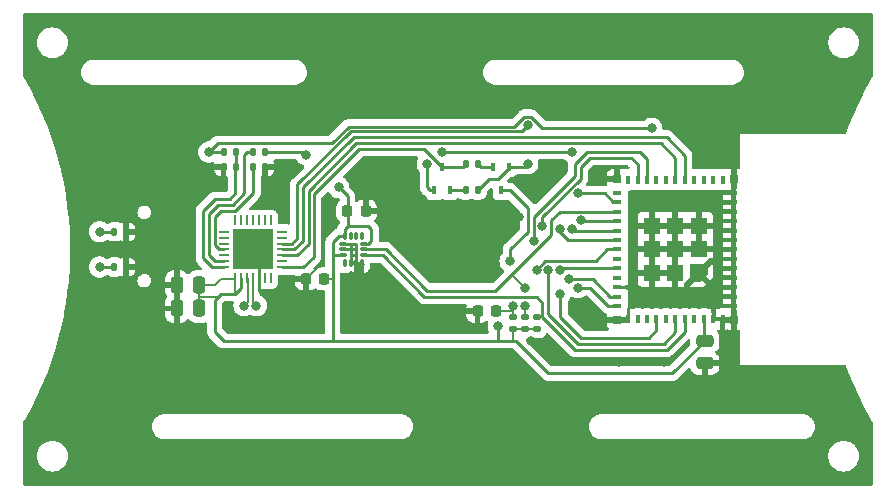
<source format=gbr>
%TF.GenerationSoftware,KiCad,Pcbnew,(7.0.0)*%
%TF.CreationDate,2023-10-22T09:50:51+03:00*%
%TF.ProjectId,nanoInvaderBot-logic,6e616e6f-496e-4766-9164-6572426f742d,rev?*%
%TF.SameCoordinates,Original*%
%TF.FileFunction,Copper,L2,Bot*%
%TF.FilePolarity,Positive*%
%FSLAX46Y46*%
G04 Gerber Fmt 4.6, Leading zero omitted, Abs format (unit mm)*
G04 Created by KiCad (PCBNEW (7.0.0)) date 2023-10-22 09:50:51*
%MOMM*%
%LPD*%
G01*
G04 APERTURE LIST*
G04 Aperture macros list*
%AMRoundRect*
0 Rectangle with rounded corners*
0 $1 Rounding radius*
0 $2 $3 $4 $5 $6 $7 $8 $9 X,Y pos of 4 corners*
0 Add a 4 corners polygon primitive as box body*
4,1,4,$2,$3,$4,$5,$6,$7,$8,$9,$2,$3,0*
0 Add four circle primitives for the rounded corners*
1,1,$1+$1,$2,$3*
1,1,$1+$1,$4,$5*
1,1,$1+$1,$6,$7*
1,1,$1+$1,$8,$9*
0 Add four rect primitives between the rounded corners*
20,1,$1+$1,$2,$3,$4,$5,0*
20,1,$1+$1,$4,$5,$6,$7,0*
20,1,$1+$1,$6,$7,$8,$9,0*
20,1,$1+$1,$8,$9,$2,$3,0*%
%AMFreePoly0*
4,1,14,0.728536,0.728536,0.730000,0.725000,0.730000,-0.725000,0.728536,-0.728536,0.725000,-0.730000,-0.125000,-0.730001,-0.128536,-0.728534,-0.728536,-0.128536,-0.730000,-0.124998,-0.730000,0.725000,-0.728536,0.728536,-0.725000,0.730000,0.725000,0.730000,0.728536,0.728536,0.728536,0.728536,$1*%
G04 Aperture macros list end*
%TA.AperFunction,SMDPad,CuDef*%
%ADD10RoundRect,0.135000X-0.135000X-0.185000X0.135000X-0.185000X0.135000X0.185000X-0.135000X0.185000X0*%
%TD*%
%TA.AperFunction,SMDPad,CuDef*%
%ADD11RoundRect,0.087500X0.087500X-0.225000X0.087500X0.225000X-0.087500X0.225000X-0.087500X-0.225000X0*%
%TD*%
%TA.AperFunction,SMDPad,CuDef*%
%ADD12RoundRect,0.087500X0.225000X-0.087500X0.225000X0.087500X-0.225000X0.087500X-0.225000X-0.087500X0*%
%TD*%
%TA.AperFunction,SMDPad,CuDef*%
%ADD13RoundRect,0.225000X-0.225000X-0.250000X0.225000X-0.250000X0.225000X0.250000X-0.225000X0.250000X0*%
%TD*%
%TA.AperFunction,SMDPad,CuDef*%
%ADD14RoundRect,0.135000X0.135000X0.185000X-0.135000X0.185000X-0.135000X-0.185000X0.135000X-0.185000X0*%
%TD*%
%TA.AperFunction,SMDPad,CuDef*%
%ADD15R,0.450000X0.700000*%
%TD*%
%TA.AperFunction,SMDPad,CuDef*%
%ADD16RoundRect,0.250000X0.475000X-0.250000X0.475000X0.250000X-0.475000X0.250000X-0.475000X-0.250000X0*%
%TD*%
%TA.AperFunction,SMDPad,CuDef*%
%ADD17RoundRect,0.062500X0.062500X-0.337500X0.062500X0.337500X-0.062500X0.337500X-0.062500X-0.337500X0*%
%TD*%
%TA.AperFunction,SMDPad,CuDef*%
%ADD18RoundRect,0.062500X0.337500X-0.062500X0.337500X0.062500X-0.337500X0.062500X-0.337500X-0.062500X0*%
%TD*%
%TA.AperFunction,SMDPad,CuDef*%
%ADD19R,3.350000X3.350000*%
%TD*%
%TA.AperFunction,SMDPad,CuDef*%
%ADD20RoundRect,0.135000X0.185000X-0.135000X0.185000X0.135000X-0.185000X0.135000X-0.185000X-0.135000X0*%
%TD*%
%TA.AperFunction,SMDPad,CuDef*%
%ADD21RoundRect,0.225000X0.225000X0.250000X-0.225000X0.250000X-0.225000X-0.250000X0.225000X-0.250000X0*%
%TD*%
%TA.AperFunction,SMDPad,CuDef*%
%ADD22RoundRect,0.250000X-0.250000X-0.475000X0.250000X-0.475000X0.250000X0.475000X-0.250000X0.475000X0*%
%TD*%
%TA.AperFunction,SMDPad,CuDef*%
%ADD23R,0.400000X0.800000*%
%TD*%
%TA.AperFunction,SMDPad,CuDef*%
%ADD24R,0.800000X0.400000*%
%TD*%
%TA.AperFunction,SMDPad,CuDef*%
%ADD25FreePoly0,90.000000*%
%TD*%
%TA.AperFunction,SMDPad,CuDef*%
%ADD26R,1.450000X1.450000*%
%TD*%
%TA.AperFunction,SMDPad,CuDef*%
%ADD27R,0.700000X0.700000*%
%TD*%
%TA.AperFunction,ViaPad*%
%ADD28C,0.800000*%
%TD*%
%TA.AperFunction,Conductor*%
%ADD29C,0.250000*%
%TD*%
%TA.AperFunction,Conductor*%
%ADD30C,0.200000*%
%TD*%
%TA.AperFunction,Conductor*%
%ADD31C,0.150000*%
%TD*%
G04 APERTURE END LIST*
D10*
%TO.P,R2,1*%
%TO.N,/VUSB*%
X130995000Y-91750000D03*
%TO.P,R2,2*%
%TO.N,Net-(U1-VBUS)*%
X132015000Y-91750000D03*
%TD*%
D11*
%TO.P,U3,1,SDO/SA0*%
%TO.N,/GND*%
X142750000Y-101162500D03*
%TO.P,U3,2,SDX*%
X142250000Y-101162500D03*
%TO.P,U3,3,SCX*%
X141750000Y-101162500D03*
%TO.P,U3,4,INT1*%
%TO.N,unconnected-(U3-INT1-Pad4)*%
X141250000Y-101162500D03*
D12*
%TO.P,U3,5,VDDIO*%
%TO.N,/3V3*%
X141087500Y-100500000D03*
%TO.P,U3,6,GND*%
%TO.N,/GND*%
X141087500Y-100000000D03*
%TO.P,U3,7,GND*%
X141087500Y-99500000D03*
D11*
%TO.P,U3,8,VDD*%
%TO.N,/3V3*%
X141250000Y-98837500D03*
%TO.P,U3,9,INT2*%
%TO.N,unconnected-(U3-INT2-Pad9)*%
X141750000Y-98837500D03*
%TO.P,U3,10,NC*%
%TO.N,unconnected-(U3-NC-Pad10)*%
X142250000Y-98837500D03*
%TO.P,U3,11,NC*%
%TO.N,unconnected-(U3-NC-Pad11)*%
X142750000Y-98837500D03*
D12*
%TO.P,U3,12,CS*%
%TO.N,/3V3*%
X142912500Y-99500000D03*
%TO.P,U3,13,SCL*%
%TO.N,/IMU_SCL*%
X142912500Y-100000000D03*
%TO.P,U3,14,SDA*%
%TO.N,/IMU_SDA*%
X142912500Y-100500000D03*
%TD*%
D13*
%TO.P,C5,1*%
%TO.N,/3V3*%
X141475000Y-96750000D03*
%TO.P,C5,2*%
%TO.N,/GND*%
X143025000Y-96750000D03*
%TD*%
D14*
%TO.P,R3,1*%
%TO.N,Net-(U1-VBUS)*%
X132015000Y-93000000D03*
%TO.P,R3,2*%
%TO.N,/GND*%
X130995000Y-93000000D03*
%TD*%
D15*
%TO.P,Q1,1,B*%
%TO.N,Net-(Q1-B)*%
X153849999Y-92999999D03*
%TO.P,Q1,2,E*%
%TO.N,/RTS*%
X155149999Y-92999999D03*
%TO.P,Q1,3,C*%
%TO.N,/CHIP_PU*%
X154499999Y-94999999D03*
%TD*%
D16*
%TO.P,C8,1*%
%TO.N,/GND*%
X171750000Y-109650000D03*
%TO.P,C8,2*%
%TO.N,/3V3*%
X171750000Y-107750000D03*
%TD*%
D17*
%TO.P,U1,1,~{DCD}*%
%TO.N,unconnected-(U1-~{DCD}-Pad1)*%
X135000000Y-102450000D03*
%TO.P,U1,2,~{RI}/CLK*%
%TO.N,unconnected-(U1-~{RI}{slash}CLK-Pad2)*%
X134500000Y-102450000D03*
%TO.P,U1,3,GND*%
%TO.N,/GND*%
X134000000Y-102450000D03*
%TO.P,U1,4,D+*%
%TO.N,/USB_DP*%
X133500000Y-102450000D03*
%TO.P,U1,5,D-*%
%TO.N,/USB_DN*%
X133000000Y-102450000D03*
%TO.P,U1,6,VDD*%
%TO.N,/3V3*%
X132500000Y-102450000D03*
%TO.P,U1,7,VREGIN*%
X132000000Y-102450000D03*
D18*
%TO.P,U1,8,VBUS*%
%TO.N,Net-(U1-VBUS)*%
X131050000Y-101500000D03*
%TO.P,U1,9,~{RST}*%
%TO.N,Net-(U1-~{RST})*%
X131050000Y-101000000D03*
%TO.P,U1,10,NC*%
%TO.N,unconnected-(U1-NC-Pad10)*%
X131050000Y-100500000D03*
%TO.P,U1,11,~{SUSPEND}*%
%TO.N,Net-(U1-~{SUSPEND})*%
X131050000Y-100000000D03*
%TO.P,U1,12,SUSPEND*%
%TO.N,unconnected-(U1-SUSPEND-Pad12)*%
X131050000Y-99500000D03*
%TO.P,U1,13,CHREN*%
%TO.N,unconnected-(U1-CHREN-Pad13)*%
X131050000Y-99000000D03*
%TO.P,U1,14,CHR1*%
%TO.N,unconnected-(U1-CHR1-Pad14)*%
X131050000Y-98500000D03*
D17*
%TO.P,U1,15,CHR0*%
%TO.N,unconnected-(U1-CHR0-Pad15)*%
X132000000Y-97550000D03*
%TO.P,U1,16,~{WAKEUP}/GPIO.3*%
%TO.N,unconnected-(U1-~{WAKEUP}{slash}GPIO.3-Pad16)*%
X132500000Y-97550000D03*
%TO.P,U1,17,RS485/GPIO.2*%
%TO.N,unconnected-(U1-RS485{slash}GPIO.2-Pad17)*%
X133000000Y-97550000D03*
%TO.P,U1,18,~{RXT}/GPIO.1*%
%TO.N,unconnected-(U1-~{RXT}{slash}GPIO.1-Pad18)*%
X133500000Y-97550000D03*
%TO.P,U1,19,~{TXT}/GPIO.0*%
%TO.N,unconnected-(U1-~{TXT}{slash}GPIO.0-Pad19)*%
X134000000Y-97550000D03*
%TO.P,U1,20,GPIO.6*%
%TO.N,unconnected-(U1-GPIO.6-Pad20)*%
X134500000Y-97550000D03*
%TO.P,U1,21,GPIO.5*%
%TO.N,unconnected-(U1-GPIO.5-Pad21)*%
X135000000Y-97550000D03*
D18*
%TO.P,U1,22,GPIO.4*%
%TO.N,unconnected-(U1-GPIO.4-Pad22)*%
X135950000Y-98500000D03*
%TO.P,U1,23,~{CTS}*%
%TO.N,unconnected-(U1-~{CTS}-Pad23)*%
X135950000Y-99000000D03*
%TO.P,U1,24,~{RTS}*%
%TO.N,/RTS*%
X135950000Y-99500000D03*
%TO.P,U1,25,RXD*%
%TO.N,/USB_RX*%
X135950000Y-100000000D03*
%TO.P,U1,26,TXD*%
%TO.N,/USB_TX*%
X135950000Y-100500000D03*
%TO.P,U1,27,~{DSR}*%
%TO.N,unconnected-(U1-~{DSR}-Pad27)*%
X135950000Y-101000000D03*
%TO.P,U1,28,~{DTR}*%
%TO.N,/DTR*%
X135950000Y-101500000D03*
D19*
%TO.P,U1,29,GND*%
%TO.N,/GND*%
X133499999Y-99999999D03*
%TD*%
D10*
%TO.P,R4,1*%
%TO.N,/DTR*%
X151490000Y-92750000D03*
%TO.P,R4,2*%
%TO.N,Net-(Q1-B)*%
X152510000Y-92750000D03*
%TD*%
D20*
%TO.P,R5,1*%
%TO.N,/3V3*%
X155500000Y-106760000D03*
%TO.P,R5,2*%
%TO.N,/CHIP_PU*%
X155500000Y-105740000D03*
%TD*%
D15*
%TO.P,Q2,1,B*%
%TO.N,Net-(Q2-B)*%
X150149999Y-94999999D03*
%TO.P,Q2,2,E*%
%TO.N,/GPIO9*%
X148849999Y-94999999D03*
%TO.P,Q2,3,C*%
%TO.N,/DTR*%
X149499999Y-92999999D03*
%TD*%
D14*
%TO.P,R8,1*%
%TO.N,/RTS*%
X152510000Y-95000000D03*
%TO.P,R8,2*%
%TO.N,Net-(Q2-B)*%
X151490000Y-95000000D03*
%TD*%
D10*
%TO.P,R11,1*%
%TO.N,Net-(U1-~{SUSPEND})*%
X133485000Y-93000000D03*
%TO.P,R11,2*%
%TO.N,/GND*%
X134505000Y-93000000D03*
%TD*%
D21*
%TO.P,C4,1*%
%TO.N,/3V3*%
X139525000Y-102500000D03*
%TO.P,C4,2*%
%TO.N,/GND*%
X137975000Y-102500000D03*
%TD*%
D22*
%TO.P,C6,1*%
%TO.N,/GND*%
X127050000Y-103000000D03*
%TO.P,C6,2*%
%TO.N,/3V3*%
X128950000Y-103000000D03*
%TD*%
D23*
%TO.P,U2,1,GND*%
%TO.N,/GND*%
X173249999Y-105899999D03*
%TO.P,U2,2,GND*%
X172449999Y-105899999D03*
%TO.P,U2,3,3V3*%
%TO.N,/3V3*%
X171649999Y-105899999D03*
%TO.P,U2,4,NC*%
%TO.N,unconnected-(U2-NC-Pad4)*%
X170849999Y-105899999D03*
%TO.P,U2,5,IO2*%
%TO.N,/IMU_SDA*%
X170049999Y-105899999D03*
%TO.P,U2,6,IO3*%
%TO.N,/MOTOR1_ENC1*%
X169249999Y-105899999D03*
%TO.P,U2,7,NC*%
%TO.N,unconnected-(U2-NC-Pad7)*%
X168449999Y-105899999D03*
%TO.P,U2,8,EN*%
%TO.N,/CHIP_PU*%
X167649999Y-105899999D03*
%TO.P,U2,9,NC*%
%TO.N,unconnected-(U2-NC-Pad9)*%
X166849999Y-105899999D03*
%TO.P,U2,10,NC*%
%TO.N,unconnected-(U2-NC-Pad10)*%
X166049999Y-105899999D03*
%TO.P,U2,11,GND*%
%TO.N,/GND*%
X165249999Y-105899999D03*
D24*
%TO.P,U2,12,IO0*%
%TO.N,/MOTOR1_B_MCU*%
X164349999Y-104799999D03*
%TO.P,U2,13,IO1*%
%TO.N,/MOTOR1_A_MCU*%
X164349999Y-103999999D03*
%TO.P,U2,14,GND*%
%TO.N,/GND*%
X164349999Y-103199999D03*
%TO.P,U2,15,NC*%
%TO.N,unconnected-(U2-NC-Pad15)*%
X164349999Y-102399999D03*
%TO.P,U2,16,IO10*%
%TO.N,/MOTOR1_EN_MCU*%
X164349999Y-101599999D03*
%TO.P,U2,17,NC*%
%TO.N,unconnected-(U2-NC-Pad17)*%
X164349999Y-100799999D03*
%TO.P,U2,18,IO4*%
%TO.N,/MOTOR1_ENC2*%
X164349999Y-99999999D03*
%TO.P,U2,19,IO5*%
%TO.N,/MOTOR2_EN_MCU*%
X164349999Y-99199999D03*
%TO.P,U2,20,IO6*%
%TO.N,/MOTOR2_B_MCU*%
X164349999Y-98399999D03*
%TO.P,U2,21,IO7*%
%TO.N,/MOTOR2_A_MCU*%
X164349999Y-97599999D03*
%TO.P,U2,22,IO8*%
%TO.N,/IMU_SCL*%
X164349999Y-96799999D03*
%TO.P,U2,23,IO9*%
%TO.N,/GPIO9*%
X164349999Y-95999999D03*
%TO.P,U2,24,NC*%
%TO.N,unconnected-(U2-NC-Pad24)*%
X164349999Y-95199999D03*
D23*
%TO.P,U2,25,NC*%
%TO.N,unconnected-(U2-NC-Pad25)*%
X165249999Y-94099999D03*
%TO.P,U2,26,IO18*%
%TO.N,/MOTOR2_ENC2*%
X166049999Y-94099999D03*
%TO.P,U2,27,IO19*%
%TO.N,/MOTOR2_ENC1*%
X166849999Y-94099999D03*
%TO.P,U2,28,NC*%
%TO.N,unconnected-(U2-NC-Pad28)*%
X167649999Y-94099999D03*
%TO.P,U2,29,NC*%
%TO.N,unconnected-(U2-NC-Pad29)*%
X168449999Y-94099999D03*
%TO.P,U2,30,RXD0*%
%TO.N,/USB_TX*%
X169249999Y-94099999D03*
%TO.P,U2,31,TXD0*%
%TO.N,/USB_RX*%
X170049999Y-94099999D03*
%TO.P,U2,32,NC*%
%TO.N,unconnected-(U2-NC-Pad32)*%
X170849999Y-94099999D03*
%TO.P,U2,33,NC*%
%TO.N,unconnected-(U2-NC-Pad33)*%
X171649999Y-94099999D03*
%TO.P,U2,34,NC*%
%TO.N,unconnected-(U2-NC-Pad34)*%
X172449999Y-94099999D03*
%TO.P,U2,35,NC*%
%TO.N,unconnected-(U2-NC-Pad35)*%
X173249999Y-94099999D03*
D24*
%TO.P,U2,36,GND*%
%TO.N,/GND*%
X174149999Y-95199999D03*
%TO.P,U2,37,GND*%
X174149999Y-95999999D03*
%TO.P,U2,38,GND*%
X174149999Y-96799999D03*
%TO.P,U2,39,GND*%
X174149999Y-97599999D03*
%TO.P,U2,40,GND*%
X174149999Y-98399999D03*
%TO.P,U2,41,GND*%
X174149999Y-99199999D03*
%TO.P,U2,42,GND*%
X174149999Y-99999999D03*
%TO.P,U2,43,GND*%
X174149999Y-100799999D03*
%TO.P,U2,44,GND*%
X174149999Y-101599999D03*
%TO.P,U2,45,GND*%
X174149999Y-102399999D03*
%TO.P,U2,46,GND*%
X174149999Y-103199999D03*
%TO.P,U2,47,GND*%
X174149999Y-103999999D03*
%TO.P,U2,48,GND*%
X174149999Y-104799999D03*
D25*
%TO.P,U2,49_1,GND*%
X171225000Y-101975000D03*
D26*
%TO.P,U2,49_2,GND*%
X171224999Y-99999999D03*
%TO.P,U2,49_3,GND*%
X171224999Y-98024999D03*
%TO.P,U2,49_4,GND*%
X169249999Y-98024999D03*
%TO.P,U2,49_5,GND*%
X167274999Y-98024999D03*
%TO.P,U2,49_6,GND*%
X167274999Y-99999999D03*
%TO.P,U2,49_7,GND*%
X167274999Y-101974999D03*
%TO.P,U2,49_8,GND*%
X169249999Y-101974999D03*
%TO.P,U2,49_9,GND*%
X169249999Y-99999999D03*
D27*
%TO.P,U2,50,GND*%
X174199999Y-94049999D03*
%TO.P,U2,51,GND*%
X164299999Y-94049999D03*
%TO.P,U2,52,GND*%
X164299999Y-105949999D03*
%TO.P,U2,53,GND*%
X174199999Y-105949999D03*
%TD*%
D10*
%TO.P,R6,1*%
%TO.N,Net-(J1-CC2)*%
X121740000Y-101500000D03*
%TO.P,R6,2*%
%TO.N,/GND*%
X122760000Y-101500000D03*
%TD*%
D20*
%TO.P,R13,1*%
%TO.N,/3V3*%
X157500000Y-106760000D03*
%TO.P,R13,2*%
%TO.N,/IMU_SDA*%
X157500000Y-105740000D03*
%TD*%
%TO.P,R12,1*%
%TO.N,/3V3*%
X156500000Y-106750000D03*
%TO.P,R12,2*%
%TO.N,/IMU_SCL*%
X156500000Y-105730000D03*
%TD*%
D10*
%TO.P,R7,1*%
%TO.N,Net-(J1-CC1)*%
X121740000Y-98500000D03*
%TO.P,R7,2*%
%TO.N,/GND*%
X122760000Y-98500000D03*
%TD*%
D14*
%TO.P,R1,1*%
%TO.N,/3V3*%
X134515000Y-91750000D03*
%TO.P,R1,2*%
%TO.N,Net-(U1-~{RST})*%
X133495000Y-91750000D03*
%TD*%
D22*
%TO.P,C7,1*%
%TO.N,/GND*%
X127050000Y-105000000D03*
%TO.P,C7,2*%
%TO.N,/3V3*%
X128950000Y-105000000D03*
%TD*%
D21*
%TO.P,C3,1*%
%TO.N,/CHIP_PU*%
X154050000Y-105250000D03*
%TO.P,C3,2*%
%TO.N,/GND*%
X152500000Y-105250000D03*
%TD*%
D28*
%TO.N,/GND*%
X137750000Y-104500000D03*
X127000000Y-107000000D03*
X167250000Y-96000000D03*
X158250000Y-94250000D03*
X157000000Y-107750000D03*
X173250000Y-90250000D03*
X169250000Y-104000000D03*
X162250000Y-106000000D03*
X136500000Y-87750000D03*
X146750000Y-104500000D03*
X151250000Y-97250000D03*
X164500000Y-109500000D03*
X123000000Y-100000000D03*
X136500000Y-93250000D03*
X144250000Y-102250000D03*
X167250000Y-104000000D03*
X171250000Y-96000000D03*
X156000000Y-97250000D03*
X168250000Y-109500000D03*
X169250000Y-96000000D03*
X173500000Y-109750000D03*
X127250000Y-96500000D03*
X171250000Y-104000000D03*
X162500000Y-93750000D03*
X144250000Y-94750000D03*
X153250000Y-102250000D03*
X133500000Y-100000000D03*
%TO.N,/MOTOR1_B_MCU*%
X161000000Y-103250000D03*
%TO.N,/MOTOR1_A_MCU*%
X160250000Y-102500000D03*
%TO.N,/MOTOR1_EN_MCU*%
X159500000Y-101750000D03*
%TO.N,/3V3*%
X140750000Y-94750000D03*
X138000000Y-92000000D03*
X154250000Y-106500000D03*
%TO.N,/MOTOR2_B_MCU*%
X160500000Y-98250000D03*
%TO.N,/MOTOR2_A_MCU*%
X161250000Y-97500000D03*
%TO.N,/MOTOR2_EN_MCU*%
X159500000Y-98250000D03*
%TO.N,/MOTOR1_ENC1*%
X158500000Y-101750000D03*
%TO.N,/MOTOR1_ENC2*%
X157500000Y-101750000D03*
%TO.N,/MOTOR2_ENC1*%
X157250000Y-99250000D03*
%TO.N,/MOTOR2_ENC2*%
X158000000Y-98000000D03*
%TO.N,/VUSB*%
X129750000Y-91750000D03*
X167250000Y-89750000D03*
%TO.N,/USB_DP*%
X133775000Y-104750000D03*
%TO.N,/USB_DN*%
X132725000Y-104750000D03*
%TO.N,Net-(J1-CC1)*%
X120500000Y-98500000D03*
%TO.N,Net-(J1-CC2)*%
X120500000Y-101500000D03*
%TO.N,/RTS*%
X156750000Y-92750000D03*
X156750000Y-89500000D03*
%TO.N,/CHIP_PU*%
X159500000Y-103750000D03*
X155250000Y-101000000D03*
X155500000Y-104750000D03*
%TO.N,/GPIO9*%
X148237701Y-92762299D03*
X160500000Y-91750000D03*
X161012299Y-95262299D03*
X149500000Y-91750000D03*
%TO.N,/IMU_SCL*%
X156500000Y-103250000D03*
X156500000Y-104750000D03*
%TD*%
D29*
%TO.N,/GND*%
X162800000Y-94050000D02*
X164300000Y-94050000D01*
X141750000Y-100000000D02*
X142250000Y-100000000D01*
X127000000Y-107000000D02*
X127000000Y-105050000D01*
X134000000Y-100500000D02*
X133500000Y-100000000D01*
X142250000Y-100000000D02*
X142250000Y-100500000D01*
X142250000Y-99500000D02*
X142250000Y-100000000D01*
X164300000Y-105950000D02*
X162300000Y-105950000D01*
X142250000Y-101162500D02*
X141750000Y-101162500D01*
X141750000Y-99500000D02*
X142250000Y-99500000D01*
X134500000Y-104000000D02*
X136250000Y-104000000D01*
X141750000Y-100500000D02*
X142250000Y-100500000D01*
X141750000Y-101162500D02*
X141750000Y-100500000D01*
X141750000Y-100000000D02*
X141750000Y-99500000D01*
X134000000Y-102450000D02*
X134000000Y-103500000D01*
X142250000Y-100500000D02*
X142250000Y-101162500D01*
X134000000Y-102450000D02*
X134000000Y-100500000D01*
X141087500Y-99500000D02*
X141750000Y-99500000D01*
X134000000Y-103500000D02*
X134500000Y-104000000D01*
X162300000Y-105950000D02*
X162250000Y-106000000D01*
X142750000Y-101162500D02*
X142250000Y-101162500D01*
X162500000Y-93750000D02*
X162800000Y-94050000D01*
X165250000Y-105900000D02*
X165250000Y-105000000D01*
D30*
X139500000Y-101000000D02*
X139500000Y-100000000D01*
X139475000Y-101000000D02*
X139500000Y-101000000D01*
D29*
X127000000Y-105050000D02*
X127050000Y-105000000D01*
X141087500Y-100000000D02*
X141750000Y-100000000D01*
X141750000Y-100500000D02*
X141750000Y-100000000D01*
D30*
X137975000Y-102500000D02*
X139475000Y-101000000D01*
D29*
X165250000Y-105000000D02*
X165750000Y-104500000D01*
X164350000Y-103200000D02*
X165700000Y-103200000D01*
%TO.N,/MOTOR1_B_MCU*%
X162000000Y-103250000D02*
X163550000Y-104800000D01*
X161000000Y-103250000D02*
X162000000Y-103250000D01*
X163550000Y-104800000D02*
X164350000Y-104800000D01*
%TO.N,/MOTOR1_A_MCU*%
X160250000Y-102500000D02*
X162250000Y-102500000D01*
X163750000Y-104000000D02*
X164350000Y-104000000D01*
X162250000Y-102500000D02*
X163750000Y-104000000D01*
%TO.N,/MOTOR1_EN_MCU*%
X159650000Y-101600000D02*
X164350000Y-101600000D01*
X159500000Y-101750000D02*
X159650000Y-101600000D01*
%TO.N,/3V3*%
X131000000Y-107750000D02*
X140250000Y-107750000D01*
X140787500Y-98837500D02*
X140250000Y-99375000D01*
D30*
X139525000Y-102500000D02*
X140250000Y-102500000D01*
X130750000Y-102500000D02*
X131950000Y-102500000D01*
D29*
X143250000Y-98000000D02*
X141500000Y-98000000D01*
X140750000Y-94750000D02*
X141500000Y-95500000D01*
X142912500Y-99500000D02*
X143250000Y-99500000D01*
D30*
X132000000Y-102450000D02*
X132000000Y-103750000D01*
D29*
X140250000Y-102500000D02*
X140250000Y-107750000D01*
X141500000Y-95500000D02*
X141500000Y-98000000D01*
X137750000Y-91750000D02*
X138000000Y-92000000D01*
X130250000Y-106000000D02*
X130250000Y-107000000D01*
X171650000Y-107850000D02*
X171650000Y-105900000D01*
D30*
X131950000Y-102500000D02*
X132000000Y-102450000D01*
D29*
X154250000Y-106500000D02*
X154250000Y-107750000D01*
X130250000Y-104250000D02*
X130250000Y-106000000D01*
D30*
X128950000Y-103000000D02*
X130250000Y-103000000D01*
D29*
X155500000Y-107750000D02*
X155750000Y-107750000D01*
X155750000Y-107750000D02*
X158500000Y-110500000D01*
D30*
X130500000Y-104000000D02*
X130750000Y-103750000D01*
D29*
X158500000Y-110500000D02*
X169000000Y-110500000D01*
X132000000Y-103750000D02*
X130750000Y-103750000D01*
X140500000Y-107750000D02*
X152250000Y-107750000D01*
X143250000Y-99500000D02*
X143500000Y-99250000D01*
D30*
X128950000Y-104000000D02*
X130500000Y-104000000D01*
D29*
X140250000Y-100500000D02*
X140250000Y-102500000D01*
X130250000Y-107000000D02*
X131000000Y-107750000D01*
D30*
X128950000Y-104000000D02*
X128950000Y-103000000D01*
D29*
X152250000Y-107750000D02*
X154250000Y-107750000D01*
X143500000Y-98250000D02*
X143250000Y-98000000D01*
X140250000Y-99375000D02*
X140250000Y-100500000D01*
X143500000Y-99250000D02*
X143500000Y-98250000D01*
D30*
X157500000Y-106760000D02*
X155500000Y-106760000D01*
D31*
X155500000Y-106760000D02*
X155500000Y-107750000D01*
D30*
X128950000Y-105000000D02*
X128950000Y-104000000D01*
D29*
X130750000Y-103750000D02*
X130250000Y-104250000D01*
X169000000Y-110500000D02*
X171650000Y-107850000D01*
X141087500Y-100500000D02*
X140250000Y-100500000D01*
X132500000Y-102450000D02*
X132500000Y-103250000D01*
X134515000Y-91750000D02*
X137750000Y-91750000D01*
X141250000Y-98837500D02*
X140787500Y-98837500D01*
X154250000Y-107750000D02*
X155500000Y-107750000D01*
D30*
X130250000Y-103000000D02*
X130750000Y-102500000D01*
D29*
X141250000Y-98250000D02*
X141250000Y-98837500D01*
X132500000Y-103250000D02*
X132000000Y-103750000D01*
X140250000Y-107750000D02*
X140500000Y-107750000D01*
X141500000Y-98000000D02*
X141250000Y-98250000D01*
%TO.N,/MOTOR2_B_MCU*%
X160650000Y-98400000D02*
X164350000Y-98400000D01*
X160500000Y-98250000D02*
X160650000Y-98400000D01*
%TO.N,/MOTOR2_A_MCU*%
X161250000Y-97500000D02*
X161350000Y-97600000D01*
X161350000Y-97600000D02*
X164350000Y-97600000D01*
%TO.N,/MOTOR2_EN_MCU*%
X159500000Y-98250000D02*
X159500000Y-98500000D01*
X160200000Y-99200000D02*
X164350000Y-99200000D01*
X159500000Y-98500000D02*
X160200000Y-99200000D01*
%TO.N,/MOTOR1_ENC1*%
X158500000Y-105500000D02*
X161000000Y-108000000D01*
X161000000Y-108000000D02*
X168250000Y-108000000D01*
X169250000Y-107000000D02*
X169250000Y-105900000D01*
X168250000Y-108000000D02*
X169250000Y-107000000D01*
X158500000Y-101750000D02*
X158500000Y-105500000D01*
%TO.N,/MOTOR1_ENC2*%
X158250000Y-101000000D02*
X162500000Y-101000000D01*
X162500000Y-101000000D02*
X163500000Y-100000000D01*
X163500000Y-100000000D02*
X164350000Y-100000000D01*
X157500000Y-101750000D02*
X158250000Y-101000000D01*
%TO.N,/MOTOR2_ENC1*%
X160750000Y-93750000D02*
X160750000Y-92750000D01*
X161750000Y-91750000D02*
X166250000Y-91750000D01*
X166250000Y-91750000D02*
X166850000Y-92350000D01*
X166850000Y-92350000D02*
X166850000Y-94100000D01*
X160750000Y-92750000D02*
X161750000Y-91750000D01*
X157250000Y-97250000D02*
X160750000Y-93750000D01*
X157250000Y-99250000D02*
X157250000Y-97250000D01*
%TO.N,/MOTOR2_ENC2*%
X161250000Y-93000000D02*
X162000000Y-92250000D01*
X161250000Y-94000000D02*
X161250000Y-93000000D01*
X158000000Y-97250000D02*
X161250000Y-94000000D01*
X165500000Y-92250000D02*
X166050000Y-92800000D01*
X158000000Y-98000000D02*
X158000000Y-97250000D01*
X162000000Y-92250000D02*
X165500000Y-92250000D01*
X166050000Y-92800000D02*
X166050000Y-94100000D01*
%TO.N,/VUSB*%
X155624695Y-89600000D02*
X141584314Y-89600000D01*
X156449695Y-88775000D02*
X155624695Y-89600000D01*
X140184314Y-91000000D02*
X130500000Y-91000000D01*
X130500000Y-91000000D02*
X129750000Y-91750000D01*
X158000000Y-89750000D02*
X157475000Y-89225000D01*
X157475000Y-89225000D02*
X157475000Y-89199695D01*
X157050305Y-88775000D02*
X156449695Y-88775000D01*
X141584314Y-89600000D02*
X140184314Y-91000000D01*
X157475000Y-89199695D02*
X157050305Y-88775000D01*
X167250000Y-89750000D02*
X158000000Y-89750000D01*
X129750000Y-91750000D02*
X130995000Y-91750000D01*
D30*
%TO.N,/USB_DP*%
X133475001Y-102474999D02*
X133475001Y-104450001D01*
X133475001Y-104450001D02*
X133775000Y-104750000D01*
X133500000Y-102450000D02*
X133475001Y-102474999D01*
%TO.N,/USB_DN*%
X133024999Y-102474999D02*
X133024999Y-104450001D01*
X133024999Y-104450001D02*
X132725000Y-104750000D01*
X133000000Y-102450000D02*
X133024999Y-102474999D01*
D29*
%TO.N,/USB_RX*%
X137000000Y-100000000D02*
X135950000Y-100000000D01*
X170050000Y-94100000D02*
X170050000Y-92050000D01*
X142000000Y-90500000D02*
X137750000Y-94750000D01*
X168500000Y-90500000D02*
X142000000Y-90500000D01*
X137750000Y-99250000D02*
X137000000Y-100000000D01*
X170050000Y-92050000D02*
X168500000Y-90500000D01*
X137750000Y-94750000D02*
X137750000Y-99250000D01*
%TO.N,/USB_TX*%
X142250000Y-91000000D02*
X138200000Y-95050000D01*
X138200000Y-95050000D02*
X138200000Y-99550000D01*
X138200000Y-99550000D02*
X137250000Y-100500000D01*
X169250000Y-94100000D02*
X169250000Y-92250000D01*
X137250000Y-100500000D02*
X135950000Y-100500000D01*
X168000000Y-91000000D02*
X142250000Y-91000000D01*
X169250000Y-92250000D02*
X168000000Y-91000000D01*
%TO.N,Net-(J1-CC1)*%
X121740000Y-98500000D02*
X120500000Y-98500000D01*
%TO.N,Net-(J1-CC2)*%
X120500000Y-101500000D02*
X121740000Y-101500000D01*
%TO.N,Net-(Q1-B)*%
X152760000Y-93000000D02*
X152510000Y-92750000D01*
X153850000Y-93000000D02*
X152760000Y-93000000D01*
%TO.N,/RTS*%
X156750000Y-89500000D02*
X156250000Y-90000000D01*
X137250000Y-99000000D02*
X136750000Y-99500000D01*
X155150000Y-93100000D02*
X154250000Y-94000000D01*
X136750000Y-99500000D02*
X135950000Y-99500000D01*
X153500000Y-94000000D02*
X154250000Y-94000000D01*
X155150000Y-93000000D02*
X156500000Y-93000000D01*
X152510000Y-95000000D02*
X152510000Y-94990000D01*
X141750000Y-90000000D02*
X137250000Y-94500000D01*
X152750000Y-90000000D02*
X141750000Y-90000000D01*
X152510000Y-94990000D02*
X153500000Y-94000000D01*
X156250000Y-90000000D02*
X152750000Y-90000000D01*
X156500000Y-93000000D02*
X156750000Y-92750000D01*
X155150000Y-93000000D02*
X155150000Y-93100000D01*
X137250000Y-94500000D02*
X137250000Y-99000000D01*
D31*
%TO.N,/CHIP_PU*%
X155500000Y-104750000D02*
X155500000Y-105250000D01*
X155500000Y-105740000D02*
X155500000Y-105250000D01*
D30*
X154050000Y-105250000D02*
X155500000Y-105250000D01*
D29*
X155250000Y-95000000D02*
X154500000Y-95000000D01*
X155250000Y-100000000D02*
X156750000Y-98500000D01*
X167650000Y-105900000D02*
X167650000Y-106850000D01*
X159500000Y-105750000D02*
X159500000Y-103750000D01*
X155250000Y-101000000D02*
X155250000Y-100000000D01*
X167000000Y-107500000D02*
X161250000Y-107500000D01*
X156750000Y-96500000D02*
X155250000Y-95000000D01*
X156750000Y-98500000D02*
X156750000Y-96500000D01*
X167650000Y-106850000D02*
X167000000Y-107500000D01*
X161250000Y-107500000D02*
X159500000Y-105750000D01*
%TO.N,Net-(Q2-B)*%
X150150000Y-95000000D02*
X151490000Y-95000000D01*
%TO.N,/GPIO9*%
X160500000Y-91750000D02*
X149500000Y-91750000D01*
X148237701Y-92762299D02*
X148237701Y-94737701D01*
X148500000Y-95000000D02*
X148850000Y-95000000D01*
X161012299Y-95262299D02*
X161024598Y-95250000D01*
X163250000Y-95250000D02*
X164000000Y-96000000D01*
X161024598Y-95250000D02*
X163250000Y-95250000D01*
X148237701Y-94737701D02*
X148500000Y-95000000D01*
X164000000Y-96000000D02*
X164350000Y-96000000D01*
%TO.N,/DTR*%
X148000000Y-91500000D02*
X149500000Y-93000000D01*
X135950000Y-101500000D02*
X137750000Y-101500000D01*
X142500000Y-91500000D02*
X148000000Y-91500000D01*
X138650000Y-95350000D02*
X142500000Y-91500000D01*
X138650000Y-100600000D02*
X138650000Y-95350000D01*
X149500000Y-93000000D02*
X151240000Y-93000000D01*
X151240000Y-93000000D02*
X151490000Y-92750000D01*
X137750000Y-101500000D02*
X138650000Y-100600000D01*
%TO.N,Net-(U1-VBUS)*%
X130000000Y-101500000D02*
X129250000Y-100750000D01*
X130250000Y-95750000D02*
X131500000Y-95750000D01*
X131050000Y-101500000D02*
X130000000Y-101500000D01*
X132000000Y-94255000D02*
X132005000Y-94250000D01*
X132000000Y-95250000D02*
X132000000Y-94255000D01*
X132005000Y-93010000D02*
X132015000Y-93000000D01*
X132005000Y-94250000D02*
X132005000Y-93010000D01*
X129250000Y-100750000D02*
X129250000Y-96750000D01*
X129250000Y-96750000D02*
X130250000Y-95750000D01*
X131500000Y-95750000D02*
X132000000Y-95250000D01*
X132015000Y-93000000D02*
X132015000Y-91750000D01*
%TO.N,Net-(U1-~{RST})*%
X130250000Y-101000000D02*
X131050000Y-101000000D01*
X132755000Y-92000000D02*
X132755000Y-95245000D01*
X129750000Y-97000000D02*
X129750000Y-100500000D01*
X131800000Y-96200000D02*
X130550000Y-96200000D01*
X133495000Y-91750000D02*
X133005000Y-91750000D01*
X132755000Y-95245000D02*
X131800000Y-96200000D01*
X133005000Y-91750000D02*
X132755000Y-92000000D01*
X130550000Y-96200000D02*
X129750000Y-97000000D01*
X129750000Y-100500000D02*
X130250000Y-101000000D01*
%TO.N,Net-(U1-~{SUSPEND})*%
X130250000Y-99648008D02*
X130250000Y-97250000D01*
X130250000Y-97250000D02*
X130750000Y-96750000D01*
X133505000Y-93020000D02*
X133485000Y-93000000D01*
X132000000Y-96750000D02*
X133500000Y-95250000D01*
X130601992Y-100000000D02*
X130250000Y-99648008D01*
X133505000Y-94250000D02*
X133505000Y-93020000D01*
X133500000Y-94255000D02*
X133505000Y-94250000D01*
X133500000Y-95250000D02*
X133500000Y-94255000D01*
X131050000Y-100000000D02*
X130601992Y-100000000D01*
X130750000Y-96750000D02*
X132000000Y-96750000D01*
%TO.N,/IMU_SCL*%
X158750000Y-97500000D02*
X159450000Y-96800000D01*
D30*
X156500000Y-103250000D02*
X155500000Y-102250000D01*
D29*
X155250000Y-102250000D02*
X158750000Y-98750000D01*
X144750000Y-100000000D02*
X148250000Y-103500000D01*
X159450000Y-96800000D02*
X164350000Y-96800000D01*
X148250000Y-103500000D02*
X154000000Y-103500000D01*
X142912500Y-100000000D02*
X144750000Y-100000000D01*
D30*
X155500000Y-102250000D02*
X155250000Y-102250000D01*
D29*
X158750000Y-98750000D02*
X158750000Y-97500000D01*
X154000000Y-103500000D02*
X155250000Y-102250000D01*
D30*
X156500000Y-105730000D02*
X156500000Y-104750000D01*
D29*
%TO.N,/IMU_SDA*%
X158000000Y-104500000D02*
X158000000Y-105250000D01*
X160750000Y-108500000D02*
X168500000Y-108500000D01*
X148000000Y-104000000D02*
X157500000Y-104000000D01*
X157500000Y-104000000D02*
X158000000Y-104500000D01*
X170050000Y-106950000D02*
X170050000Y-105900000D01*
X144500000Y-100500000D02*
X148000000Y-104000000D01*
X168500000Y-108500000D02*
X170050000Y-106950000D01*
X158375000Y-106125000D02*
X160750000Y-108500000D01*
D30*
X157500000Y-105740000D02*
X157990000Y-105740000D01*
D29*
X158000000Y-105750000D02*
X158375000Y-106125000D01*
X158000000Y-105250000D02*
X158000000Y-105750000D01*
D30*
X157990000Y-105740000D02*
X158000000Y-105750000D01*
D29*
X142912500Y-100500000D02*
X144500000Y-100500000D01*
%TD*%
%TA.AperFunction,Conductor*%
%TO.N,/GND*%
G36*
X158422994Y-107077969D02*
G01*
X158474216Y-107108807D01*
X160252707Y-108887298D01*
X160260159Y-108895487D01*
X160264214Y-108901877D01*
X160302473Y-108937805D01*
X160313223Y-108947900D01*
X160316020Y-108950611D01*
X160335529Y-108970120D01*
X160338709Y-108972587D01*
X160347571Y-108980155D01*
X160360880Y-108992654D01*
X160373732Y-109004723D01*
X160373734Y-109004724D01*
X160379418Y-109010062D01*
X160386251Y-109013818D01*
X160386252Y-109013819D01*
X160396973Y-109019713D01*
X160413234Y-109030394D01*
X160429064Y-109042673D01*
X160469155Y-109060021D01*
X160479635Y-109065155D01*
X160517908Y-109086197D01*
X160537316Y-109091180D01*
X160555719Y-109097481D01*
X160566944Y-109102339D01*
X160566946Y-109102339D01*
X160574104Y-109105437D01*
X160617258Y-109112271D01*
X160628644Y-109114629D01*
X160670981Y-109125500D01*
X160691017Y-109125500D01*
X160710415Y-109127027D01*
X160722486Y-109128939D01*
X160722487Y-109128939D01*
X160730196Y-109130160D01*
X160768276Y-109126560D01*
X160773676Y-109126050D01*
X160785345Y-109125500D01*
X168422225Y-109125500D01*
X168433280Y-109126021D01*
X168440667Y-109127673D01*
X168507872Y-109125561D01*
X168511768Y-109125500D01*
X168535448Y-109125500D01*
X168539350Y-109125500D01*
X168543313Y-109124999D01*
X168554963Y-109124080D01*
X168598627Y-109122709D01*
X168617861Y-109117119D01*
X168636917Y-109113174D01*
X168656792Y-109110664D01*
X168697395Y-109094587D01*
X168708450Y-109090802D01*
X168750390Y-109078618D01*
X168767629Y-109068422D01*
X168785103Y-109059862D01*
X168796474Y-109055360D01*
X168796476Y-109055358D01*
X168803732Y-109052486D01*
X168839069Y-109026811D01*
X168848824Y-109020403D01*
X168886420Y-108998170D01*
X168900584Y-108984005D01*
X168915379Y-108971368D01*
X168931587Y-108959594D01*
X168959428Y-108925938D01*
X168967279Y-108917309D01*
X170312821Y-107571768D01*
X170362182Y-107541520D01*
X170419898Y-107536978D01*
X170473385Y-107559133D01*
X170510985Y-107603156D01*
X170524500Y-107659451D01*
X170524500Y-108039545D01*
X170515061Y-108086998D01*
X170488181Y-108127226D01*
X168777228Y-109838181D01*
X168737000Y-109865061D01*
X168689547Y-109874500D01*
X158810453Y-109874500D01*
X158763000Y-109865061D01*
X158722772Y-109838181D01*
X156616771Y-107732180D01*
X156586521Y-107682817D01*
X156581979Y-107625101D01*
X156604134Y-107571614D01*
X156648157Y-107534014D01*
X156704452Y-107520499D01*
X156746757Y-107520499D01*
X156749180Y-107520499D01*
X156785204Y-107517665D01*
X156939393Y-107472869D01*
X156942696Y-107470915D01*
X156997634Y-107461327D01*
X157046488Y-107476358D01*
X157046731Y-107475799D01*
X157051799Y-107477992D01*
X157052969Y-107478352D01*
X157060607Y-107482869D01*
X157214796Y-107527665D01*
X157250819Y-107530500D01*
X157749180Y-107530499D01*
X157785204Y-107527665D01*
X157939393Y-107482869D01*
X158077598Y-107401135D01*
X158191135Y-107287598D01*
X158272869Y-107149393D01*
X158273960Y-107145637D01*
X158309001Y-107099718D01*
X158363296Y-107074685D01*
X158422994Y-107077969D01*
G37*
%TD.AperFunction*%
%TA.AperFunction,Conductor*%
G36*
X142240659Y-100994081D02*
G01*
X142276287Y-101013124D01*
X142294701Y-101027253D01*
X142390963Y-101101117D01*
X142416030Y-101111500D01*
X142419779Y-101113053D01*
X142468692Y-101149578D01*
X142494250Y-101205016D01*
X142490257Y-101265931D01*
X142457683Y-101317560D01*
X142442300Y-101326174D01*
X142428788Y-101339686D01*
X142425000Y-101353826D01*
X142425000Y-101950849D01*
X142428872Y-101964133D01*
X142442552Y-101966239D01*
X142483813Y-101960807D01*
X142516185Y-101960807D01*
X142557448Y-101966239D01*
X142571126Y-101964134D01*
X142575000Y-101950847D01*
X142575000Y-101353825D01*
X142569043Y-101331593D01*
X142567201Y-101275309D01*
X142590442Y-101224013D01*
X142633974Y-101188288D01*
X142688818Y-101175500D01*
X142811182Y-101175500D01*
X142866026Y-101188288D01*
X142909558Y-101224013D01*
X142932799Y-101275309D01*
X142930957Y-101331593D01*
X142925000Y-101353825D01*
X142925000Y-101950849D01*
X142928872Y-101964133D01*
X142942553Y-101966239D01*
X142982809Y-101960939D01*
X142998376Y-101956769D01*
X143126275Y-101903791D01*
X143140231Y-101895734D01*
X143250067Y-101811453D01*
X143261453Y-101800067D01*
X143345734Y-101690231D01*
X143353791Y-101676275D01*
X143406768Y-101548377D01*
X143410940Y-101532808D01*
X143424470Y-101430031D01*
X143425000Y-101421958D01*
X143425000Y-101353826D01*
X143421211Y-101339686D01*
X143418706Y-101337181D01*
X143388456Y-101287818D01*
X143383914Y-101230102D01*
X143406069Y-101176615D01*
X143450092Y-101139015D01*
X143506387Y-101125500D01*
X144189548Y-101125500D01*
X144237001Y-101134939D01*
X144277228Y-101161818D01*
X145898940Y-102783531D01*
X147502707Y-104387298D01*
X147510159Y-104395487D01*
X147514214Y-104401877D01*
X147558359Y-104443332D01*
X147563223Y-104447900D01*
X147566019Y-104450610D01*
X147585529Y-104470120D01*
X147588709Y-104472587D01*
X147597571Y-104480155D01*
X147603111Y-104485358D01*
X147623732Y-104504723D01*
X147623734Y-104504724D01*
X147629418Y-104510062D01*
X147636251Y-104513818D01*
X147636252Y-104513819D01*
X147646973Y-104519713D01*
X147663234Y-104530394D01*
X147679064Y-104542673D01*
X147719155Y-104560021D01*
X147729635Y-104565155D01*
X147767908Y-104586197D01*
X147787316Y-104591180D01*
X147805719Y-104597481D01*
X147816944Y-104602339D01*
X147816946Y-104602339D01*
X147824104Y-104605437D01*
X147867258Y-104612271D01*
X147878644Y-104614629D01*
X147920981Y-104625500D01*
X147941017Y-104625500D01*
X147960415Y-104627027D01*
X147972486Y-104628939D01*
X147972487Y-104628939D01*
X147980196Y-104630160D01*
X148018276Y-104626560D01*
X148023676Y-104626050D01*
X148035345Y-104625500D01*
X151463609Y-104625500D01*
X151520064Y-104639097D01*
X151564139Y-104676907D01*
X151586166Y-104730636D01*
X151581315Y-104788503D01*
X151562272Y-104845969D01*
X151559456Y-104859125D01*
X151550319Y-104948555D01*
X151550000Y-104954832D01*
X151550000Y-104983674D01*
X151553450Y-104996549D01*
X151566326Y-105000000D01*
X152626000Y-105000000D01*
X152688000Y-105016613D01*
X152733387Y-105062000D01*
X152750000Y-105124000D01*
X152750000Y-106208673D01*
X152753450Y-106221548D01*
X152766326Y-106224999D01*
X152770165Y-106224999D01*
X152776447Y-106224678D01*
X152865867Y-106215544D01*
X152879036Y-106212725D01*
X153026625Y-106163819D01*
X153039633Y-106157753D01*
X153171584Y-106076364D01*
X153182831Y-106067472D01*
X153186955Y-106063348D01*
X153242544Y-106031248D01*
X153306735Y-106031244D01*
X153362327Y-106063339D01*
X153371022Y-106072034D01*
X153403915Y-106130767D01*
X153401272Y-106198032D01*
X153366334Y-106305561D01*
X153366332Y-106305569D01*
X153364326Y-106311744D01*
X153363648Y-106318194D01*
X153363646Y-106318204D01*
X153353511Y-106414641D01*
X153344540Y-106500000D01*
X153345219Y-106506460D01*
X153363646Y-106681795D01*
X153363647Y-106681803D01*
X153364326Y-106688256D01*
X153366331Y-106694428D01*
X153366333Y-106694435D01*
X153420449Y-106860985D01*
X153422821Y-106868284D01*
X153426068Y-106873908D01*
X153426069Y-106873910D01*
X153463360Y-106938500D01*
X153479973Y-107000500D01*
X153463360Y-107062500D01*
X153417973Y-107107887D01*
X153355973Y-107124500D01*
X152329019Y-107124500D01*
X140999500Y-107124500D01*
X140937500Y-107107887D01*
X140892113Y-107062500D01*
X140875500Y-107000500D01*
X140875500Y-105545165D01*
X151550001Y-105545165D01*
X151550321Y-105551447D01*
X151559455Y-105640867D01*
X151562274Y-105654036D01*
X151611180Y-105801625D01*
X151617246Y-105814633D01*
X151698632Y-105946580D01*
X151707537Y-105957842D01*
X151817157Y-106067462D01*
X151828419Y-106076367D01*
X151960366Y-106157753D01*
X151973374Y-106163819D01*
X152120969Y-106212727D01*
X152134125Y-106215543D01*
X152223555Y-106224680D01*
X152229832Y-106225000D01*
X152233674Y-106225000D01*
X152246549Y-106221549D01*
X152250000Y-106208674D01*
X152250000Y-105516326D01*
X152246549Y-105503450D01*
X152233674Y-105500000D01*
X151566327Y-105500000D01*
X151553451Y-105503450D01*
X151550001Y-105516326D01*
X151550001Y-105545165D01*
X140875500Y-105545165D01*
X140875500Y-102084184D01*
X140894920Y-102017559D01*
X140947096Y-101971802D01*
X141015685Y-101961245D01*
X141123960Y-101975500D01*
X141371987Y-101975500D01*
X141376040Y-101975500D01*
X141485728Y-101961059D01*
X141518097Y-101961059D01*
X141557447Y-101966240D01*
X141572818Y-101963874D01*
X141575733Y-101961318D01*
X141588479Y-101936503D01*
X141624029Y-101905669D01*
X141626521Y-101904230D01*
X141634037Y-101901117D01*
X141708571Y-101843925D01*
X141725514Y-101830925D01*
X141788846Y-101805898D01*
X141855844Y-101818089D01*
X141906301Y-101863821D01*
X141925000Y-101929301D01*
X141925000Y-101950849D01*
X141928872Y-101964133D01*
X141942552Y-101966239D01*
X141983813Y-101960807D01*
X142016185Y-101960807D01*
X142057448Y-101966239D01*
X142071126Y-101964134D01*
X142075000Y-101950847D01*
X142075000Y-101353826D01*
X142071549Y-101340950D01*
X142058674Y-101337500D01*
X142049500Y-101337500D01*
X141987500Y-101320887D01*
X141942113Y-101275500D01*
X141925500Y-101213500D01*
X141925500Y-101111500D01*
X141942113Y-101049500D01*
X141987500Y-101004113D01*
X142049500Y-100987500D01*
X142200801Y-100987500D01*
X142240659Y-100994081D01*
G37*
%TD.AperFunction*%
%TA.AperFunction,Conductor*%
G36*
X135870981Y-102125500D02*
G01*
X136901000Y-102125500D01*
X136963000Y-102142113D01*
X137008387Y-102187500D01*
X137016818Y-102218966D01*
X137020775Y-102217906D01*
X137028450Y-102246549D01*
X137041326Y-102250000D01*
X138101000Y-102250000D01*
X138163000Y-102266613D01*
X138208387Y-102312000D01*
X138225000Y-102374000D01*
X138225000Y-103458673D01*
X138228450Y-103471548D01*
X138241326Y-103474999D01*
X138245165Y-103474999D01*
X138251447Y-103474678D01*
X138340867Y-103465544D01*
X138354036Y-103462725D01*
X138501625Y-103413819D01*
X138514633Y-103407753D01*
X138646584Y-103326364D01*
X138657831Y-103317472D01*
X138661955Y-103313348D01*
X138717544Y-103281248D01*
X138781735Y-103281244D01*
X138837327Y-103313339D01*
X138846956Y-103322968D01*
X138991303Y-103412003D01*
X139152292Y-103465349D01*
X139251655Y-103475500D01*
X139500501Y-103475499D01*
X139562500Y-103492112D01*
X139607887Y-103537499D01*
X139624500Y-103599499D01*
X139624500Y-107000500D01*
X139607887Y-107062500D01*
X139562500Y-107107887D01*
X139500500Y-107124500D01*
X131310453Y-107124500D01*
X131263000Y-107115061D01*
X131222772Y-107088181D01*
X130911819Y-106777228D01*
X130884939Y-106737000D01*
X130875500Y-106689547D01*
X130875500Y-104560452D01*
X130884939Y-104512999D01*
X130911819Y-104472771D01*
X130972771Y-104411819D01*
X131012999Y-104384939D01*
X131060452Y-104375500D01*
X131729169Y-104375500D01*
X131785464Y-104389015D01*
X131829487Y-104426615D01*
X131851642Y-104480102D01*
X131847100Y-104537818D01*
X131841333Y-104555564D01*
X131841331Y-104555573D01*
X131839326Y-104561744D01*
X131838648Y-104568194D01*
X131838646Y-104568204D01*
X131827222Y-104676907D01*
X131819540Y-104750000D01*
X131820219Y-104756460D01*
X131838646Y-104931795D01*
X131838647Y-104931803D01*
X131839326Y-104938256D01*
X131841331Y-104944428D01*
X131841333Y-104944435D01*
X131895295Y-105110510D01*
X131897821Y-105118284D01*
X131901068Y-105123908D01*
X131901069Y-105123910D01*
X131986896Y-105272568D01*
X131992467Y-105282216D01*
X131996811Y-105287041D01*
X131996813Y-105287043D01*
X132062522Y-105360020D01*
X132119129Y-105422888D01*
X132124387Y-105426708D01*
X132124388Y-105426709D01*
X132163932Y-105455439D01*
X132272270Y-105534151D01*
X132445197Y-105611144D01*
X132630354Y-105650500D01*
X132813143Y-105650500D01*
X132819646Y-105650500D01*
X133004803Y-105611144D01*
X133177730Y-105534151D01*
X133182991Y-105530328D01*
X133188000Y-105527437D01*
X133250000Y-105510824D01*
X133312000Y-105527437D01*
X133317009Y-105530329D01*
X133322270Y-105534151D01*
X133495197Y-105611144D01*
X133680354Y-105650500D01*
X133863143Y-105650500D01*
X133869646Y-105650500D01*
X134054803Y-105611144D01*
X134227730Y-105534151D01*
X134380871Y-105422888D01*
X134507533Y-105282216D01*
X134602179Y-105118284D01*
X134660674Y-104938256D01*
X134680460Y-104750000D01*
X134660674Y-104561744D01*
X134602179Y-104381716D01*
X134507533Y-104217784D01*
X134380871Y-104077112D01*
X134375613Y-104073292D01*
X134375611Y-104073290D01*
X134232988Y-103969669D01*
X134232987Y-103969668D01*
X134227730Y-103965849D01*
X134221798Y-103963208D01*
X134221795Y-103963206D01*
X134149064Y-103930824D01*
X134110302Y-103903682D01*
X134084530Y-103863996D01*
X134075501Y-103817545D01*
X134075501Y-103461887D01*
X134089512Y-103404630D01*
X134128379Y-103360311D01*
X134183318Y-103338948D01*
X134201281Y-103336583D01*
X134216930Y-103332390D01*
X134281121Y-103332390D01*
X134283018Y-103332898D01*
X134290528Y-103336009D01*
X134400599Y-103350500D01*
X134599400Y-103350499D01*
X134709472Y-103336009D01*
X134716982Y-103332897D01*
X134717904Y-103332651D01*
X134782093Y-103332650D01*
X134783016Y-103332897D01*
X134790528Y-103336009D01*
X134900599Y-103350500D01*
X135099400Y-103350499D01*
X135209472Y-103336009D01*
X135346429Y-103279279D01*
X135464036Y-103189036D01*
X135554279Y-103071429D01*
X135611009Y-102934472D01*
X135625500Y-102824401D01*
X135625500Y-102795165D01*
X137025001Y-102795165D01*
X137025321Y-102801447D01*
X137034455Y-102890867D01*
X137037274Y-102904036D01*
X137086180Y-103051625D01*
X137092246Y-103064633D01*
X137173632Y-103196580D01*
X137182537Y-103207842D01*
X137292157Y-103317462D01*
X137303419Y-103326367D01*
X137435366Y-103407753D01*
X137448374Y-103413819D01*
X137595969Y-103462727D01*
X137609125Y-103465543D01*
X137698555Y-103474680D01*
X137704832Y-103475000D01*
X137708674Y-103475000D01*
X137721549Y-103471549D01*
X137725000Y-103458674D01*
X137725000Y-102766326D01*
X137721549Y-102753450D01*
X137708674Y-102750000D01*
X137041327Y-102750000D01*
X137028451Y-102753450D01*
X137025001Y-102766326D01*
X137025001Y-102795165D01*
X135625500Y-102795165D01*
X135625499Y-102249498D01*
X135642112Y-102187499D01*
X135687499Y-102142112D01*
X135749499Y-102125499D01*
X135870977Y-102125499D01*
X135870979Y-102125499D01*
X135870981Y-102125500D01*
G37*
%TD.AperFunction*%
%TA.AperFunction,Conductor*%
G36*
X161731088Y-103887665D02*
G01*
X161784589Y-103919179D01*
X162420848Y-104555439D01*
X163052707Y-105187298D01*
X163060159Y-105195487D01*
X163064214Y-105201877D01*
X163096509Y-105232204D01*
X163113223Y-105247900D01*
X163116019Y-105250610D01*
X163135529Y-105270120D01*
X163138709Y-105272587D01*
X163147571Y-105280155D01*
X163149765Y-105282216D01*
X163173732Y-105304723D01*
X163173734Y-105304724D01*
X163179418Y-105310062D01*
X163186251Y-105313818D01*
X163186252Y-105313819D01*
X163196973Y-105319713D01*
X163213234Y-105330394D01*
X163229064Y-105342673D01*
X163269154Y-105360021D01*
X163279631Y-105365154D01*
X163317908Y-105386197D01*
X163334957Y-105390574D01*
X163337305Y-105391177D01*
X163355720Y-105397482D01*
X163374104Y-105405438D01*
X163373421Y-105407014D01*
X163413019Y-105429432D01*
X163444843Y-105476905D01*
X163451995Y-105533608D01*
X163450353Y-105548877D01*
X163450000Y-105555482D01*
X163450000Y-105683674D01*
X163453450Y-105696549D01*
X163466326Y-105700000D01*
X165225500Y-105700000D01*
X165287500Y-105716613D01*
X165332887Y-105762000D01*
X165349500Y-105823999D01*
X165349501Y-105975999D01*
X165332888Y-106038000D01*
X165287501Y-106083387D01*
X165225501Y-106100000D01*
X165206326Y-106100000D01*
X165193450Y-106103450D01*
X165192206Y-106108093D01*
X165167421Y-106155706D01*
X165124836Y-106188382D01*
X165072431Y-106200000D01*
X163466326Y-106200000D01*
X163453450Y-106203450D01*
X163450000Y-106216326D01*
X163450000Y-106344518D01*
X163450353Y-106351114D01*
X163455573Y-106399667D01*
X163459111Y-106414641D01*
X163503547Y-106533777D01*
X163511962Y-106549189D01*
X163587498Y-106650092D01*
X163600225Y-106662819D01*
X163630475Y-106712182D01*
X163635017Y-106769898D01*
X163612862Y-106823385D01*
X163568839Y-106860985D01*
X163512544Y-106874500D01*
X161560452Y-106874500D01*
X161512999Y-106865061D01*
X161472771Y-106838181D01*
X160161819Y-105527228D01*
X160134939Y-105487000D01*
X160125500Y-105439547D01*
X160125500Y-104448687D01*
X160133736Y-104404249D01*
X160157350Y-104365715D01*
X160165497Y-104356667D01*
X160232533Y-104282216D01*
X160327179Y-104118284D01*
X160338587Y-104083171D01*
X160368838Y-104033807D01*
X160418202Y-104003557D01*
X160475919Y-103999015D01*
X160529401Y-104021168D01*
X160547270Y-104034151D01*
X160720197Y-104111144D01*
X160905354Y-104150500D01*
X161088143Y-104150500D01*
X161094646Y-104150500D01*
X161279803Y-104111144D01*
X161452730Y-104034151D01*
X161605871Y-103922888D01*
X161610222Y-103918054D01*
X161613937Y-103914711D01*
X161669015Y-103886039D01*
X161731088Y-103887665D01*
G37*
%TD.AperFunction*%
%TA.AperFunction,Conductor*%
G36*
X147412775Y-92142113D02*
G01*
X147458162Y-92187500D01*
X147474775Y-92249500D01*
X147458162Y-92311500D01*
X147413770Y-92388388D01*
X147413767Y-92388393D01*
X147410522Y-92394015D01*
X147408516Y-92400187D01*
X147408514Y-92400193D01*
X147354034Y-92567863D01*
X147354032Y-92567872D01*
X147352027Y-92574043D01*
X147351349Y-92580493D01*
X147351347Y-92580503D01*
X147336289Y-92723785D01*
X147332241Y-92762299D01*
X147332920Y-92768759D01*
X147351347Y-92944094D01*
X147351348Y-92944102D01*
X147352027Y-92950555D01*
X147354032Y-92956727D01*
X147354034Y-92956734D01*
X147408514Y-93124404D01*
X147410522Y-93130583D01*
X147413769Y-93136207D01*
X147413770Y-93136209D01*
X147496099Y-93278808D01*
X147505168Y-93294515D01*
X147509512Y-93299340D01*
X147509514Y-93299342D01*
X147580351Y-93378014D01*
X147603965Y-93416548D01*
X147612201Y-93460986D01*
X147612201Y-94659926D01*
X147611679Y-94670981D01*
X147610028Y-94678368D01*
X147610272Y-94686154D01*
X147610272Y-94686162D01*
X147612140Y-94745574D01*
X147612201Y-94749469D01*
X147612201Y-94777051D01*
X147612689Y-94780920D01*
X147612690Y-94780926D01*
X147612705Y-94781044D01*
X147613619Y-94792667D01*
X147614746Y-94828531D01*
X147614747Y-94828538D01*
X147614992Y-94836328D01*
X147617168Y-94843820D01*
X147617169Y-94843822D01*
X147620580Y-94855563D01*
X147624526Y-94874616D01*
X147627037Y-94894493D01*
X147629907Y-94901743D01*
X147629909Y-94901749D01*
X147643115Y-94935105D01*
X147646898Y-94946152D01*
X147659083Y-94988091D01*
X147663054Y-94994806D01*
X147663055Y-94994808D01*
X147669282Y-95005338D01*
X147677837Y-95022800D01*
X147682343Y-95034181D01*
X147682344Y-95034184D01*
X147685215Y-95041433D01*
X147700520Y-95062499D01*
X147710882Y-95076761D01*
X147717294Y-95086523D01*
X147735557Y-95117403D01*
X147735560Y-95117408D01*
X147739531Y-95124121D01*
X147745046Y-95129636D01*
X147753691Y-95138281D01*
X147766327Y-95153075D01*
X147773520Y-95162976D01*
X147773524Y-95162980D01*
X147778107Y-95169288D01*
X147784116Y-95174259D01*
X147784117Y-95174260D01*
X147811758Y-95197126D01*
X147820399Y-95204989D01*
X148002705Y-95387296D01*
X148010158Y-95395487D01*
X148014214Y-95401877D01*
X148019895Y-95407212D01*
X148019896Y-95407213D01*
X148063224Y-95447901D01*
X148066021Y-95450612D01*
X148085529Y-95470120D01*
X148088709Y-95472587D01*
X148097571Y-95480155D01*
X148129418Y-95510062D01*
X148131113Y-95510993D01*
X148153356Y-95532766D01*
X148170804Y-95564449D01*
X148178102Y-95584017D01*
X148178105Y-95584023D01*
X148181204Y-95592331D01*
X148186518Y-95599430D01*
X148186519Y-95599431D01*
X148250848Y-95685364D01*
X148267454Y-95707546D01*
X148382669Y-95793796D01*
X148517517Y-95844091D01*
X148577127Y-95850500D01*
X149122872Y-95850499D01*
X149182483Y-95844091D01*
X149317331Y-95793796D01*
X149425689Y-95712678D01*
X149473640Y-95690780D01*
X149526357Y-95690780D01*
X149574310Y-95712679D01*
X149627008Y-95752128D01*
X149682669Y-95793796D01*
X149817517Y-95844091D01*
X149877127Y-95850500D01*
X150422872Y-95850499D01*
X150482483Y-95844091D01*
X150617331Y-95793796D01*
X150732546Y-95707546D01*
X150752218Y-95681267D01*
X150792054Y-95646747D01*
X150842635Y-95631894D01*
X150894816Y-95639396D01*
X150939164Y-95667897D01*
X150962402Y-95691135D01*
X151100607Y-95772869D01*
X151254796Y-95817665D01*
X151290819Y-95820500D01*
X151689180Y-95820499D01*
X151725204Y-95817665D01*
X151879393Y-95772869D01*
X151936880Y-95738870D01*
X151999998Y-95721603D01*
X152063118Y-95738870D01*
X152120607Y-95772869D01*
X152274796Y-95817665D01*
X152310819Y-95820500D01*
X152709180Y-95820499D01*
X152745204Y-95817665D01*
X152899393Y-95772869D01*
X153037598Y-95691135D01*
X153151135Y-95577598D01*
X153232869Y-95439393D01*
X153277665Y-95285204D01*
X153280500Y-95249181D01*
X153280499Y-95155450D01*
X153289938Y-95107999D01*
X153316815Y-95067773D01*
X153562822Y-94821768D01*
X153612182Y-94791520D01*
X153669898Y-94786978D01*
X153723385Y-94809133D01*
X153760985Y-94853156D01*
X153774500Y-94909451D01*
X153774500Y-95394560D01*
X153774500Y-95394578D01*
X153774501Y-95397872D01*
X153774853Y-95401150D01*
X153774854Y-95401161D01*
X153780079Y-95449768D01*
X153780080Y-95449773D01*
X153780909Y-95457483D01*
X153783619Y-95464749D01*
X153783620Y-95464753D01*
X153806014Y-95524793D01*
X153831204Y-95592331D01*
X153836518Y-95599430D01*
X153836519Y-95599431D01*
X153900848Y-95685364D01*
X153917454Y-95707546D01*
X154032669Y-95793796D01*
X154167517Y-95844091D01*
X154227127Y-95850500D01*
X154772872Y-95850499D01*
X154832483Y-95844091D01*
X154967331Y-95793796D01*
X154991044Y-95776043D01*
X155044792Y-95753026D01*
X155103112Y-95757197D01*
X155153037Y-95787627D01*
X155624287Y-96258878D01*
X156088181Y-96722772D01*
X156115061Y-96763000D01*
X156124500Y-96810453D01*
X156124500Y-98189547D01*
X156115061Y-98237000D01*
X156088181Y-98277228D01*
X154862696Y-99502711D01*
X154854511Y-99510159D01*
X154848123Y-99514214D01*
X154842788Y-99519894D01*
X154842783Y-99519899D01*
X154802096Y-99563225D01*
X154799392Y-99566016D01*
X154782628Y-99582780D01*
X154782621Y-99582787D01*
X154779880Y-99585529D01*
X154777500Y-99588596D01*
X154777489Y-99588609D01*
X154777400Y-99588725D01*
X154769842Y-99597570D01*
X154745280Y-99623727D01*
X154745273Y-99623736D01*
X154739938Y-99629418D01*
X154736182Y-99636249D01*
X154736179Y-99636254D01*
X154730285Y-99646975D01*
X154719609Y-99663227D01*
X154712109Y-99672896D01*
X154712101Y-99672907D01*
X154707327Y-99679064D01*
X154704234Y-99686208D01*
X154704229Y-99686219D01*
X154689974Y-99719160D01*
X154684838Y-99729643D01*
X154670634Y-99755482D01*
X154663803Y-99767908D01*
X154661864Y-99775456D01*
X154661863Y-99775461D01*
X154658822Y-99787307D01*
X154652521Y-99805711D01*
X154647658Y-99816948D01*
X154647656Y-99816952D01*
X154644562Y-99824104D01*
X154643342Y-99831803D01*
X154643342Y-99831805D01*
X154637729Y-99867241D01*
X154635361Y-99878676D01*
X154626438Y-99913428D01*
X154626436Y-99913436D01*
X154624500Y-99920981D01*
X154624500Y-99928777D01*
X154624500Y-99941017D01*
X154622974Y-99960402D01*
X154619840Y-99980196D01*
X154620574Y-99987961D01*
X154620574Y-99987964D01*
X154623950Y-100023676D01*
X154624500Y-100035345D01*
X154624500Y-100301313D01*
X154616264Y-100345751D01*
X154592650Y-100384285D01*
X154521813Y-100462956D01*
X154521808Y-100462962D01*
X154517467Y-100467784D01*
X154514222Y-100473404D01*
X154514218Y-100473410D01*
X154426069Y-100626089D01*
X154426066Y-100626094D01*
X154422821Y-100631716D01*
X154420815Y-100637888D01*
X154420813Y-100637894D01*
X154366333Y-100805564D01*
X154366331Y-100805573D01*
X154364326Y-100811744D01*
X154363648Y-100818194D01*
X154363646Y-100818204D01*
X154352202Y-100927095D01*
X154344540Y-101000000D01*
X154345219Y-101006460D01*
X154363646Y-101181795D01*
X154363647Y-101181803D01*
X154364326Y-101188256D01*
X154366331Y-101194428D01*
X154366333Y-101194435D01*
X154418123Y-101353825D01*
X154422821Y-101368284D01*
X154426068Y-101373908D01*
X154426069Y-101373910D01*
X154513197Y-101524821D01*
X154517467Y-101532216D01*
X154521811Y-101537041D01*
X154521813Y-101537043D01*
X154639779Y-101668057D01*
X154644129Y-101672888D01*
X154699499Y-101713116D01*
X154734802Y-101752843D01*
X154750231Y-101803703D01*
X154742949Y-101856351D01*
X154714294Y-101901114D01*
X153777228Y-102838181D01*
X153737000Y-102865061D01*
X153689547Y-102874500D01*
X148560453Y-102874500D01*
X148513000Y-102865061D01*
X148472772Y-102838181D01*
X145247286Y-99612695D01*
X145239842Y-99604514D01*
X145235786Y-99598123D01*
X145186775Y-99552098D01*
X145183978Y-99549387D01*
X145167227Y-99532636D01*
X145164471Y-99529880D01*
X145161290Y-99527412D01*
X145152414Y-99519830D01*
X145126269Y-99495278D01*
X145126267Y-99495276D01*
X145120582Y-99489938D01*
X145113749Y-99486182D01*
X145113743Y-99486177D01*
X145103025Y-99480285D01*
X145086766Y-99469606D01*
X145077095Y-99462104D01*
X145077092Y-99462102D01*
X145070936Y-99457327D01*
X145063779Y-99454229D01*
X145063776Y-99454228D01*
X145030849Y-99439978D01*
X145020363Y-99434841D01*
X144988932Y-99417562D01*
X144988923Y-99417558D01*
X144982092Y-99413803D01*
X144974535Y-99411862D01*
X144974531Y-99411861D01*
X144962688Y-99408820D01*
X144944284Y-99402519D01*
X144933057Y-99397660D01*
X144933050Y-99397658D01*
X144925896Y-99394562D01*
X144918192Y-99393341D01*
X144918190Y-99393341D01*
X144882759Y-99387729D01*
X144871324Y-99385361D01*
X144836571Y-99376438D01*
X144836563Y-99376437D01*
X144829019Y-99374500D01*
X144821223Y-99374500D01*
X144808983Y-99374500D01*
X144789597Y-99372974D01*
X144769804Y-99369840D01*
X144762038Y-99370574D01*
X144762035Y-99370574D01*
X144726324Y-99373950D01*
X144714655Y-99374500D01*
X144252888Y-99374500D01*
X144194291Y-99359781D01*
X144149605Y-99319120D01*
X144129438Y-99262168D01*
X144126050Y-99226323D01*
X144125500Y-99214655D01*
X144125500Y-98327771D01*
X144126020Y-98316718D01*
X144127672Y-98309332D01*
X144125561Y-98242144D01*
X144125500Y-98238250D01*
X144125500Y-98214545D01*
X144125500Y-98210650D01*
X144124998Y-98206681D01*
X144124080Y-98195024D01*
X144122954Y-98159172D01*
X144122709Y-98151372D01*
X144117120Y-98132139D01*
X144113174Y-98113082D01*
X144111641Y-98100946D01*
X144110664Y-98093208D01*
X144094581Y-98052587D01*
X144090799Y-98041540D01*
X144089569Y-98037307D01*
X144078617Y-97999610D01*
X144070831Y-97986444D01*
X144068422Y-97982370D01*
X144059860Y-97964892D01*
X144055360Y-97953527D01*
X144055359Y-97953526D01*
X144052486Y-97946268D01*
X144026812Y-97910931D01*
X144020409Y-97901184D01*
X143998170Y-97863579D01*
X143984006Y-97849415D01*
X143971368Y-97834618D01*
X143964184Y-97824729D01*
X143964178Y-97824723D01*
X143959594Y-97818413D01*
X143952446Y-97812500D01*
X143925946Y-97790577D01*
X143917305Y-97782714D01*
X143792629Y-97658038D01*
X143760535Y-97602450D01*
X143760536Y-97538262D01*
X143792630Y-97482674D01*
X143817468Y-97457836D01*
X143826364Y-97446584D01*
X143907753Y-97314633D01*
X143913819Y-97301625D01*
X143962727Y-97154030D01*
X143965543Y-97140874D01*
X143974680Y-97051444D01*
X143975000Y-97045168D01*
X143975000Y-97016326D01*
X143971549Y-97003450D01*
X143958674Y-97000000D01*
X142899000Y-97000000D01*
X142837000Y-96983387D01*
X142791613Y-96938000D01*
X142775000Y-96876000D01*
X142775000Y-96483674D01*
X143275000Y-96483674D01*
X143278450Y-96496549D01*
X143291326Y-96500000D01*
X143958673Y-96500000D01*
X143971548Y-96496549D01*
X143974999Y-96483674D01*
X143974999Y-96454835D01*
X143974678Y-96448552D01*
X143965544Y-96359132D01*
X143962725Y-96345963D01*
X143913819Y-96198374D01*
X143907753Y-96185366D01*
X143826367Y-96053419D01*
X143817462Y-96042157D01*
X143707842Y-95932537D01*
X143696580Y-95923632D01*
X143564633Y-95842246D01*
X143551625Y-95836180D01*
X143404030Y-95787272D01*
X143390874Y-95784456D01*
X143301444Y-95775319D01*
X143295168Y-95775000D01*
X143291326Y-95775000D01*
X143278450Y-95778450D01*
X143275000Y-95791326D01*
X143275000Y-96483674D01*
X142775000Y-96483674D01*
X142775000Y-95791327D01*
X142771549Y-95778451D01*
X142758674Y-95775001D01*
X142754835Y-95775001D01*
X142748552Y-95775321D01*
X142659132Y-95784455D01*
X142645963Y-95787274D01*
X142498374Y-95836180D01*
X142485366Y-95842246D01*
X142353416Y-95923634D01*
X142342157Y-95932536D01*
X142338024Y-95936669D01*
X142282437Y-95968755D01*
X142218254Y-95968752D01*
X142162671Y-95936659D01*
X142161819Y-95935807D01*
X142134939Y-95895579D01*
X142125500Y-95848126D01*
X142125500Y-95577772D01*
X142126020Y-95566719D01*
X142127672Y-95559333D01*
X142125561Y-95492145D01*
X142125500Y-95488251D01*
X142125500Y-95464545D01*
X142125500Y-95460650D01*
X142124998Y-95456681D01*
X142124080Y-95445024D01*
X142124065Y-95444550D01*
X142122709Y-95401373D01*
X142117120Y-95382140D01*
X142113174Y-95363083D01*
X142111641Y-95350944D01*
X142110664Y-95343208D01*
X142094582Y-95302591D01*
X142090803Y-95291551D01*
X142080795Y-95257102D01*
X142080793Y-95257099D01*
X142078618Y-95249610D01*
X142074647Y-95242896D01*
X142074645Y-95242891D01*
X142068421Y-95232368D01*
X142059858Y-95214890D01*
X142052486Y-95196268D01*
X142047902Y-95189959D01*
X142047899Y-95189953D01*
X142026817Y-95160937D01*
X142020401Y-95151170D01*
X142002143Y-95120296D01*
X142002140Y-95120292D01*
X141998170Y-95113579D01*
X141984005Y-95099414D01*
X141971368Y-95084618D01*
X141964184Y-95074729D01*
X141964178Y-95074723D01*
X141959594Y-95068413D01*
X141925946Y-95040577D01*
X141917305Y-95032714D01*
X141688961Y-94804370D01*
X141664721Y-94770072D01*
X141653321Y-94729650D01*
X141648750Y-94686162D01*
X141635674Y-94561744D01*
X141577179Y-94381716D01*
X141482533Y-94217784D01*
X141452206Y-94184103D01*
X141360220Y-94081942D01*
X141360219Y-94081941D01*
X141355871Y-94077112D01*
X141350613Y-94073292D01*
X141350611Y-94073290D01*
X141207988Y-93969669D01*
X141207987Y-93969668D01*
X141202730Y-93965849D01*
X141171049Y-93951743D01*
X141124106Y-93915232D01*
X141099562Y-93861062D01*
X141103064Y-93801694D01*
X141133805Y-93750784D01*
X141445043Y-93439547D01*
X142722771Y-92161819D01*
X142763000Y-92134939D01*
X142810453Y-92125500D01*
X147350775Y-92125500D01*
X147412775Y-92142113D01*
G37*
%TD.AperFunction*%
%TA.AperFunction,Conductor*%
G36*
X139907834Y-95117904D02*
G01*
X139946331Y-95159006D01*
X140010301Y-95269804D01*
X140017467Y-95282216D01*
X140021811Y-95287041D01*
X140021813Y-95287043D01*
X140139779Y-95418057D01*
X140144129Y-95422888D01*
X140149387Y-95426708D01*
X140149388Y-95426709D01*
X140182979Y-95451114D01*
X140297270Y-95534151D01*
X140470197Y-95611144D01*
X140655354Y-95650500D01*
X140714547Y-95650500D01*
X140762000Y-95659939D01*
X140802228Y-95686819D01*
X140837898Y-95722489D01*
X140867343Y-95769458D01*
X140873379Y-95824564D01*
X140854799Y-95876793D01*
X140815317Y-95915707D01*
X140803103Y-95923240D01*
X140803100Y-95923242D01*
X140796956Y-95927032D01*
X140791849Y-95932138D01*
X140791845Y-95932142D01*
X140682142Y-96041845D01*
X140682138Y-96041849D01*
X140677032Y-96046956D01*
X140673241Y-96053101D01*
X140673237Y-96053107D01*
X140591789Y-96185154D01*
X140591786Y-96185159D01*
X140587997Y-96191303D01*
X140585726Y-96198154D01*
X140585725Y-96198158D01*
X140537624Y-96343319D01*
X140534651Y-96352292D01*
X140533963Y-96359022D01*
X140533962Y-96359029D01*
X140524819Y-96448523D01*
X140524818Y-96448541D01*
X140524500Y-96451655D01*
X140524500Y-96454802D01*
X140524500Y-96454803D01*
X140524500Y-97045194D01*
X140524500Y-97045213D01*
X140524501Y-97048344D01*
X140524820Y-97051476D01*
X140524821Y-97051477D01*
X140533962Y-97140972D01*
X140533963Y-97140980D01*
X140534651Y-97147708D01*
X140536779Y-97154131D01*
X140536780Y-97154134D01*
X140585725Y-97301841D01*
X140587997Y-97308697D01*
X140591788Y-97314843D01*
X140591789Y-97314845D01*
X140669090Y-97440169D01*
X140677032Y-97453044D01*
X140796956Y-97572968D01*
X140813830Y-97583376D01*
X140852786Y-97621470D01*
X140871651Y-97672586D01*
X140866783Y-97726856D01*
X140839121Y-97773799D01*
X140802096Y-97813225D01*
X140799392Y-97816016D01*
X140782628Y-97832780D01*
X140782621Y-97832787D01*
X140779880Y-97835529D01*
X140777500Y-97838596D01*
X140777489Y-97838609D01*
X140777400Y-97838725D01*
X140769842Y-97847570D01*
X140745280Y-97873727D01*
X140745273Y-97873736D01*
X140739938Y-97879418D01*
X140736182Y-97886249D01*
X140736179Y-97886254D01*
X140730285Y-97896975D01*
X140719609Y-97913227D01*
X140712109Y-97922896D01*
X140712101Y-97922907D01*
X140707327Y-97929064D01*
X140704234Y-97936208D01*
X140704229Y-97936219D01*
X140689974Y-97969160D01*
X140684838Y-97979643D01*
X140673648Y-97999999D01*
X140663803Y-98017908D01*
X140661864Y-98025456D01*
X140661863Y-98025461D01*
X140658822Y-98037307D01*
X140652521Y-98055711D01*
X140647658Y-98066948D01*
X140647656Y-98066952D01*
X140644562Y-98074104D01*
X140643342Y-98081803D01*
X140643342Y-98081805D01*
X140637729Y-98117241D01*
X140635360Y-98128679D01*
X140624744Y-98170025D01*
X140593707Y-98225460D01*
X140550773Y-98251328D01*
X140551760Y-98253607D01*
X140544597Y-98256706D01*
X140537110Y-98258882D01*
X140530398Y-98262851D01*
X140530396Y-98262852D01*
X140519864Y-98269080D01*
X140502404Y-98277634D01*
X140491019Y-98282142D01*
X140491013Y-98282144D01*
X140483768Y-98285014D01*
X140477463Y-98289594D01*
X140477455Y-98289599D01*
X140448432Y-98310685D01*
X140438674Y-98317095D01*
X140407796Y-98335357D01*
X140407790Y-98335361D01*
X140401080Y-98339330D01*
X140395567Y-98344841D01*
X140395560Y-98344848D01*
X140386910Y-98353498D01*
X140372127Y-98366124D01*
X140362226Y-98373317D01*
X140362216Y-98373326D01*
X140355913Y-98377906D01*
X140350944Y-98383911D01*
X140350941Y-98383915D01*
X140328072Y-98411559D01*
X140320211Y-98420197D01*
X139862696Y-98877711D01*
X139854511Y-98885159D01*
X139848123Y-98889214D01*
X139842788Y-98894894D01*
X139842783Y-98894899D01*
X139802096Y-98938225D01*
X139799392Y-98941016D01*
X139782628Y-98957780D01*
X139782621Y-98957787D01*
X139779880Y-98960529D01*
X139777500Y-98963596D01*
X139777489Y-98963609D01*
X139777400Y-98963725D01*
X139769842Y-98972570D01*
X139745280Y-98998727D01*
X139745273Y-98998736D01*
X139739938Y-99004418D01*
X139736182Y-99011249D01*
X139736179Y-99011254D01*
X139730285Y-99021975D01*
X139719609Y-99038227D01*
X139712109Y-99047896D01*
X139712101Y-99047907D01*
X139707327Y-99054064D01*
X139704234Y-99061208D01*
X139704229Y-99061219D01*
X139689974Y-99094160D01*
X139684838Y-99104643D01*
X139663803Y-99142908D01*
X139661864Y-99150456D01*
X139661863Y-99150461D01*
X139658822Y-99162307D01*
X139652521Y-99180711D01*
X139647658Y-99191948D01*
X139647656Y-99191952D01*
X139644562Y-99199104D01*
X139643342Y-99206803D01*
X139643342Y-99206805D01*
X139637729Y-99242241D01*
X139635361Y-99253676D01*
X139626438Y-99288428D01*
X139626436Y-99288436D01*
X139624500Y-99295981D01*
X139624500Y-99303777D01*
X139624500Y-99316017D01*
X139622974Y-99335402D01*
X139619840Y-99355196D01*
X139620574Y-99362961D01*
X139620574Y-99362964D01*
X139623950Y-99398676D01*
X139624500Y-99410345D01*
X139624500Y-100429151D01*
X139622304Y-100452386D01*
X139622233Y-100452753D01*
X139622232Y-100452760D01*
X139620773Y-100460412D01*
X139621262Y-100468189D01*
X139621262Y-100468195D01*
X139624255Y-100515759D01*
X139624500Y-100523545D01*
X139624500Y-101400500D01*
X139607887Y-101462500D01*
X139562500Y-101507887D01*
X139500500Y-101524500D01*
X139254805Y-101524500D01*
X139254785Y-101524500D01*
X139251656Y-101524501D01*
X139248524Y-101524820D01*
X139248522Y-101524821D01*
X139159027Y-101533962D01*
X139159017Y-101533963D01*
X139152292Y-101534651D01*
X139145870Y-101536778D01*
X139145865Y-101536780D01*
X138998158Y-101585725D01*
X138998154Y-101585726D01*
X138991303Y-101587997D01*
X138985159Y-101591786D01*
X138985154Y-101591789D01*
X138853104Y-101673239D01*
X138853099Y-101673242D01*
X138846956Y-101677032D01*
X138841855Y-101682132D01*
X138841841Y-101682144D01*
X138837317Y-101686668D01*
X138781730Y-101718755D01*
X138717547Y-101718752D01*
X138661964Y-101686659D01*
X138657834Y-101682529D01*
X138652214Y-101678085D01*
X138612199Y-101622096D01*
X138608199Y-101553395D01*
X138641445Y-101493144D01*
X139037311Y-101097278D01*
X139045481Y-101089844D01*
X139051877Y-101085786D01*
X139097918Y-101036756D01*
X139100535Y-101034054D01*
X139120120Y-101014471D01*
X139122585Y-101011292D01*
X139130167Y-101002416D01*
X139160062Y-100970582D01*
X139169713Y-100953023D01*
X139180390Y-100936770D01*
X139192673Y-100920936D01*
X139210018Y-100880852D01*
X139215151Y-100870371D01*
X139236197Y-100832092D01*
X139241179Y-100812684D01*
X139247482Y-100794276D01*
X139255437Y-100775896D01*
X139262271Y-100732744D01*
X139264633Y-100721338D01*
X139275500Y-100679019D01*
X139275500Y-100658983D01*
X139277027Y-100639585D01*
X139278939Y-100627513D01*
X139278938Y-100627513D01*
X139280160Y-100619804D01*
X139276050Y-100576324D01*
X139275500Y-100564655D01*
X139275500Y-95660452D01*
X139284939Y-95612999D01*
X139311819Y-95572771D01*
X139420045Y-95464545D01*
X139751266Y-95133322D01*
X139799085Y-95103587D01*
X139855129Y-95098067D01*
X139907834Y-95117904D01*
G37*
%TD.AperFunction*%
%TA.AperFunction,Conductor*%
G36*
X137167396Y-92392113D02*
G01*
X137212782Y-92437499D01*
X137233147Y-92472772D01*
X137262070Y-92522869D01*
X137267467Y-92532216D01*
X137271811Y-92537041D01*
X137271813Y-92537043D01*
X137340020Y-92612794D01*
X137394129Y-92672888D01*
X137399387Y-92676708D01*
X137399388Y-92676709D01*
X137443540Y-92708787D01*
X137547270Y-92784151D01*
X137720197Y-92861144D01*
X137731078Y-92863457D01*
X137789469Y-92893690D01*
X137824192Y-92949528D01*
X137825484Y-93015269D01*
X137792980Y-93072428D01*
X136862696Y-94002711D01*
X136854511Y-94010159D01*
X136848123Y-94014214D01*
X136842788Y-94019894D01*
X136842783Y-94019899D01*
X136802096Y-94063225D01*
X136799392Y-94066016D01*
X136782628Y-94082780D01*
X136782621Y-94082787D01*
X136779880Y-94085529D01*
X136777500Y-94088596D01*
X136777489Y-94088609D01*
X136777400Y-94088725D01*
X136769842Y-94097570D01*
X136745280Y-94123727D01*
X136745273Y-94123736D01*
X136739938Y-94129418D01*
X136736182Y-94136249D01*
X136736179Y-94136254D01*
X136730285Y-94146975D01*
X136719609Y-94163227D01*
X136712109Y-94172896D01*
X136712101Y-94172907D01*
X136707327Y-94179064D01*
X136704234Y-94186208D01*
X136704229Y-94186219D01*
X136689974Y-94219160D01*
X136684838Y-94229643D01*
X136677515Y-94242964D01*
X136663803Y-94267908D01*
X136661864Y-94275456D01*
X136661863Y-94275461D01*
X136658822Y-94287307D01*
X136652521Y-94305711D01*
X136647658Y-94316948D01*
X136647656Y-94316952D01*
X136644562Y-94324104D01*
X136643342Y-94331803D01*
X136643342Y-94331805D01*
X136637729Y-94367241D01*
X136635361Y-94378676D01*
X136626438Y-94413428D01*
X136626436Y-94413436D01*
X136624500Y-94420981D01*
X136624500Y-94428777D01*
X136624500Y-94441017D01*
X136622974Y-94460402D01*
X136619840Y-94480196D01*
X136620574Y-94487961D01*
X136620574Y-94487964D01*
X136623950Y-94523676D01*
X136624500Y-94535345D01*
X136624500Y-97782124D01*
X136609858Y-97840577D01*
X136569391Y-97885226D01*
X136512654Y-97905527D01*
X136453047Y-97896685D01*
X136441981Y-97892101D01*
X136441978Y-97892100D01*
X136434472Y-97888991D01*
X136426418Y-97887930D01*
X136426412Y-97887929D01*
X136328421Y-97875029D01*
X136328417Y-97875028D01*
X136324401Y-97874500D01*
X136320348Y-97874500D01*
X135749499Y-97874500D01*
X135687499Y-97857887D01*
X135642112Y-97812500D01*
X135625499Y-97750500D01*
X135625499Y-97179655D01*
X135625499Y-97175600D01*
X135611009Y-97065528D01*
X135554279Y-96928571D01*
X135464036Y-96810964D01*
X135450207Y-96800353D01*
X135396434Y-96759091D01*
X135346429Y-96720721D01*
X135338921Y-96717611D01*
X135216981Y-96667101D01*
X135216978Y-96667100D01*
X135209472Y-96663991D01*
X135201418Y-96662930D01*
X135201412Y-96662929D01*
X135103421Y-96650029D01*
X135103417Y-96650028D01*
X135099401Y-96649500D01*
X135095347Y-96649500D01*
X134904654Y-96649500D01*
X134904639Y-96649500D01*
X134900600Y-96649501D01*
X134896585Y-96650029D01*
X134896577Y-96650030D01*
X134798586Y-96662930D01*
X134798584Y-96662930D01*
X134790528Y-96663991D01*
X134783022Y-96667099D01*
X134782089Y-96667350D01*
X134717910Y-96667350D01*
X134716979Y-96667100D01*
X134709472Y-96663991D01*
X134701418Y-96662930D01*
X134701412Y-96662929D01*
X134603421Y-96650029D01*
X134603417Y-96650028D01*
X134599401Y-96649500D01*
X134595347Y-96649500D01*
X134404654Y-96649500D01*
X134404639Y-96649500D01*
X134400600Y-96649501D01*
X134396585Y-96650029D01*
X134396577Y-96650030D01*
X134298586Y-96662930D01*
X134298584Y-96662930D01*
X134290528Y-96663991D01*
X134283022Y-96667099D01*
X134282089Y-96667350D01*
X134217910Y-96667350D01*
X134216979Y-96667100D01*
X134209472Y-96663991D01*
X134201418Y-96662930D01*
X134201412Y-96662929D01*
X134103421Y-96650029D01*
X134103417Y-96650028D01*
X134099401Y-96649500D01*
X134095347Y-96649500D01*
X133904654Y-96649500D01*
X133904639Y-96649500D01*
X133900600Y-96649501D01*
X133896585Y-96650029D01*
X133896577Y-96650030D01*
X133798586Y-96662930D01*
X133798584Y-96662930D01*
X133790528Y-96663991D01*
X133783022Y-96667099D01*
X133782089Y-96667350D01*
X133717910Y-96667350D01*
X133716979Y-96667100D01*
X133709472Y-96663991D01*
X133701418Y-96662930D01*
X133701412Y-96662929D01*
X133603421Y-96650029D01*
X133603417Y-96650028D01*
X133599401Y-96649500D01*
X133595347Y-96649500D01*
X133404654Y-96649500D01*
X133404639Y-96649500D01*
X133400600Y-96649501D01*
X133396585Y-96650029D01*
X133396577Y-96650030D01*
X133290528Y-96663991D01*
X133290374Y-96662822D01*
X133234800Y-96662816D01*
X133179218Y-96630719D01*
X133147130Y-96575131D01*
X133147132Y-96510947D01*
X133179223Y-96455365D01*
X133887311Y-95747278D01*
X133895481Y-95739844D01*
X133901877Y-95735786D01*
X133947918Y-95686756D01*
X133950535Y-95684054D01*
X133970120Y-95664471D01*
X133972585Y-95661292D01*
X133980167Y-95652416D01*
X134010062Y-95620582D01*
X134019713Y-95603023D01*
X134030390Y-95586770D01*
X134042673Y-95570936D01*
X134060018Y-95530852D01*
X134065151Y-95520371D01*
X134086197Y-95482092D01*
X134091179Y-95462684D01*
X134097482Y-95444276D01*
X134105437Y-95425896D01*
X134112271Y-95382744D01*
X134114633Y-95371338D01*
X134125500Y-95329019D01*
X134125500Y-95308983D01*
X134127027Y-95289585D01*
X134128939Y-95277513D01*
X134128938Y-95277513D01*
X134130160Y-95269804D01*
X134126050Y-95226324D01*
X134125500Y-95214655D01*
X134125500Y-94364158D01*
X134127999Y-94344368D01*
X134127582Y-94344316D01*
X134128559Y-94336574D01*
X134130500Y-94329019D01*
X134130500Y-94308983D01*
X134132025Y-94289597D01*
X134135160Y-94269804D01*
X134131364Y-94229643D01*
X134131050Y-94226324D01*
X134130500Y-94214655D01*
X134130500Y-93933664D01*
X134148183Y-93869847D01*
X134196187Y-93824231D01*
X134246167Y-93813091D01*
X134252155Y-93810472D01*
X134255000Y-93798415D01*
X134755000Y-93798415D01*
X134757590Y-93809394D01*
X134768856Y-93808819D01*
X134886700Y-93774582D01*
X134900907Y-93768434D01*
X135025571Y-93694708D01*
X135037807Y-93685217D01*
X135140217Y-93582807D01*
X135149708Y-93570571D01*
X135223434Y-93445907D01*
X135229582Y-93431700D01*
X135270398Y-93291212D01*
X135272664Y-93278808D01*
X135273585Y-93267098D01*
X135270921Y-93253706D01*
X135257779Y-93250000D01*
X134771326Y-93250000D01*
X134758450Y-93253450D01*
X134755000Y-93266326D01*
X134755000Y-93798415D01*
X134255000Y-93798415D01*
X134255000Y-93260409D01*
X134255249Y-93254046D01*
X134255213Y-93254045D01*
X134255307Y-93251624D01*
X134255500Y-93249181D01*
X134255499Y-92873999D01*
X134272112Y-92812000D01*
X134317499Y-92766613D01*
X134379499Y-92750000D01*
X135257779Y-92750000D01*
X135270921Y-92746293D01*
X135273585Y-92732901D01*
X135272664Y-92721191D01*
X135270398Y-92708787D01*
X135229582Y-92568299D01*
X135221121Y-92548745D01*
X135211386Y-92488800D01*
X135231283Y-92431421D01*
X135276041Y-92390372D01*
X135334923Y-92375500D01*
X137105396Y-92375500D01*
X137167396Y-92392113D01*
G37*
%TD.AperFunction*%
%TA.AperFunction,Conductor*%
G36*
X159846685Y-92386219D02*
G01*
X159884781Y-92413895D01*
X159884950Y-92413709D01*
X159886728Y-92415310D01*
X159888398Y-92416523D01*
X159894129Y-92422888D01*
X160047270Y-92534151D01*
X160053556Y-92536950D01*
X160053855Y-92537168D01*
X160058834Y-92540043D01*
X160058521Y-92540583D01*
X160095846Y-92567900D01*
X160121575Y-92613558D01*
X160126066Y-92664879D01*
X160124500Y-92670981D01*
X160124500Y-92678784D01*
X160124500Y-92691017D01*
X160122974Y-92710402D01*
X160119840Y-92730196D01*
X160120574Y-92737961D01*
X160120574Y-92737964D01*
X160123950Y-92773676D01*
X160124500Y-92785345D01*
X160124500Y-93439547D01*
X160115061Y-93487000D01*
X160088181Y-93527228D01*
X157455472Y-96159935D01*
X157407956Y-96189569D01*
X157352249Y-96195276D01*
X157299711Y-96175893D01*
X157261059Y-96135375D01*
X157248170Y-96113579D01*
X157234005Y-96099414D01*
X157221368Y-96084618D01*
X157214184Y-96074729D01*
X157214178Y-96074723D01*
X157209594Y-96068413D01*
X157175946Y-96040577D01*
X157167305Y-96032714D01*
X155747286Y-94612695D01*
X155739842Y-94604514D01*
X155735786Y-94598123D01*
X155686775Y-94552098D01*
X155683978Y-94549387D01*
X155667227Y-94532636D01*
X155667226Y-94532635D01*
X155664471Y-94529880D01*
X155661290Y-94527412D01*
X155652414Y-94519830D01*
X155626269Y-94495278D01*
X155626267Y-94495276D01*
X155620582Y-94489938D01*
X155613749Y-94486182D01*
X155613743Y-94486177D01*
X155603025Y-94480285D01*
X155586766Y-94469606D01*
X155577095Y-94462104D01*
X155577092Y-94462102D01*
X155570936Y-94457327D01*
X155563779Y-94454229D01*
X155563776Y-94454228D01*
X155530849Y-94439978D01*
X155520363Y-94434841D01*
X155488932Y-94417562D01*
X155488923Y-94417558D01*
X155482092Y-94413803D01*
X155474535Y-94411862D01*
X155474531Y-94411861D01*
X155462688Y-94408820D01*
X155444284Y-94402519D01*
X155433057Y-94397660D01*
X155433050Y-94397658D01*
X155425896Y-94394562D01*
X155418192Y-94393341D01*
X155418190Y-94393341D01*
X155382759Y-94387729D01*
X155371324Y-94385361D01*
X155336571Y-94376438D01*
X155336563Y-94376437D01*
X155329019Y-94374500D01*
X155321223Y-94374500D01*
X155308983Y-94374500D01*
X155289597Y-94372974D01*
X155269804Y-94369840D01*
X155262038Y-94370574D01*
X155262035Y-94370574D01*
X155226324Y-94373950D01*
X155214655Y-94374500D01*
X155206035Y-94374500D01*
X155150531Y-94361384D01*
X155106769Y-94324812D01*
X155106239Y-94324104D01*
X155082546Y-94292454D01*
X155075449Y-94287141D01*
X155075447Y-94287139D01*
X155059616Y-94275288D01*
X155017746Y-94219354D01*
X155012762Y-94149663D01*
X155046244Y-94088345D01*
X155247774Y-93886815D01*
X155288001Y-93859938D01*
X155335453Y-93850499D01*
X155419561Y-93850499D01*
X155422872Y-93850499D01*
X155482483Y-93844091D01*
X155617331Y-93793796D01*
X155732546Y-93707546D01*
X155756769Y-93675187D01*
X155800531Y-93638616D01*
X155856035Y-93625500D01*
X156422225Y-93625500D01*
X156433280Y-93626021D01*
X156440667Y-93627673D01*
X156507872Y-93625561D01*
X156511768Y-93625500D01*
X156524706Y-93625500D01*
X156550486Y-93628209D01*
X156655354Y-93650500D01*
X156838143Y-93650500D01*
X156844646Y-93650500D01*
X157029803Y-93611144D01*
X157202730Y-93534151D01*
X157355871Y-93422888D01*
X157482533Y-93282216D01*
X157577179Y-93118284D01*
X157635674Y-92938256D01*
X157655460Y-92750000D01*
X157635674Y-92561744D01*
X157627900Y-92537818D01*
X157623358Y-92480102D01*
X157645513Y-92426615D01*
X157689536Y-92389015D01*
X157745831Y-92375500D01*
X159796252Y-92375500D01*
X159846685Y-92386219D01*
G37*
%TD.AperFunction*%
%TA.AperFunction,Conductor*%
G36*
X165237001Y-92884939D02*
G01*
X165277226Y-92911816D01*
X165353229Y-92987820D01*
X165383478Y-93037182D01*
X165388020Y-93094898D01*
X165365865Y-93148385D01*
X165321842Y-93185985D01*
X165265547Y-93199500D01*
X165005439Y-93199500D01*
X165005420Y-93199500D01*
X165002128Y-93199501D01*
X164998850Y-93199853D01*
X164998838Y-93199854D01*
X164950231Y-93205079D01*
X164950225Y-93205080D01*
X164942517Y-93205909D01*
X164935250Y-93208619D01*
X164935247Y-93208620D01*
X164892616Y-93224520D01*
X164849285Y-93232337D01*
X164805953Y-93224519D01*
X164764645Y-93209112D01*
X164749667Y-93205573D01*
X164701114Y-93200353D01*
X164694518Y-93200000D01*
X164566326Y-93200000D01*
X164553450Y-93203450D01*
X164550000Y-93216326D01*
X164550000Y-93642804D01*
X164549833Y-93649028D01*
X164549500Y-93652127D01*
X164549500Y-93655449D01*
X164549500Y-94176000D01*
X164532887Y-94238000D01*
X164487500Y-94283387D01*
X164425500Y-94300000D01*
X163466326Y-94300000D01*
X163453450Y-94303450D01*
X163450000Y-94316326D01*
X163450000Y-94444518D01*
X163450353Y-94451116D01*
X163454264Y-94487492D01*
X163447723Y-94542527D01*
X163417859Y-94589216D01*
X163370638Y-94618231D01*
X163329019Y-94622416D01*
X163329019Y-94624500D01*
X163308983Y-94624500D01*
X163289597Y-94622974D01*
X163269804Y-94619840D01*
X163262038Y-94620574D01*
X163262035Y-94620574D01*
X163226324Y-94623950D01*
X163214655Y-94624500D01*
X161809257Y-94624500D01*
X161754354Y-94611683D01*
X161710801Y-94575882D01*
X161687601Y-94524498D01*
X161689550Y-94468153D01*
X161716245Y-94418495D01*
X161717354Y-94417235D01*
X161720120Y-94414471D01*
X161722585Y-94411292D01*
X161730167Y-94402416D01*
X161760062Y-94370582D01*
X161769713Y-94353023D01*
X161780390Y-94336770D01*
X161792673Y-94320936D01*
X161810018Y-94280852D01*
X161815151Y-94270371D01*
X161836197Y-94232092D01*
X161841179Y-94212684D01*
X161847482Y-94194276D01*
X161855437Y-94175896D01*
X161862271Y-94132744D01*
X161864633Y-94121338D01*
X161875500Y-94079019D01*
X161875500Y-94058983D01*
X161877027Y-94039585D01*
X161878939Y-94027513D01*
X161878938Y-94027513D01*
X161880160Y-94019804D01*
X161876050Y-93976324D01*
X161875500Y-93964655D01*
X161875500Y-93783674D01*
X163450000Y-93783674D01*
X163453450Y-93796549D01*
X163466326Y-93800000D01*
X164033674Y-93800000D01*
X164046549Y-93796549D01*
X164050000Y-93783674D01*
X164050000Y-93216326D01*
X164046549Y-93203450D01*
X164033674Y-93200000D01*
X163905482Y-93200000D01*
X163898885Y-93200353D01*
X163850332Y-93205573D01*
X163835358Y-93209111D01*
X163716222Y-93253547D01*
X163700810Y-93261962D01*
X163599907Y-93337498D01*
X163587498Y-93349907D01*
X163511962Y-93450810D01*
X163503547Y-93466222D01*
X163459111Y-93585358D01*
X163455573Y-93600332D01*
X163450353Y-93648885D01*
X163450000Y-93655482D01*
X163450000Y-93783674D01*
X161875500Y-93783674D01*
X161875500Y-93310452D01*
X161884939Y-93262999D01*
X161911819Y-93222771D01*
X162222772Y-92911819D01*
X162263000Y-92884939D01*
X162310453Y-92875500D01*
X165189548Y-92875500D01*
X165237001Y-92884939D01*
G37*
%TD.AperFunction*%
%TA.AperFunction,Conductor*%
G36*
X185937500Y-80017113D02*
G01*
X185982887Y-80062500D01*
X185999500Y-80124500D01*
X185999500Y-85269175D01*
X185982395Y-85332020D01*
X185739641Y-85744924D01*
X185739612Y-85744973D01*
X185739086Y-85745870D01*
X185738594Y-85746778D01*
X185738567Y-85746827D01*
X185250532Y-86648675D01*
X185250505Y-86648725D01*
X185250018Y-86649627D01*
X185249548Y-86650573D01*
X185249531Y-86650607D01*
X185021420Y-87110336D01*
X184793271Y-87570141D01*
X184792833Y-87571108D01*
X184792827Y-87571121D01*
X184369858Y-88505283D01*
X184369837Y-88505330D01*
X184369418Y-88506257D01*
X184369026Y-88507210D01*
X184369005Y-88507260D01*
X183979411Y-89455775D01*
X183979399Y-89455804D01*
X183978991Y-89456799D01*
X183978614Y-89457816D01*
X183978607Y-89457836D01*
X183715532Y-90169020D01*
X183689131Y-90211408D01*
X183648149Y-90239944D01*
X183599234Y-90250000D01*
X174750000Y-90250000D01*
X174750000Y-90266326D01*
X174750000Y-93078314D01*
X174731105Y-93144108D01*
X174680180Y-93189851D01*
X174612743Y-93201603D01*
X174601127Y-93200354D01*
X174594518Y-93200000D01*
X174466326Y-93200000D01*
X174453450Y-93203450D01*
X174450000Y-93216326D01*
X174450000Y-94822431D01*
X174438382Y-94874836D01*
X174405706Y-94917421D01*
X174358093Y-94942206D01*
X174353450Y-94943450D01*
X174350000Y-94956326D01*
X174350000Y-105043674D01*
X174353450Y-105056549D01*
X174358093Y-105057794D01*
X174405706Y-105082579D01*
X174438382Y-105125164D01*
X174450000Y-105177569D01*
X174450000Y-106783674D01*
X174453450Y-106796549D01*
X174466326Y-106800000D01*
X174594518Y-106800000D01*
X174601127Y-106799645D01*
X174612743Y-106798397D01*
X174680180Y-106810149D01*
X174731105Y-106855892D01*
X174750000Y-106921686D01*
X174750000Y-109250000D01*
X174750000Y-109750000D01*
X183599234Y-109750000D01*
X183648149Y-109760056D01*
X183689131Y-109788592D01*
X183715532Y-109830980D01*
X183811568Y-110090598D01*
X183978991Y-110543201D01*
X183979407Y-110544214D01*
X183979411Y-110544224D01*
X184369005Y-111492739D01*
X184369017Y-111492768D01*
X184369418Y-111493743D01*
X184369846Y-111494690D01*
X184369858Y-111494716D01*
X184690969Y-112203916D01*
X184793271Y-112429859D01*
X185250018Y-113350373D01*
X185250517Y-113351296D01*
X185250532Y-113351324D01*
X185738567Y-114253172D01*
X185738581Y-114253196D01*
X185739086Y-114254130D01*
X185739627Y-114255050D01*
X185739641Y-114255075D01*
X185982395Y-114667980D01*
X185999500Y-114730825D01*
X185999500Y-119875500D01*
X185982887Y-119937500D01*
X185937500Y-119982887D01*
X185875500Y-119999500D01*
X182000099Y-119999500D01*
X118000099Y-119999500D01*
X114124500Y-119999500D01*
X114062500Y-119982887D01*
X114017113Y-119937500D01*
X114000500Y-119875500D01*
X114000500Y-117500000D01*
X115194532Y-117500000D01*
X115214365Y-117726692D01*
X115215762Y-117731907D01*
X115215764Y-117731916D01*
X115271858Y-117941263D01*
X115271861Y-117941271D01*
X115273261Y-117946496D01*
X115369432Y-118152734D01*
X115499953Y-118339139D01*
X115660861Y-118500047D01*
X115847266Y-118630568D01*
X116053504Y-118726739D01*
X116273308Y-118785635D01*
X116500000Y-118805468D01*
X116726692Y-118785635D01*
X116946496Y-118726739D01*
X117152734Y-118630568D01*
X117339139Y-118500047D01*
X117500047Y-118339139D01*
X117630568Y-118152734D01*
X117726739Y-117946496D01*
X117785635Y-117726692D01*
X117805468Y-117500000D01*
X182194532Y-117500000D01*
X182214365Y-117726692D01*
X182215762Y-117731907D01*
X182215764Y-117731916D01*
X182271858Y-117941263D01*
X182271861Y-117941271D01*
X182273261Y-117946496D01*
X182369432Y-118152734D01*
X182499953Y-118339139D01*
X182660861Y-118500047D01*
X182847266Y-118630568D01*
X183053504Y-118726739D01*
X183273308Y-118785635D01*
X183500000Y-118805468D01*
X183726692Y-118785635D01*
X183946496Y-118726739D01*
X184152734Y-118630568D01*
X184339139Y-118500047D01*
X184500047Y-118339139D01*
X184630568Y-118152734D01*
X184726739Y-117946496D01*
X184785635Y-117726692D01*
X184805468Y-117500000D01*
X184785635Y-117273308D01*
X184726739Y-117053504D01*
X184630568Y-116847266D01*
X184500047Y-116660861D01*
X184339139Y-116499953D01*
X184152734Y-116369432D01*
X184088145Y-116339313D01*
X183951405Y-116275550D01*
X183951403Y-116275549D01*
X183946496Y-116273261D01*
X183941271Y-116271861D01*
X183941263Y-116271858D01*
X183731916Y-116215764D01*
X183731907Y-116215762D01*
X183726692Y-116214365D01*
X183721304Y-116213893D01*
X183721301Y-116213893D01*
X183505395Y-116195004D01*
X183500000Y-116194532D01*
X183494605Y-116195004D01*
X183278698Y-116213893D01*
X183278693Y-116213893D01*
X183273308Y-116214365D01*
X183268094Y-116215762D01*
X183268083Y-116215764D01*
X183058736Y-116271858D01*
X183058724Y-116271862D01*
X183053504Y-116273261D01*
X183048599Y-116275547D01*
X183048594Y-116275550D01*
X182852176Y-116367142D01*
X182852172Y-116367144D01*
X182847266Y-116369432D01*
X182842833Y-116372535D01*
X182842826Y-116372540D01*
X182665296Y-116496847D01*
X182665291Y-116496850D01*
X182660861Y-116499953D01*
X182657037Y-116503776D01*
X182657031Y-116503782D01*
X182503782Y-116657031D01*
X182503776Y-116657037D01*
X182499953Y-116660861D01*
X182496850Y-116665291D01*
X182496847Y-116665296D01*
X182372540Y-116842826D01*
X182372535Y-116842833D01*
X182369432Y-116847266D01*
X182367144Y-116852172D01*
X182367142Y-116852176D01*
X182275550Y-117048594D01*
X182275547Y-117048599D01*
X182273261Y-117053504D01*
X182271862Y-117058724D01*
X182271858Y-117058736D01*
X182215764Y-117268083D01*
X182215762Y-117268094D01*
X182214365Y-117273308D01*
X182194532Y-117500000D01*
X117805468Y-117500000D01*
X117785635Y-117273308D01*
X117726739Y-117053504D01*
X117630568Y-116847266D01*
X117500047Y-116660861D01*
X117339139Y-116499953D01*
X117152734Y-116369432D01*
X117088145Y-116339313D01*
X116951405Y-116275550D01*
X116951403Y-116275549D01*
X116946496Y-116273261D01*
X116941271Y-116271861D01*
X116941263Y-116271858D01*
X116731916Y-116215764D01*
X116731907Y-116215762D01*
X116726692Y-116214365D01*
X116721304Y-116213893D01*
X116721301Y-116213893D01*
X116505395Y-116195004D01*
X116500000Y-116194532D01*
X116494605Y-116195004D01*
X116278698Y-116213893D01*
X116278693Y-116213893D01*
X116273308Y-116214365D01*
X116268094Y-116215762D01*
X116268083Y-116215764D01*
X116058736Y-116271858D01*
X116058724Y-116271862D01*
X116053504Y-116273261D01*
X116048599Y-116275547D01*
X116048594Y-116275550D01*
X115852176Y-116367142D01*
X115852172Y-116367144D01*
X115847266Y-116369432D01*
X115842833Y-116372535D01*
X115842826Y-116372540D01*
X115665296Y-116496847D01*
X115665291Y-116496850D01*
X115660861Y-116499953D01*
X115657037Y-116503776D01*
X115657031Y-116503782D01*
X115503782Y-116657031D01*
X115503776Y-116657037D01*
X115499953Y-116660861D01*
X115496850Y-116665291D01*
X115496847Y-116665296D01*
X115372540Y-116842826D01*
X115372535Y-116842833D01*
X115369432Y-116847266D01*
X115367144Y-116852172D01*
X115367142Y-116852176D01*
X115275550Y-117048594D01*
X115275547Y-117048599D01*
X115273261Y-117053504D01*
X115271862Y-117058724D01*
X115271858Y-117058736D01*
X115215764Y-117268083D01*
X115215762Y-117268094D01*
X115214365Y-117273308D01*
X115194532Y-117500000D01*
X114000500Y-117500000D01*
X114000500Y-115000000D01*
X124945000Y-115000000D01*
X124962963Y-115193856D01*
X124964531Y-115199367D01*
X124964533Y-115199377D01*
X125014671Y-115375591D01*
X125014673Y-115375597D01*
X125016242Y-115381110D01*
X125103021Y-115555386D01*
X125106473Y-115559957D01*
X125216888Y-115706171D01*
X125216892Y-115706176D01*
X125220346Y-115710749D01*
X125224582Y-115714610D01*
X125224586Y-115714615D01*
X125291473Y-115775590D01*
X125364220Y-115841908D01*
X125529746Y-115944397D01*
X125711286Y-116014726D01*
X125902657Y-116050500D01*
X125999901Y-116050500D01*
X126000000Y-116050500D01*
X126000500Y-116050500D01*
X145999500Y-116050500D01*
X146000099Y-116050500D01*
X146091614Y-116050500D01*
X146097343Y-116050500D01*
X146288714Y-116014726D01*
X146470254Y-115944397D01*
X146635780Y-115841908D01*
X146779654Y-115710749D01*
X146896979Y-115555386D01*
X146983758Y-115381110D01*
X147037037Y-115193856D01*
X147055000Y-115000000D01*
X161945000Y-115000000D01*
X161962963Y-115193856D01*
X161964531Y-115199367D01*
X161964533Y-115199377D01*
X162014671Y-115375591D01*
X162014673Y-115375597D01*
X162016242Y-115381110D01*
X162103021Y-115555386D01*
X162106473Y-115559957D01*
X162216888Y-115706171D01*
X162216892Y-115706176D01*
X162220346Y-115710749D01*
X162224582Y-115714610D01*
X162224586Y-115714615D01*
X162291473Y-115775590D01*
X162364220Y-115841908D01*
X162529746Y-115944397D01*
X162711286Y-116014726D01*
X162902657Y-116050500D01*
X162999901Y-116050500D01*
X163000000Y-116050500D01*
X163000500Y-116050500D01*
X179999500Y-116050500D01*
X180000099Y-116050500D01*
X180091614Y-116050500D01*
X180097343Y-116050500D01*
X180288714Y-116014726D01*
X180470254Y-115944397D01*
X180635780Y-115841908D01*
X180779654Y-115710749D01*
X180896979Y-115555386D01*
X180983758Y-115381110D01*
X181037037Y-115193856D01*
X181055000Y-115000000D01*
X181037037Y-114806144D01*
X181010475Y-114712791D01*
X180985328Y-114624408D01*
X180983758Y-114618890D01*
X180896979Y-114444614D01*
X180850975Y-114383696D01*
X180783111Y-114293828D01*
X180783107Y-114293824D01*
X180779654Y-114289251D01*
X180775417Y-114285388D01*
X180775413Y-114285384D01*
X180640014Y-114161952D01*
X180640015Y-114161952D01*
X180635780Y-114158092D01*
X180630910Y-114155077D01*
X180630908Y-114155075D01*
X180475128Y-114058621D01*
X180475129Y-114058621D01*
X180470254Y-114055603D01*
X180464911Y-114053533D01*
X180294061Y-113987345D01*
X180294056Y-113987343D01*
X180288714Y-113985274D01*
X180283076Y-113984220D01*
X180102972Y-113950552D01*
X180102969Y-113950551D01*
X180097343Y-113949500D01*
X180000099Y-113949500D01*
X163000500Y-113949500D01*
X163000000Y-113949500D01*
X162902657Y-113949500D01*
X162897031Y-113950551D01*
X162897027Y-113950552D01*
X162716923Y-113984220D01*
X162716920Y-113984220D01*
X162711286Y-113985274D01*
X162705946Y-113987342D01*
X162705938Y-113987345D01*
X162535088Y-114053533D01*
X162535083Y-114053535D01*
X162529746Y-114055603D01*
X162524874Y-114058619D01*
X162524871Y-114058621D01*
X162369091Y-114155075D01*
X162369083Y-114155080D01*
X162364220Y-114158092D01*
X162359989Y-114161948D01*
X162359985Y-114161952D01*
X162224586Y-114285384D01*
X162224576Y-114285394D01*
X162220346Y-114289251D01*
X162216897Y-114293817D01*
X162216888Y-114293828D01*
X162106473Y-114440042D01*
X162106470Y-114440046D01*
X162103021Y-114444614D01*
X162016242Y-114618890D01*
X162014674Y-114624398D01*
X162014671Y-114624408D01*
X161964533Y-114800622D01*
X161964530Y-114800633D01*
X161962963Y-114806144D01*
X161945000Y-115000000D01*
X147055000Y-115000000D01*
X147037037Y-114806144D01*
X147010475Y-114712791D01*
X146985328Y-114624408D01*
X146983758Y-114618890D01*
X146896979Y-114444614D01*
X146850975Y-114383696D01*
X146783111Y-114293828D01*
X146783107Y-114293824D01*
X146779654Y-114289251D01*
X146775417Y-114285388D01*
X146775413Y-114285384D01*
X146640014Y-114161952D01*
X146640015Y-114161952D01*
X146635780Y-114158092D01*
X146630910Y-114155077D01*
X146630908Y-114155075D01*
X146475128Y-114058621D01*
X146475129Y-114058621D01*
X146470254Y-114055603D01*
X146464911Y-114053533D01*
X146294061Y-113987345D01*
X146294056Y-113987343D01*
X146288714Y-113985274D01*
X146283076Y-113984220D01*
X146102972Y-113950552D01*
X146102969Y-113950551D01*
X146097343Y-113949500D01*
X146000099Y-113949500D01*
X126000500Y-113949500D01*
X126000000Y-113949500D01*
X125902657Y-113949500D01*
X125897031Y-113950551D01*
X125897027Y-113950552D01*
X125716923Y-113984220D01*
X125716920Y-113984220D01*
X125711286Y-113985274D01*
X125705946Y-113987342D01*
X125705938Y-113987345D01*
X125535088Y-114053533D01*
X125535083Y-114053535D01*
X125529746Y-114055603D01*
X125524874Y-114058619D01*
X125524871Y-114058621D01*
X125369091Y-114155075D01*
X125369083Y-114155080D01*
X125364220Y-114158092D01*
X125359989Y-114161948D01*
X125359985Y-114161952D01*
X125224586Y-114285384D01*
X125224576Y-114285394D01*
X125220346Y-114289251D01*
X125216897Y-114293817D01*
X125216888Y-114293828D01*
X125106473Y-114440042D01*
X125106470Y-114440046D01*
X125103021Y-114444614D01*
X125016242Y-114618890D01*
X125014674Y-114624398D01*
X125014671Y-114624408D01*
X124964533Y-114800622D01*
X124964530Y-114800633D01*
X124962963Y-114806144D01*
X124945000Y-115000000D01*
X114000500Y-115000000D01*
X114000500Y-114730824D01*
X114017606Y-114667978D01*
X114049487Y-114613752D01*
X114260842Y-114254258D01*
X114749919Y-113350495D01*
X115206674Y-112429973D01*
X115630536Y-111493850D01*
X116020971Y-110543300D01*
X116377489Y-109579516D01*
X116699643Y-108603708D01*
X116987029Y-107617101D01*
X117239286Y-106620932D01*
X117456097Y-105616453D01*
X117473038Y-105521829D01*
X126050001Y-105521829D01*
X126050321Y-105528111D01*
X126059805Y-105620959D01*
X126062623Y-105634122D01*
X126113370Y-105787267D01*
X126119432Y-105800266D01*
X126203890Y-105937194D01*
X126212794Y-105948455D01*
X126326544Y-106062205D01*
X126337805Y-106071109D01*
X126474733Y-106155567D01*
X126487732Y-106161629D01*
X126640874Y-106212375D01*
X126654041Y-106215194D01*
X126746890Y-106224680D01*
X126753168Y-106225000D01*
X126783674Y-106225000D01*
X126796549Y-106221549D01*
X126800000Y-106208674D01*
X126800000Y-106208673D01*
X127300000Y-106208673D01*
X127303450Y-106221548D01*
X127316326Y-106224999D01*
X127346829Y-106224999D01*
X127353111Y-106224678D01*
X127445959Y-106215194D01*
X127459122Y-106212376D01*
X127612267Y-106161629D01*
X127625266Y-106155567D01*
X127762194Y-106071109D01*
X127773455Y-106062205D01*
X127887205Y-105948455D01*
X127900590Y-105931529D01*
X127902119Y-105932738D01*
X127939253Y-105897174D01*
X127999689Y-105881440D01*
X128060129Y-105897157D01*
X128097564Y-105932990D01*
X128099016Y-105931843D01*
X128103498Y-105937511D01*
X128107288Y-105943656D01*
X128231344Y-106067712D01*
X128237485Y-106071500D01*
X128237488Y-106071502D01*
X128238351Y-106072034D01*
X128380666Y-106159814D01*
X128547203Y-106214999D01*
X128649991Y-106225500D01*
X129250008Y-106225499D01*
X129352797Y-106214999D01*
X129433122Y-106188382D01*
X129461496Y-106178980D01*
X129519363Y-106174129D01*
X129573093Y-106196156D01*
X129610903Y-106240231D01*
X129624500Y-106296686D01*
X129624500Y-106922225D01*
X129623978Y-106933280D01*
X129622327Y-106940667D01*
X129622571Y-106948453D01*
X129622571Y-106948461D01*
X129624439Y-107007873D01*
X129624500Y-107011768D01*
X129624500Y-107039350D01*
X129624988Y-107043219D01*
X129624989Y-107043225D01*
X129625004Y-107043343D01*
X129625918Y-107054966D01*
X129627045Y-107090830D01*
X129627046Y-107090837D01*
X129627291Y-107098627D01*
X129629467Y-107106119D01*
X129629468Y-107106121D01*
X129632879Y-107117862D01*
X129636825Y-107136915D01*
X129639336Y-107156792D01*
X129642206Y-107164042D01*
X129642208Y-107164048D01*
X129655414Y-107197404D01*
X129659197Y-107208451D01*
X129671382Y-107250390D01*
X129675353Y-107257105D01*
X129675354Y-107257107D01*
X129681581Y-107267637D01*
X129690136Y-107285099D01*
X129694642Y-107296480D01*
X129694643Y-107296483D01*
X129697514Y-107303732D01*
X129719440Y-107333912D01*
X129723181Y-107339060D01*
X129729593Y-107348822D01*
X129747856Y-107379702D01*
X129747859Y-107379707D01*
X129751830Y-107386420D01*
X129757344Y-107391934D01*
X129757345Y-107391935D01*
X129765990Y-107400580D01*
X129778626Y-107415374D01*
X129785819Y-107425275D01*
X129785823Y-107425279D01*
X129790406Y-107431587D01*
X129796415Y-107436558D01*
X129796416Y-107436559D01*
X129824058Y-107459426D01*
X129832699Y-107467289D01*
X130502707Y-108137298D01*
X130510159Y-108145487D01*
X130514214Y-108151877D01*
X130522039Y-108159225D01*
X130563223Y-108197900D01*
X130566019Y-108200610D01*
X130585529Y-108220120D01*
X130588709Y-108222587D01*
X130597571Y-108230155D01*
X130611020Y-108242785D01*
X130623732Y-108254723D01*
X130623734Y-108254724D01*
X130629418Y-108260062D01*
X130636251Y-108263818D01*
X130636252Y-108263819D01*
X130646973Y-108269713D01*
X130663234Y-108280394D01*
X130679064Y-108292673D01*
X130719155Y-108310021D01*
X130729635Y-108315155D01*
X130767908Y-108336197D01*
X130787316Y-108341180D01*
X130805719Y-108347481D01*
X130816944Y-108352339D01*
X130816946Y-108352339D01*
X130824104Y-108355437D01*
X130867258Y-108362271D01*
X130878644Y-108364629D01*
X130920981Y-108375500D01*
X130941017Y-108375500D01*
X130960415Y-108377027D01*
X130972486Y-108378939D01*
X130972487Y-108378939D01*
X130980196Y-108380160D01*
X131018276Y-108376560D01*
X131023676Y-108376050D01*
X131035345Y-108375500D01*
X140170981Y-108375500D01*
X140179151Y-108375500D01*
X140202386Y-108377696D01*
X140210412Y-108379227D01*
X140265758Y-108375745D01*
X140273545Y-108375500D01*
X140289350Y-108375500D01*
X140420981Y-108375500D01*
X140539350Y-108375500D01*
X152170981Y-108375500D01*
X152289350Y-108375500D01*
X154170981Y-108375500D01*
X154179151Y-108375500D01*
X154202386Y-108377696D01*
X154210412Y-108379227D01*
X154265758Y-108375745D01*
X154273545Y-108375500D01*
X154289350Y-108375500D01*
X155420981Y-108375500D01*
X155439548Y-108375500D01*
X155487001Y-108384939D01*
X155527229Y-108411819D01*
X158002707Y-110887298D01*
X158010159Y-110895487D01*
X158014214Y-110901877D01*
X158063223Y-110947900D01*
X158066019Y-110950610D01*
X158085529Y-110970120D01*
X158088709Y-110972587D01*
X158097571Y-110980155D01*
X158110880Y-110992654D01*
X158123732Y-111004723D01*
X158123734Y-111004724D01*
X158129418Y-111010062D01*
X158136251Y-111013818D01*
X158136252Y-111013819D01*
X158146973Y-111019713D01*
X158163234Y-111030394D01*
X158179064Y-111042673D01*
X158219155Y-111060021D01*
X158229635Y-111065155D01*
X158267908Y-111086197D01*
X158287316Y-111091180D01*
X158305719Y-111097481D01*
X158316944Y-111102339D01*
X158316946Y-111102339D01*
X158324104Y-111105437D01*
X158367258Y-111112271D01*
X158378644Y-111114629D01*
X158420981Y-111125500D01*
X158441017Y-111125500D01*
X158460415Y-111127027D01*
X158472486Y-111128939D01*
X158472487Y-111128939D01*
X158480196Y-111130160D01*
X158518276Y-111126560D01*
X158523676Y-111126050D01*
X158535345Y-111125500D01*
X168922225Y-111125500D01*
X168933280Y-111126021D01*
X168940667Y-111127673D01*
X169007872Y-111125561D01*
X169011768Y-111125500D01*
X169035448Y-111125500D01*
X169039350Y-111125500D01*
X169043313Y-111124999D01*
X169054963Y-111124080D01*
X169098627Y-111122709D01*
X169117861Y-111117119D01*
X169136917Y-111113174D01*
X169156792Y-111110664D01*
X169197395Y-111094587D01*
X169208450Y-111090802D01*
X169250390Y-111078618D01*
X169267629Y-111068422D01*
X169285103Y-111059862D01*
X169296474Y-111055360D01*
X169296476Y-111055358D01*
X169303732Y-111052486D01*
X169339069Y-111026811D01*
X169348824Y-111020403D01*
X169386420Y-110998170D01*
X169400584Y-110984005D01*
X169415379Y-110971368D01*
X169431587Y-110959594D01*
X169459428Y-110925938D01*
X169467279Y-110917309D01*
X170342671Y-110041917D01*
X170396515Y-110010307D01*
X170458943Y-110008944D01*
X170514120Y-110038179D01*
X170548053Y-110090598D01*
X170588370Y-110212267D01*
X170594432Y-110225266D01*
X170678890Y-110362194D01*
X170687794Y-110373455D01*
X170801544Y-110487205D01*
X170812805Y-110496109D01*
X170949733Y-110580567D01*
X170962732Y-110586629D01*
X171115874Y-110637375D01*
X171129041Y-110640194D01*
X171221890Y-110649680D01*
X171228168Y-110650000D01*
X171483674Y-110650000D01*
X171496549Y-110646549D01*
X171500000Y-110633674D01*
X171500000Y-110633673D01*
X172000000Y-110633673D01*
X172003450Y-110646548D01*
X172016326Y-110649999D01*
X172271829Y-110649999D01*
X172278111Y-110649678D01*
X172370959Y-110640194D01*
X172384122Y-110637376D01*
X172537267Y-110586629D01*
X172550266Y-110580567D01*
X172687194Y-110496109D01*
X172698455Y-110487205D01*
X172812205Y-110373455D01*
X172821109Y-110362194D01*
X172905567Y-110225266D01*
X172911629Y-110212267D01*
X172962375Y-110059125D01*
X172965194Y-110045958D01*
X172974680Y-109953109D01*
X172975000Y-109946832D01*
X172975000Y-109916326D01*
X172971549Y-109903450D01*
X172958674Y-109900000D01*
X172016326Y-109900000D01*
X172003450Y-109903450D01*
X172000000Y-109916326D01*
X172000000Y-110633673D01*
X171500000Y-110633673D01*
X171500000Y-109524000D01*
X171516613Y-109462000D01*
X171562000Y-109416613D01*
X171624000Y-109400000D01*
X172958673Y-109400000D01*
X172971548Y-109396549D01*
X172974999Y-109383674D01*
X172974999Y-109353171D01*
X172974678Y-109346888D01*
X172965194Y-109254040D01*
X172962376Y-109240877D01*
X172911629Y-109087732D01*
X172905567Y-109074733D01*
X172821109Y-108937805D01*
X172812205Y-108926544D01*
X172698455Y-108812794D01*
X172681529Y-108799410D01*
X172682735Y-108797883D01*
X172647160Y-108760720D01*
X172631440Y-108700282D01*
X172647171Y-108639846D01*
X172682992Y-108602438D01*
X172681843Y-108600984D01*
X172687509Y-108596503D01*
X172693656Y-108592712D01*
X172817712Y-108468656D01*
X172909814Y-108319334D01*
X172964999Y-108152797D01*
X172975500Y-108050009D01*
X172975499Y-107449992D01*
X172964999Y-107347203D01*
X172909814Y-107180666D01*
X172852769Y-107088181D01*
X172821502Y-107037488D01*
X172821500Y-107037485D01*
X172817712Y-107031344D01*
X172767304Y-106980935D01*
X172734621Y-106923062D01*
X172736519Y-106856625D01*
X172772452Y-106800711D01*
X172832098Y-106771385D01*
X172898319Y-106777073D01*
X172935361Y-106790889D01*
X172950330Y-106794426D01*
X172998885Y-106799646D01*
X173005482Y-106800000D01*
X173033674Y-106800000D01*
X173046549Y-106796549D01*
X173050000Y-106783674D01*
X173450000Y-106783674D01*
X173453450Y-106796549D01*
X173466326Y-106800000D01*
X173494518Y-106800000D01*
X173501114Y-106799646D01*
X173549669Y-106794426D01*
X173564642Y-106790888D01*
X173606665Y-106775214D01*
X173650000Y-106767395D01*
X173693335Y-106775214D01*
X173735357Y-106790888D01*
X173750330Y-106794426D01*
X173798885Y-106799646D01*
X173805482Y-106800000D01*
X173933674Y-106800000D01*
X173946549Y-106796549D01*
X173950000Y-106783674D01*
X173950000Y-106216326D01*
X173946549Y-106203450D01*
X173933674Y-106200000D01*
X173466326Y-106200000D01*
X173453450Y-106203450D01*
X173450000Y-106216326D01*
X173450000Y-106783674D01*
X173050000Y-106783674D01*
X173050000Y-106116326D01*
X173046549Y-106103450D01*
X173033674Y-106100000D01*
X172474500Y-106100000D01*
X172412500Y-106083387D01*
X172367113Y-106038000D01*
X172350500Y-105976000D01*
X172350499Y-105683674D01*
X172650000Y-105683674D01*
X172653450Y-105696549D01*
X172666326Y-105700000D01*
X173933674Y-105700000D01*
X173946549Y-105696549D01*
X173950000Y-105683674D01*
X173950000Y-105016326D01*
X173946549Y-105003450D01*
X173933674Y-105000000D01*
X173005482Y-105000000D01*
X172998885Y-105000353D01*
X172950334Y-105005573D01*
X172935361Y-105009111D01*
X172893332Y-105024787D01*
X172850000Y-105032604D01*
X172806668Y-105024787D01*
X172764638Y-105009111D01*
X172749665Y-105005573D01*
X172701114Y-105000353D01*
X172694518Y-105000000D01*
X172666326Y-105000000D01*
X172653450Y-105003450D01*
X172650000Y-105016326D01*
X172650000Y-105683674D01*
X172350499Y-105683674D01*
X172350499Y-105455439D01*
X172350499Y-105452128D01*
X172344091Y-105392517D01*
X172293796Y-105257669D01*
X172274733Y-105232204D01*
X172256346Y-105197052D01*
X172250000Y-105157893D01*
X172250000Y-105016326D01*
X172246549Y-105003450D01*
X172233674Y-105000000D01*
X172205482Y-105000000D01*
X172198885Y-105000353D01*
X172150332Y-105005573D01*
X172135358Y-105009111D01*
X172094045Y-105024520D01*
X172050714Y-105032337D01*
X172007382Y-105024520D01*
X171985412Y-105016326D01*
X171957483Y-105005909D01*
X171949770Y-105005079D01*
X171949767Y-105005079D01*
X171901180Y-104999855D01*
X171901169Y-104999854D01*
X171897873Y-104999500D01*
X171894550Y-104999500D01*
X171405439Y-104999500D01*
X171405420Y-104999500D01*
X171402128Y-104999501D01*
X171398850Y-104999853D01*
X171398838Y-104999854D01*
X171350226Y-105005080D01*
X171350223Y-105005080D01*
X171342517Y-105005909D01*
X171335249Y-105008620D01*
X171293331Y-105024254D01*
X171250000Y-105032071D01*
X171206669Y-105024254D01*
X171186182Y-105016613D01*
X171157483Y-105005909D01*
X171149766Y-105005079D01*
X171149765Y-105005079D01*
X171101180Y-104999855D01*
X171101169Y-104999854D01*
X171097873Y-104999500D01*
X171094550Y-104999500D01*
X170605439Y-104999500D01*
X170605420Y-104999500D01*
X170602128Y-104999501D01*
X170598850Y-104999853D01*
X170598838Y-104999854D01*
X170550226Y-105005080D01*
X170550223Y-105005080D01*
X170542517Y-105005909D01*
X170535249Y-105008620D01*
X170493331Y-105024254D01*
X170450000Y-105032071D01*
X170406669Y-105024254D01*
X170386182Y-105016613D01*
X170357483Y-105005909D01*
X170349766Y-105005079D01*
X170349765Y-105005079D01*
X170301180Y-104999855D01*
X170301169Y-104999854D01*
X170297873Y-104999500D01*
X170294550Y-104999500D01*
X169805439Y-104999500D01*
X169805420Y-104999500D01*
X169802128Y-104999501D01*
X169798850Y-104999853D01*
X169798838Y-104999854D01*
X169750226Y-105005080D01*
X169750223Y-105005080D01*
X169742517Y-105005909D01*
X169735249Y-105008620D01*
X169693331Y-105024254D01*
X169650000Y-105032071D01*
X169606669Y-105024254D01*
X169586182Y-105016613D01*
X169557483Y-105005909D01*
X169549766Y-105005079D01*
X169549765Y-105005079D01*
X169501180Y-104999855D01*
X169501169Y-104999854D01*
X169497873Y-104999500D01*
X169494550Y-104999500D01*
X169005439Y-104999500D01*
X169005420Y-104999500D01*
X169002128Y-104999501D01*
X168998850Y-104999853D01*
X168998838Y-104999854D01*
X168950226Y-105005080D01*
X168950223Y-105005080D01*
X168942517Y-105005909D01*
X168935249Y-105008620D01*
X168893331Y-105024254D01*
X168850000Y-105032071D01*
X168806669Y-105024254D01*
X168786182Y-105016613D01*
X168757483Y-105005909D01*
X168749766Y-105005079D01*
X168749765Y-105005079D01*
X168701180Y-104999855D01*
X168701169Y-104999854D01*
X168697873Y-104999500D01*
X168694550Y-104999500D01*
X168205439Y-104999500D01*
X168205420Y-104999500D01*
X168202128Y-104999501D01*
X168198850Y-104999853D01*
X168198838Y-104999854D01*
X168150226Y-105005080D01*
X168150223Y-105005080D01*
X168142517Y-105005909D01*
X168135249Y-105008620D01*
X168093331Y-105024254D01*
X168050000Y-105032071D01*
X168006669Y-105024254D01*
X167986182Y-105016613D01*
X167957483Y-105005909D01*
X167949766Y-105005079D01*
X167949765Y-105005079D01*
X167901180Y-104999855D01*
X167901169Y-104999854D01*
X167897873Y-104999500D01*
X167894550Y-104999500D01*
X167405439Y-104999500D01*
X167405420Y-104999500D01*
X167402128Y-104999501D01*
X167398850Y-104999853D01*
X167398838Y-104999854D01*
X167350226Y-105005080D01*
X167350223Y-105005080D01*
X167342517Y-105005909D01*
X167335249Y-105008620D01*
X167293331Y-105024254D01*
X167250000Y-105032071D01*
X167206669Y-105024254D01*
X167186182Y-105016613D01*
X167157483Y-105005909D01*
X167149766Y-105005079D01*
X167149765Y-105005079D01*
X167101180Y-104999855D01*
X167101169Y-104999854D01*
X167097873Y-104999500D01*
X167094550Y-104999500D01*
X166605439Y-104999500D01*
X166605420Y-104999500D01*
X166602128Y-104999501D01*
X166598850Y-104999853D01*
X166598838Y-104999854D01*
X166550226Y-105005080D01*
X166550223Y-105005080D01*
X166542517Y-105005909D01*
X166535249Y-105008620D01*
X166493331Y-105024254D01*
X166450000Y-105032071D01*
X166406669Y-105024254D01*
X166386182Y-105016613D01*
X166357483Y-105005909D01*
X166349766Y-105005079D01*
X166349765Y-105005079D01*
X166301180Y-104999855D01*
X166301169Y-104999854D01*
X166297873Y-104999500D01*
X166294550Y-104999500D01*
X165805439Y-104999500D01*
X165805420Y-104999500D01*
X165802128Y-104999501D01*
X165798850Y-104999853D01*
X165798838Y-104999854D01*
X165750231Y-105005079D01*
X165750225Y-105005080D01*
X165742517Y-105005909D01*
X165735250Y-105008619D01*
X165735247Y-105008620D01*
X165692616Y-105024520D01*
X165649285Y-105032337D01*
X165605953Y-105024519D01*
X165564645Y-105009112D01*
X165549667Y-105005573D01*
X165501114Y-105000353D01*
X165494518Y-105000000D01*
X165374500Y-105000000D01*
X165312500Y-104983387D01*
X165267113Y-104938000D01*
X165250500Y-104876000D01*
X165250499Y-104583674D01*
X173250000Y-104583674D01*
X173253450Y-104596549D01*
X173266326Y-104600000D01*
X173933674Y-104600000D01*
X173946549Y-104596549D01*
X173950000Y-104583674D01*
X173950000Y-104216326D01*
X173946549Y-104203450D01*
X173933674Y-104200000D01*
X173266326Y-104200000D01*
X173253450Y-104203450D01*
X173250000Y-104216326D01*
X173250000Y-104244518D01*
X173250353Y-104251114D01*
X173255573Y-104299665D01*
X173259113Y-104314645D01*
X173274786Y-104356667D01*
X173282604Y-104399998D01*
X173274787Y-104443330D01*
X173259112Y-104485358D01*
X173255573Y-104500334D01*
X173250353Y-104548885D01*
X173250000Y-104555482D01*
X173250000Y-104583674D01*
X165250499Y-104583674D01*
X165250499Y-104555439D01*
X165250499Y-104552128D01*
X165244091Y-104492517D01*
X165225745Y-104443331D01*
X165217928Y-104399998D01*
X165225746Y-104356666D01*
X165244091Y-104307483D01*
X165250500Y-104247873D01*
X165250499Y-103783674D01*
X173250000Y-103783674D01*
X173253450Y-103796549D01*
X173266326Y-103800000D01*
X173933674Y-103800000D01*
X173946549Y-103796549D01*
X173950000Y-103783674D01*
X173950000Y-103416326D01*
X173946549Y-103403450D01*
X173933674Y-103400000D01*
X173266326Y-103400000D01*
X173253450Y-103403450D01*
X173250000Y-103416326D01*
X173250000Y-103444518D01*
X173250353Y-103451114D01*
X173255573Y-103499665D01*
X173259111Y-103514638D01*
X173274787Y-103556668D01*
X173282604Y-103600000D01*
X173274787Y-103643332D01*
X173259111Y-103685361D01*
X173255573Y-103700334D01*
X173250353Y-103748885D01*
X173250000Y-103755482D01*
X173250000Y-103783674D01*
X165250499Y-103783674D01*
X165250499Y-103752128D01*
X165244091Y-103692517D01*
X165225478Y-103642614D01*
X165217661Y-103599282D01*
X165225480Y-103555947D01*
X165240888Y-103514636D01*
X165244426Y-103499668D01*
X165249646Y-103451114D01*
X165250000Y-103444518D01*
X165250000Y-103416326D01*
X165246549Y-103403450D01*
X165233674Y-103400000D01*
X165092107Y-103400000D01*
X165052948Y-103393654D01*
X165017796Y-103375267D01*
X164999431Y-103361519D01*
X164999430Y-103361518D01*
X164992331Y-103356204D01*
X164885025Y-103316181D01*
X164835815Y-103282533D01*
X164807995Y-103229808D01*
X164807995Y-103170192D01*
X164835815Y-103117467D01*
X164885026Y-103083818D01*
X164896354Y-103079593D01*
X164992331Y-103043796D01*
X165017795Y-103024733D01*
X165052948Y-103006346D01*
X165092107Y-103000000D01*
X165233674Y-103000000D01*
X165246549Y-102996549D01*
X165250000Y-102983674D01*
X165250000Y-102955482D01*
X165249646Y-102948885D01*
X165244426Y-102900330D01*
X165240889Y-102885360D01*
X165225480Y-102844050D01*
X165217661Y-102800714D01*
X165225478Y-102757385D01*
X165230277Y-102744518D01*
X166050000Y-102744518D01*
X166050353Y-102751114D01*
X166055573Y-102799667D01*
X166059111Y-102814641D01*
X166103547Y-102933777D01*
X166111962Y-102949189D01*
X166187498Y-103050092D01*
X166199907Y-103062501D01*
X166300810Y-103138037D01*
X166316222Y-103146452D01*
X166435358Y-103190888D01*
X166450332Y-103194426D01*
X166498885Y-103199646D01*
X166505482Y-103200000D01*
X167008674Y-103200000D01*
X167021549Y-103196549D01*
X167025000Y-103183674D01*
X167525000Y-103183674D01*
X167528450Y-103196549D01*
X167541326Y-103200000D01*
X168044518Y-103200000D01*
X168051114Y-103199646D01*
X168099667Y-103194426D01*
X168114638Y-103190888D01*
X168219166Y-103151902D01*
X168262500Y-103144084D01*
X168305834Y-103151902D01*
X168410361Y-103190888D01*
X168425332Y-103194426D01*
X168473885Y-103199646D01*
X168480482Y-103200000D01*
X168983674Y-103200000D01*
X168996549Y-103196549D01*
X169000000Y-103183674D01*
X169500000Y-103183674D01*
X169503450Y-103196549D01*
X169516326Y-103200000D01*
X169938675Y-103200000D01*
X169951550Y-103196549D01*
X169954282Y-103186355D01*
X170371421Y-103186355D01*
X170381419Y-103192127D01*
X170426209Y-103204128D01*
X170442186Y-103206232D01*
X170486416Y-103206234D01*
X170516091Y-103210142D01*
X171333908Y-103210142D01*
X171363586Y-103206235D01*
X171407785Y-103206235D01*
X171423767Y-103204131D01*
X171539323Y-103173178D01*
X171545137Y-103171205D01*
X171550650Y-103168486D01*
X171654351Y-103108605D01*
X171667146Y-103098784D01*
X171698318Y-103067597D01*
X171722111Y-103049336D01*
X171787772Y-102983674D01*
X173250000Y-102983674D01*
X173253450Y-102996549D01*
X173266326Y-103000000D01*
X173933674Y-103000000D01*
X173946549Y-102996549D01*
X173950000Y-102983674D01*
X173950000Y-102616326D01*
X173946549Y-102603450D01*
X173933674Y-102600000D01*
X173266326Y-102600000D01*
X173253450Y-102603450D01*
X173250000Y-102616326D01*
X173250000Y-102644518D01*
X173250353Y-102651114D01*
X173255573Y-102699665D01*
X173259113Y-102714645D01*
X173274786Y-102756667D01*
X173282604Y-102799998D01*
X173274787Y-102843330D01*
X173259112Y-102885358D01*
X173255573Y-102900334D01*
X173250353Y-102948885D01*
X173250000Y-102955482D01*
X173250000Y-102983674D01*
X171787772Y-102983674D01*
X171822403Y-102949043D01*
X171829068Y-102937499D01*
X171822404Y-102925957D01*
X171236542Y-102340095D01*
X171224999Y-102333431D01*
X171213457Y-102340095D01*
X170377193Y-103176358D01*
X170371421Y-103186355D01*
X169954282Y-103186355D01*
X169955000Y-103183674D01*
X169955000Y-102942808D01*
X169964439Y-102895355D01*
X169991319Y-102855127D01*
X170871448Y-101974999D01*
X171583431Y-101974999D01*
X171590095Y-101986542D01*
X172175957Y-102572404D01*
X172187499Y-102579068D01*
X172199043Y-102572403D01*
X172299336Y-102472111D01*
X172317597Y-102448318D01*
X172348784Y-102417146D01*
X172358605Y-102404351D01*
X172418486Y-102300650D01*
X172421205Y-102295137D01*
X172423178Y-102289323D01*
X172451477Y-102183674D01*
X173250000Y-102183674D01*
X173253450Y-102196549D01*
X173266326Y-102200000D01*
X173933674Y-102200000D01*
X173946549Y-102196549D01*
X173950000Y-102183674D01*
X173950000Y-101816326D01*
X173946549Y-101803450D01*
X173933674Y-101800000D01*
X173266326Y-101800000D01*
X173253450Y-101803450D01*
X173250000Y-101816326D01*
X173250000Y-101844518D01*
X173250353Y-101851114D01*
X173255573Y-101899667D01*
X173259111Y-101914641D01*
X173274786Y-101956666D01*
X173282604Y-101999998D01*
X173274787Y-102043330D01*
X173259112Y-102085358D01*
X173255573Y-102100334D01*
X173250353Y-102148885D01*
X173250000Y-102155482D01*
X173250000Y-102183674D01*
X172451477Y-102183674D01*
X172454131Y-102173767D01*
X172456235Y-102157785D01*
X172456235Y-102113586D01*
X172460142Y-102083908D01*
X172460142Y-101383674D01*
X173250000Y-101383674D01*
X173253450Y-101396549D01*
X173266326Y-101400000D01*
X173933674Y-101400000D01*
X173946549Y-101396549D01*
X173950000Y-101383674D01*
X173950000Y-101016326D01*
X173946549Y-101003450D01*
X173933674Y-101000000D01*
X173266326Y-101000000D01*
X173253450Y-101003450D01*
X173250000Y-101016326D01*
X173250000Y-101044518D01*
X173250353Y-101051114D01*
X173255573Y-101099667D01*
X173259111Y-101114641D01*
X173274786Y-101156666D01*
X173282604Y-101199998D01*
X173274787Y-101243330D01*
X173259112Y-101285358D01*
X173255573Y-101300334D01*
X173250353Y-101348885D01*
X173250000Y-101355482D01*
X173250000Y-101383674D01*
X172460142Y-101383674D01*
X172460142Y-101266091D01*
X172456234Y-101236416D01*
X172456232Y-101192186D01*
X172454128Y-101176209D01*
X172442127Y-101131419D01*
X172436355Y-101121421D01*
X172426358Y-101127193D01*
X171590095Y-101963457D01*
X171583431Y-101974999D01*
X170871448Y-101974999D01*
X171225000Y-101621447D01*
X172105128Y-100741319D01*
X172145356Y-100714439D01*
X172192809Y-100705000D01*
X172433674Y-100705000D01*
X172446549Y-100701549D01*
X172450000Y-100688674D01*
X172450000Y-100583674D01*
X173250000Y-100583674D01*
X173253450Y-100596549D01*
X173266326Y-100600000D01*
X173933674Y-100600000D01*
X173946549Y-100596549D01*
X173950000Y-100583674D01*
X173950000Y-100216326D01*
X173946549Y-100203450D01*
X173933674Y-100200000D01*
X173266326Y-100200000D01*
X173253450Y-100203450D01*
X173250000Y-100216326D01*
X173250000Y-100244518D01*
X173250353Y-100251114D01*
X173255573Y-100299665D01*
X173259111Y-100314638D01*
X173274787Y-100356668D01*
X173282604Y-100400000D01*
X173274787Y-100443332D01*
X173259111Y-100485361D01*
X173255573Y-100500334D01*
X173250353Y-100548885D01*
X173250000Y-100555482D01*
X173250000Y-100583674D01*
X172450000Y-100583674D01*
X172450000Y-100266326D01*
X172446549Y-100253450D01*
X172433674Y-100250000D01*
X169516326Y-100250000D01*
X169503450Y-100253450D01*
X169500000Y-100266326D01*
X169500000Y-103183674D01*
X169000000Y-103183674D01*
X169000000Y-102241326D01*
X168996549Y-102228450D01*
X168983674Y-102225000D01*
X167541326Y-102225000D01*
X167528450Y-102228450D01*
X167525000Y-102241326D01*
X167525000Y-103183674D01*
X167025000Y-103183674D01*
X167025000Y-102241326D01*
X167021549Y-102228450D01*
X167008674Y-102225000D01*
X166066326Y-102225000D01*
X166053450Y-102228450D01*
X166050000Y-102241326D01*
X166050000Y-102744518D01*
X165230277Y-102744518D01*
X165244091Y-102707483D01*
X165250500Y-102647873D01*
X165250499Y-102152128D01*
X165244091Y-102092517D01*
X165225745Y-102043331D01*
X165217928Y-101999998D01*
X165225746Y-101956666D01*
X165244091Y-101907483D01*
X165250500Y-101847873D01*
X165250500Y-101708674D01*
X166050000Y-101708674D01*
X166053450Y-101721549D01*
X166066326Y-101725000D01*
X167008674Y-101725000D01*
X167021549Y-101721549D01*
X167025000Y-101708674D01*
X167525000Y-101708674D01*
X167528450Y-101721549D01*
X167541326Y-101725000D01*
X168983674Y-101725000D01*
X168996549Y-101721549D01*
X169000000Y-101708674D01*
X169000000Y-100266326D01*
X168996549Y-100253450D01*
X168983674Y-100250000D01*
X167541326Y-100250000D01*
X167528450Y-100253450D01*
X167525000Y-100266326D01*
X167525000Y-101708674D01*
X167025000Y-101708674D01*
X167025000Y-100266326D01*
X167021549Y-100253450D01*
X167008674Y-100250000D01*
X166066326Y-100250000D01*
X166053450Y-100253450D01*
X166050000Y-100266326D01*
X166050000Y-100769518D01*
X166050353Y-100776114D01*
X166055573Y-100824667D01*
X166059112Y-100839641D01*
X166098097Y-100944166D01*
X166105915Y-100987499D01*
X166098097Y-101030831D01*
X166059112Y-101135355D01*
X166055573Y-101150332D01*
X166050353Y-101198885D01*
X166050000Y-101205482D01*
X166050000Y-101708674D01*
X165250500Y-101708674D01*
X165250499Y-101352128D01*
X165244091Y-101292517D01*
X165225745Y-101243330D01*
X165217928Y-101200000D01*
X165225745Y-101156669D01*
X165244091Y-101107483D01*
X165250500Y-101047873D01*
X165250499Y-100552128D01*
X165244091Y-100492517D01*
X165225746Y-100443332D01*
X165217928Y-100399998D01*
X165225747Y-100356664D01*
X165228639Y-100348912D01*
X165244091Y-100307483D01*
X165250500Y-100247873D01*
X165250499Y-99783674D01*
X173250000Y-99783674D01*
X173253450Y-99796549D01*
X173266326Y-99800000D01*
X173933674Y-99800000D01*
X173946549Y-99796549D01*
X173950000Y-99783674D01*
X173950000Y-99416326D01*
X173946549Y-99403450D01*
X173933674Y-99400000D01*
X173266326Y-99400000D01*
X173253450Y-99403450D01*
X173250000Y-99416326D01*
X173250000Y-99444518D01*
X173250353Y-99451114D01*
X173255573Y-99499665D01*
X173259113Y-99514645D01*
X173274786Y-99556667D01*
X173282604Y-99599998D01*
X173274787Y-99643330D01*
X173259112Y-99685358D01*
X173255573Y-99700334D01*
X173250353Y-99748885D01*
X173250000Y-99755482D01*
X173250000Y-99783674D01*
X165250499Y-99783674D01*
X165250499Y-99752128D01*
X165248515Y-99733674D01*
X166050000Y-99733674D01*
X166053450Y-99746549D01*
X166066326Y-99750000D01*
X167008674Y-99750000D01*
X167021549Y-99746549D01*
X167025000Y-99733674D01*
X167525000Y-99733674D01*
X167528450Y-99746549D01*
X167541326Y-99750000D01*
X168983674Y-99750000D01*
X168996549Y-99746549D01*
X169000000Y-99733674D01*
X169500000Y-99733674D01*
X169503450Y-99746549D01*
X169516326Y-99750000D01*
X170958674Y-99750000D01*
X170971549Y-99746549D01*
X170975000Y-99733674D01*
X171475000Y-99733674D01*
X171478450Y-99746549D01*
X171491326Y-99750000D01*
X172433674Y-99750000D01*
X172446549Y-99746549D01*
X172450000Y-99733674D01*
X172450000Y-99230482D01*
X172449646Y-99223885D01*
X172444426Y-99175332D01*
X172440888Y-99160361D01*
X172401902Y-99055834D01*
X172394084Y-99012500D01*
X172399285Y-98983674D01*
X173250000Y-98983674D01*
X173253450Y-98996549D01*
X173266326Y-99000000D01*
X173933674Y-99000000D01*
X173946549Y-98996549D01*
X173950000Y-98983674D01*
X173950000Y-98616326D01*
X173946549Y-98603450D01*
X173933674Y-98600000D01*
X173266326Y-98600000D01*
X173253450Y-98603450D01*
X173250000Y-98616326D01*
X173250000Y-98644518D01*
X173250353Y-98651114D01*
X173255573Y-98699667D01*
X173259111Y-98714641D01*
X173274786Y-98756666D01*
X173282604Y-98799998D01*
X173274787Y-98843330D01*
X173259112Y-98885358D01*
X173255573Y-98900334D01*
X173250353Y-98948885D01*
X173250000Y-98955482D01*
X173250000Y-98983674D01*
X172399285Y-98983674D01*
X172401902Y-98969166D01*
X172440888Y-98864638D01*
X172444426Y-98849667D01*
X172449646Y-98801114D01*
X172450000Y-98794518D01*
X172450000Y-98291326D01*
X172446549Y-98278450D01*
X172433674Y-98275000D01*
X171491326Y-98275000D01*
X171478450Y-98278450D01*
X171475000Y-98291326D01*
X171475000Y-99733674D01*
X170975000Y-99733674D01*
X170975000Y-98291326D01*
X170971549Y-98278450D01*
X170958674Y-98275000D01*
X169516326Y-98275000D01*
X169503450Y-98278450D01*
X169500000Y-98291326D01*
X169500000Y-99733674D01*
X169000000Y-99733674D01*
X169000000Y-98291326D01*
X168996549Y-98278450D01*
X168983674Y-98275000D01*
X167541326Y-98275000D01*
X167528450Y-98278450D01*
X167525000Y-98291326D01*
X167525000Y-99733674D01*
X167025000Y-99733674D01*
X167025000Y-98291326D01*
X167021549Y-98278450D01*
X167008674Y-98275000D01*
X166066326Y-98275000D01*
X166053450Y-98278450D01*
X166050000Y-98291326D01*
X166050000Y-98794518D01*
X166050353Y-98801114D01*
X166055573Y-98849667D01*
X166059112Y-98864642D01*
X166098097Y-98969167D01*
X166105915Y-99012500D01*
X166098097Y-99055833D01*
X166059112Y-99160357D01*
X166055573Y-99175332D01*
X166050353Y-99223885D01*
X166050000Y-99230482D01*
X166050000Y-99733674D01*
X165248515Y-99733674D01*
X165244091Y-99692517D01*
X165225745Y-99643330D01*
X165217928Y-99600000D01*
X165225746Y-99556667D01*
X165244091Y-99507483D01*
X165250500Y-99447873D01*
X165250499Y-98952128D01*
X165244091Y-98892517D01*
X165225745Y-98843331D01*
X165217928Y-98799998D01*
X165225746Y-98756666D01*
X165244091Y-98707483D01*
X165250500Y-98647873D01*
X165250499Y-98183674D01*
X173250000Y-98183674D01*
X173253450Y-98196549D01*
X173266326Y-98200000D01*
X173933674Y-98200000D01*
X173946549Y-98196549D01*
X173950000Y-98183674D01*
X173950000Y-97816326D01*
X173946549Y-97803450D01*
X173933674Y-97800000D01*
X173266326Y-97800000D01*
X173253450Y-97803450D01*
X173250000Y-97816326D01*
X173250000Y-97844518D01*
X173250353Y-97851114D01*
X173255573Y-97899667D01*
X173259111Y-97914641D01*
X173274786Y-97956666D01*
X173282604Y-97999998D01*
X173274787Y-98043330D01*
X173259112Y-98085358D01*
X173255573Y-98100334D01*
X173250353Y-98148885D01*
X173250000Y-98155482D01*
X173250000Y-98183674D01*
X165250499Y-98183674D01*
X165250499Y-98152128D01*
X165244091Y-98092517D01*
X165225745Y-98043331D01*
X165217928Y-97999998D01*
X165225746Y-97956666D01*
X165244091Y-97907483D01*
X165250500Y-97847873D01*
X165250500Y-97758674D01*
X166050000Y-97758674D01*
X166053450Y-97771549D01*
X166066326Y-97775000D01*
X167008674Y-97775000D01*
X167021549Y-97771549D01*
X167025000Y-97758674D01*
X167525000Y-97758674D01*
X167528450Y-97771549D01*
X167541326Y-97775000D01*
X168983674Y-97775000D01*
X168996549Y-97771549D01*
X169000000Y-97758674D01*
X169500000Y-97758674D01*
X169503450Y-97771549D01*
X169516326Y-97775000D01*
X170958674Y-97775000D01*
X170971549Y-97771549D01*
X170975000Y-97758674D01*
X171475000Y-97758674D01*
X171478450Y-97771549D01*
X171491326Y-97775000D01*
X172433674Y-97775000D01*
X172446549Y-97771549D01*
X172450000Y-97758674D01*
X172450000Y-97383674D01*
X173250000Y-97383674D01*
X173253450Y-97396549D01*
X173266326Y-97400000D01*
X173933674Y-97400000D01*
X173946549Y-97396549D01*
X173950000Y-97383674D01*
X173950000Y-97016326D01*
X173946549Y-97003450D01*
X173933674Y-97000000D01*
X173266326Y-97000000D01*
X173253450Y-97003450D01*
X173250000Y-97016326D01*
X173250000Y-97044518D01*
X173250353Y-97051114D01*
X173255573Y-97099667D01*
X173259111Y-97114641D01*
X173274786Y-97156666D01*
X173282604Y-97199998D01*
X173274787Y-97243330D01*
X173259112Y-97285358D01*
X173255573Y-97300334D01*
X173250353Y-97348885D01*
X173250000Y-97355482D01*
X173250000Y-97383674D01*
X172450000Y-97383674D01*
X172450000Y-97255482D01*
X172449646Y-97248885D01*
X172444426Y-97200332D01*
X172440888Y-97185358D01*
X172396452Y-97066222D01*
X172388037Y-97050810D01*
X172312501Y-96949907D01*
X172300092Y-96937498D01*
X172199189Y-96861962D01*
X172183777Y-96853547D01*
X172064641Y-96809111D01*
X172049667Y-96805573D01*
X172001114Y-96800353D01*
X171994518Y-96800000D01*
X171491326Y-96800000D01*
X171478450Y-96803450D01*
X171475000Y-96816326D01*
X171475000Y-97758674D01*
X170975000Y-97758674D01*
X170975000Y-96816326D01*
X170971549Y-96803450D01*
X170958674Y-96800000D01*
X170455482Y-96800000D01*
X170448885Y-96800353D01*
X170400332Y-96805573D01*
X170385355Y-96809112D01*
X170280831Y-96848097D01*
X170237499Y-96855915D01*
X170194166Y-96848097D01*
X170089641Y-96809112D01*
X170074667Y-96805573D01*
X170026114Y-96800353D01*
X170019518Y-96800000D01*
X169516326Y-96800000D01*
X169503450Y-96803450D01*
X169500000Y-96816326D01*
X169500000Y-97758674D01*
X169000000Y-97758674D01*
X169000000Y-96816326D01*
X168996549Y-96803450D01*
X168983674Y-96800000D01*
X168480482Y-96800000D01*
X168473885Y-96800353D01*
X168425332Y-96805573D01*
X168410355Y-96809112D01*
X168305831Y-96848097D01*
X168262499Y-96855915D01*
X168219166Y-96848097D01*
X168114641Y-96809112D01*
X168099667Y-96805573D01*
X168051114Y-96800353D01*
X168044518Y-96800000D01*
X167541326Y-96800000D01*
X167528450Y-96803450D01*
X167525000Y-96816326D01*
X167525000Y-97758674D01*
X167025000Y-97758674D01*
X167025000Y-96816326D01*
X167021549Y-96803450D01*
X167008674Y-96800000D01*
X166505482Y-96800000D01*
X166498885Y-96800353D01*
X166450332Y-96805573D01*
X166435358Y-96809111D01*
X166316222Y-96853547D01*
X166300810Y-96861962D01*
X166199907Y-96937498D01*
X166187498Y-96949907D01*
X166111962Y-97050810D01*
X166103547Y-97066222D01*
X166059111Y-97185358D01*
X166055573Y-97200332D01*
X166050353Y-97248885D01*
X166050000Y-97255482D01*
X166050000Y-97758674D01*
X165250500Y-97758674D01*
X165250499Y-97352128D01*
X165244091Y-97292517D01*
X165225745Y-97243330D01*
X165217928Y-97200000D01*
X165225745Y-97156669D01*
X165244091Y-97107483D01*
X165250500Y-97047873D01*
X165250499Y-96583674D01*
X173250000Y-96583674D01*
X173253450Y-96596549D01*
X173266326Y-96600000D01*
X173933674Y-96600000D01*
X173946549Y-96596549D01*
X173950000Y-96583674D01*
X173950000Y-96216326D01*
X173946549Y-96203450D01*
X173933674Y-96200000D01*
X173266326Y-96200000D01*
X173253450Y-96203450D01*
X173250000Y-96216326D01*
X173250000Y-96244518D01*
X173250353Y-96251114D01*
X173255573Y-96299665D01*
X173259111Y-96314638D01*
X173274787Y-96356668D01*
X173282604Y-96400000D01*
X173274787Y-96443332D01*
X173259111Y-96485361D01*
X173255573Y-96500334D01*
X173250353Y-96548885D01*
X173250000Y-96555482D01*
X173250000Y-96583674D01*
X165250499Y-96583674D01*
X165250499Y-96552128D01*
X165244091Y-96492517D01*
X165225746Y-96443332D01*
X165217928Y-96399998D01*
X165225747Y-96356664D01*
X165229739Y-96345963D01*
X165244091Y-96307483D01*
X165250500Y-96247873D01*
X165250499Y-95783674D01*
X173250000Y-95783674D01*
X173253450Y-95796549D01*
X173266326Y-95800000D01*
X173933674Y-95800000D01*
X173946549Y-95796549D01*
X173950000Y-95783674D01*
X173950000Y-95416326D01*
X173946549Y-95403450D01*
X173933674Y-95400000D01*
X173266326Y-95400000D01*
X173253450Y-95403450D01*
X173250000Y-95416326D01*
X173250000Y-95444518D01*
X173250353Y-95451114D01*
X173255573Y-95499665D01*
X173259111Y-95514638D01*
X173274787Y-95556668D01*
X173282604Y-95600000D01*
X173274787Y-95643332D01*
X173259111Y-95685361D01*
X173255573Y-95700334D01*
X173250353Y-95748885D01*
X173250000Y-95755482D01*
X173250000Y-95783674D01*
X165250499Y-95783674D01*
X165250499Y-95752128D01*
X165244091Y-95692517D01*
X165225745Y-95643330D01*
X165217928Y-95600000D01*
X165225746Y-95556668D01*
X165244091Y-95507483D01*
X165250500Y-95447873D01*
X165250499Y-95124497D01*
X165267112Y-95062499D01*
X165312499Y-95017112D01*
X165374499Y-95000499D01*
X165494561Y-95000499D01*
X165497872Y-95000499D01*
X165557483Y-94994091D01*
X165606669Y-94975745D01*
X165650000Y-94967928D01*
X165693330Y-94975745D01*
X165742517Y-94994091D01*
X165802127Y-95000500D01*
X166297872Y-95000499D01*
X166357483Y-94994091D01*
X166406669Y-94975745D01*
X166450000Y-94967928D01*
X166493330Y-94975745D01*
X166542517Y-94994091D01*
X166602127Y-95000500D01*
X167097872Y-95000499D01*
X167157483Y-94994091D01*
X167206669Y-94975745D01*
X167250000Y-94967928D01*
X167293330Y-94975745D01*
X167342517Y-94994091D01*
X167402127Y-95000500D01*
X167897872Y-95000499D01*
X167957483Y-94994091D01*
X168006669Y-94975745D01*
X168050000Y-94967928D01*
X168093330Y-94975745D01*
X168142517Y-94994091D01*
X168202127Y-95000500D01*
X168697872Y-95000499D01*
X168757483Y-94994091D01*
X168806669Y-94975745D01*
X168850000Y-94967928D01*
X168893330Y-94975745D01*
X168942517Y-94994091D01*
X169002127Y-95000500D01*
X169497872Y-95000499D01*
X169557483Y-94994091D01*
X169606669Y-94975745D01*
X169650000Y-94967928D01*
X169693330Y-94975745D01*
X169742517Y-94994091D01*
X169802127Y-95000500D01*
X170297872Y-95000499D01*
X170357483Y-94994091D01*
X170406669Y-94975745D01*
X170450000Y-94967928D01*
X170493330Y-94975745D01*
X170542517Y-94994091D01*
X170602127Y-95000500D01*
X171097872Y-95000499D01*
X171157483Y-94994091D01*
X171206669Y-94975745D01*
X171250000Y-94967928D01*
X171293330Y-94975745D01*
X171342517Y-94994091D01*
X171402127Y-95000500D01*
X171897872Y-95000499D01*
X171957483Y-94994091D01*
X172006669Y-94975745D01*
X172050000Y-94967928D01*
X172093330Y-94975745D01*
X172142517Y-94994091D01*
X172202127Y-95000500D01*
X172697872Y-95000499D01*
X172757483Y-94994091D01*
X172806669Y-94975745D01*
X172850000Y-94967928D01*
X172893330Y-94975745D01*
X172942517Y-94994091D01*
X173002127Y-95000500D01*
X173497872Y-95000499D01*
X173500959Y-95000167D01*
X173507186Y-95000000D01*
X173933674Y-95000000D01*
X173946549Y-94996549D01*
X173950000Y-94983674D01*
X173950000Y-94557196D01*
X173950166Y-94550971D01*
X173950500Y-94547873D01*
X173950499Y-93652128D01*
X173950167Y-93649040D01*
X173950000Y-93642814D01*
X173950000Y-93216326D01*
X173946549Y-93203450D01*
X173933674Y-93200000D01*
X173805482Y-93200000D01*
X173798885Y-93200353D01*
X173750332Y-93205573D01*
X173735358Y-93209111D01*
X173694045Y-93224520D01*
X173650714Y-93232337D01*
X173607382Y-93224520D01*
X173585412Y-93216326D01*
X173557483Y-93205909D01*
X173549770Y-93205079D01*
X173549767Y-93205079D01*
X173501180Y-93199855D01*
X173501169Y-93199854D01*
X173497873Y-93199500D01*
X173494550Y-93199500D01*
X173005439Y-93199500D01*
X173005420Y-93199500D01*
X173002128Y-93199501D01*
X172998850Y-93199853D01*
X172998838Y-93199854D01*
X172950226Y-93205080D01*
X172950223Y-93205080D01*
X172942517Y-93205909D01*
X172935249Y-93208620D01*
X172893331Y-93224254D01*
X172850000Y-93232071D01*
X172806669Y-93224254D01*
X172802693Y-93222771D01*
X172757483Y-93205909D01*
X172749766Y-93205079D01*
X172749765Y-93205079D01*
X172701180Y-93199855D01*
X172701169Y-93199854D01*
X172697873Y-93199500D01*
X172694550Y-93199500D01*
X172205439Y-93199500D01*
X172205420Y-93199500D01*
X172202128Y-93199501D01*
X172198850Y-93199853D01*
X172198838Y-93199854D01*
X172150226Y-93205080D01*
X172150223Y-93205080D01*
X172142517Y-93205909D01*
X172135249Y-93208620D01*
X172093331Y-93224254D01*
X172050000Y-93232071D01*
X172006669Y-93224254D01*
X172002693Y-93222771D01*
X171957483Y-93205909D01*
X171949766Y-93205079D01*
X171949765Y-93205079D01*
X171901180Y-93199855D01*
X171901169Y-93199854D01*
X171897873Y-93199500D01*
X171894550Y-93199500D01*
X171405439Y-93199500D01*
X171405420Y-93199500D01*
X171402128Y-93199501D01*
X171398850Y-93199853D01*
X171398838Y-93199854D01*
X171350226Y-93205080D01*
X171350223Y-93205080D01*
X171342517Y-93205909D01*
X171335249Y-93208620D01*
X171293331Y-93224254D01*
X171250000Y-93232071D01*
X171206669Y-93224254D01*
X171202693Y-93222771D01*
X171157483Y-93205909D01*
X171149766Y-93205079D01*
X171149765Y-93205079D01*
X171101180Y-93199855D01*
X171101169Y-93199854D01*
X171097873Y-93199500D01*
X171094550Y-93199500D01*
X171086849Y-93199500D01*
X170799498Y-93199500D01*
X170737500Y-93182888D01*
X170692113Y-93137501D01*
X170675500Y-93075501D01*
X170675500Y-92127775D01*
X170676021Y-92116719D01*
X170677673Y-92109333D01*
X170675561Y-92042127D01*
X170675500Y-92038232D01*
X170675500Y-92014541D01*
X170675500Y-92010650D01*
X170674998Y-92006677D01*
X170674080Y-91995018D01*
X170672954Y-91959173D01*
X170672709Y-91951373D01*
X170667120Y-91932140D01*
X170663174Y-91913083D01*
X170661641Y-91900944D01*
X170660664Y-91893208D01*
X170644582Y-91852591D01*
X170640803Y-91841551D01*
X170630795Y-91807102D01*
X170630793Y-91807099D01*
X170628618Y-91799610D01*
X170618417Y-91782360D01*
X170609863Y-91764901D01*
X170602486Y-91746268D01*
X170576808Y-91710925D01*
X170570401Y-91701171D01*
X170552142Y-91670296D01*
X170552141Y-91670294D01*
X170548170Y-91663580D01*
X170534004Y-91649414D01*
X170521370Y-91634622D01*
X170509594Y-91618413D01*
X170503583Y-91613440D01*
X170503581Y-91613438D01*
X170475941Y-91590573D01*
X170467300Y-91582710D01*
X168997286Y-90112695D01*
X168989842Y-90104514D01*
X168985786Y-90098123D01*
X168936775Y-90052098D01*
X168933978Y-90049387D01*
X168917227Y-90032636D01*
X168914471Y-90029880D01*
X168911290Y-90027412D01*
X168902414Y-90019830D01*
X168876269Y-89995278D01*
X168876267Y-89995276D01*
X168870582Y-89989938D01*
X168863749Y-89986182D01*
X168863743Y-89986177D01*
X168853025Y-89980285D01*
X168836766Y-89969606D01*
X168827095Y-89962104D01*
X168827092Y-89962102D01*
X168820936Y-89957327D01*
X168813779Y-89954229D01*
X168813776Y-89954228D01*
X168780849Y-89939978D01*
X168770363Y-89934841D01*
X168738932Y-89917562D01*
X168738923Y-89917558D01*
X168732092Y-89913803D01*
X168724535Y-89911862D01*
X168724531Y-89911861D01*
X168712688Y-89908820D01*
X168694284Y-89902519D01*
X168683057Y-89897660D01*
X168683050Y-89897658D01*
X168675896Y-89894562D01*
X168668192Y-89893341D01*
X168668190Y-89893341D01*
X168632759Y-89887729D01*
X168621324Y-89885361D01*
X168586571Y-89876438D01*
X168586563Y-89876437D01*
X168579019Y-89874500D01*
X168571223Y-89874500D01*
X168558983Y-89874500D01*
X168539597Y-89872974D01*
X168519804Y-89869840D01*
X168512038Y-89870574D01*
X168512035Y-89870574D01*
X168476324Y-89873950D01*
X168464655Y-89874500D01*
X168278781Y-89874500D01*
X168216781Y-89857887D01*
X168171394Y-89812500D01*
X168155230Y-89752179D01*
X168155460Y-89750000D01*
X168135674Y-89561744D01*
X168077179Y-89381716D01*
X167982533Y-89217784D01*
X167950940Y-89182697D01*
X167860220Y-89081942D01*
X167860219Y-89081941D01*
X167855871Y-89077112D01*
X167850613Y-89073292D01*
X167850611Y-89073290D01*
X167707988Y-88969669D01*
X167707987Y-88969668D01*
X167702730Y-88965849D01*
X167696792Y-88963205D01*
X167535745Y-88891501D01*
X167535740Y-88891499D01*
X167529803Y-88888856D01*
X167523444Y-88887504D01*
X167523440Y-88887503D01*
X167351008Y-88850852D01*
X167351005Y-88850851D01*
X167344646Y-88849500D01*
X167155354Y-88849500D01*
X167148995Y-88850851D01*
X167148991Y-88850852D01*
X166976559Y-88887503D01*
X166976552Y-88887505D01*
X166970197Y-88888856D01*
X166964262Y-88891498D01*
X166964254Y-88891501D01*
X166803207Y-88963205D01*
X166803202Y-88963207D01*
X166797270Y-88965849D01*
X166792016Y-88969665D01*
X166792011Y-88969669D01*
X166649388Y-89073290D01*
X166649381Y-89073295D01*
X166644129Y-89077112D01*
X166639780Y-89081941D01*
X166639781Y-89081941D01*
X166638399Y-89083476D01*
X166636728Y-89084689D01*
X166634950Y-89086291D01*
X166634781Y-89086104D01*
X166596685Y-89113781D01*
X166546252Y-89124500D01*
X158310453Y-89124500D01*
X158263000Y-89115061D01*
X158222772Y-89088181D01*
X158026236Y-88891645D01*
X158013600Y-88876851D01*
X158001805Y-88860617D01*
X157995406Y-88850875D01*
X157973170Y-88813274D01*
X157959006Y-88799110D01*
X157946368Y-88784313D01*
X157939184Y-88774424D01*
X157939178Y-88774418D01*
X157934594Y-88768108D01*
X157900946Y-88740272D01*
X157892305Y-88732409D01*
X157547591Y-88387695D01*
X157540147Y-88379514D01*
X157536091Y-88373123D01*
X157487080Y-88327098D01*
X157484283Y-88324387D01*
X157467532Y-88307636D01*
X157464776Y-88304880D01*
X157461595Y-88302412D01*
X157452719Y-88294830D01*
X157426574Y-88270278D01*
X157426572Y-88270276D01*
X157420887Y-88264938D01*
X157414054Y-88261182D01*
X157414048Y-88261177D01*
X157403330Y-88255285D01*
X157387071Y-88244606D01*
X157377400Y-88237104D01*
X157377397Y-88237102D01*
X157371241Y-88232327D01*
X157364084Y-88229229D01*
X157364081Y-88229228D01*
X157331154Y-88214978D01*
X157320668Y-88209841D01*
X157289237Y-88192562D01*
X157289228Y-88192558D01*
X157282397Y-88188803D01*
X157274840Y-88186862D01*
X157274836Y-88186861D01*
X157262993Y-88183820D01*
X157244589Y-88177519D01*
X157233362Y-88172660D01*
X157233355Y-88172658D01*
X157226201Y-88169562D01*
X157218497Y-88168341D01*
X157218495Y-88168341D01*
X157183064Y-88162729D01*
X157171629Y-88160361D01*
X157136876Y-88151438D01*
X157136868Y-88151437D01*
X157129324Y-88149500D01*
X157121528Y-88149500D01*
X157109288Y-88149500D01*
X157089902Y-88147974D01*
X157070109Y-88144840D01*
X157062343Y-88145574D01*
X157062340Y-88145574D01*
X157026629Y-88148950D01*
X157014960Y-88149500D01*
X156527466Y-88149500D01*
X156516413Y-88148979D01*
X156509027Y-88147328D01*
X156501229Y-88147573D01*
X156441839Y-88149439D01*
X156437945Y-88149500D01*
X156410345Y-88149500D01*
X156406494Y-88149986D01*
X156406463Y-88149988D01*
X156406335Y-88150005D01*
X156394724Y-88150918D01*
X156358867Y-88152045D01*
X156358860Y-88152046D01*
X156351068Y-88152291D01*
X156343583Y-88154465D01*
X156343567Y-88154468D01*
X156331821Y-88157881D01*
X156312778Y-88161825D01*
X156300644Y-88163358D01*
X156300643Y-88163358D01*
X156292903Y-88164336D01*
X156285653Y-88167205D01*
X156285646Y-88167208D01*
X156252293Y-88180413D01*
X156241249Y-88184194D01*
X156206800Y-88194203D01*
X156206790Y-88194207D01*
X156199305Y-88196382D01*
X156192595Y-88200349D01*
X156192593Y-88200351D01*
X156189200Y-88202357D01*
X156182055Y-88206583D01*
X156164595Y-88215136D01*
X156145963Y-88222514D01*
X156139660Y-88227092D01*
X156139653Y-88227097D01*
X156110634Y-88248181D01*
X156100874Y-88254592D01*
X156069989Y-88272857D01*
X156069979Y-88272864D01*
X156063274Y-88276830D01*
X156057758Y-88282345D01*
X156057755Y-88282348D01*
X156049102Y-88291000D01*
X156034319Y-88303626D01*
X156024422Y-88310817D01*
X156024415Y-88310823D01*
X156018108Y-88315406D01*
X156013141Y-88321408D01*
X156013130Y-88321420D01*
X155990265Y-88349059D01*
X155982405Y-88357697D01*
X155401923Y-88938181D01*
X155361695Y-88965061D01*
X155314242Y-88974500D01*
X141662089Y-88974500D01*
X141651033Y-88973978D01*
X141643647Y-88972327D01*
X141635859Y-88972571D01*
X141635852Y-88972571D01*
X141576441Y-88974439D01*
X141572546Y-88974500D01*
X141544964Y-88974500D01*
X141541119Y-88974985D01*
X141541094Y-88974987D01*
X141540967Y-88975004D01*
X141529348Y-88975918D01*
X141493486Y-88977045D01*
X141493479Y-88977046D01*
X141485687Y-88977291D01*
X141478202Y-88979465D01*
X141478186Y-88979468D01*
X141466440Y-88982881D01*
X141447397Y-88986825D01*
X141435263Y-88988358D01*
X141435262Y-88988358D01*
X141427522Y-88989336D01*
X141420272Y-88992205D01*
X141420265Y-88992208D01*
X141386912Y-89005413D01*
X141375868Y-89009194D01*
X141341415Y-89019204D01*
X141341404Y-89019208D01*
X141333924Y-89021382D01*
X141327212Y-89025351D01*
X141327210Y-89025352D01*
X141316678Y-89031580D01*
X141299218Y-89040134D01*
X141287833Y-89044642D01*
X141287827Y-89044644D01*
X141280582Y-89047514D01*
X141274277Y-89052094D01*
X141274269Y-89052099D01*
X141245246Y-89073185D01*
X141235488Y-89079595D01*
X141204610Y-89097857D01*
X141204604Y-89097861D01*
X141197894Y-89101830D01*
X141192381Y-89107341D01*
X141192374Y-89107348D01*
X141183724Y-89115998D01*
X141168941Y-89128624D01*
X141159040Y-89135817D01*
X141159030Y-89135826D01*
X141152727Y-89140406D01*
X141147758Y-89146411D01*
X141147755Y-89146415D01*
X141124886Y-89174059D01*
X141117025Y-89182697D01*
X139961542Y-90338181D01*
X139921314Y-90365061D01*
X139873861Y-90374500D01*
X130577772Y-90374500D01*
X130566719Y-90373979D01*
X130559333Y-90372328D01*
X130551535Y-90372573D01*
X130492145Y-90374439D01*
X130488251Y-90374500D01*
X130460650Y-90374500D01*
X130456799Y-90374986D01*
X130456768Y-90374988D01*
X130456640Y-90375005D01*
X130445029Y-90375918D01*
X130409172Y-90377045D01*
X130409165Y-90377046D01*
X130401373Y-90377291D01*
X130393888Y-90379465D01*
X130393872Y-90379468D01*
X130382126Y-90382881D01*
X130363083Y-90386825D01*
X130350949Y-90388358D01*
X130350948Y-90388358D01*
X130343208Y-90389336D01*
X130335958Y-90392205D01*
X130335951Y-90392208D01*
X130302598Y-90405413D01*
X130291554Y-90409194D01*
X130257105Y-90419203D01*
X130257095Y-90419207D01*
X130249610Y-90421382D01*
X130242900Y-90425349D01*
X130242898Y-90425351D01*
X130239505Y-90427357D01*
X130232360Y-90431583D01*
X130214900Y-90440136D01*
X130196268Y-90447514D01*
X130189965Y-90452092D01*
X130189958Y-90452097D01*
X130160939Y-90473181D01*
X130151179Y-90479592D01*
X130120294Y-90497857D01*
X130120284Y-90497864D01*
X130113579Y-90501830D01*
X130108063Y-90507345D01*
X130108060Y-90507348D01*
X130099407Y-90516000D01*
X130084624Y-90528626D01*
X130074727Y-90535817D01*
X130074720Y-90535823D01*
X130068413Y-90540406D01*
X130063446Y-90546408D01*
X130063435Y-90546420D01*
X130040570Y-90574059D01*
X130032710Y-90582697D01*
X129802225Y-90813183D01*
X129762000Y-90840061D01*
X129714547Y-90849500D01*
X129655354Y-90849500D01*
X129648995Y-90850851D01*
X129648991Y-90850852D01*
X129476559Y-90887503D01*
X129476552Y-90887505D01*
X129470197Y-90888856D01*
X129464262Y-90891498D01*
X129464254Y-90891501D01*
X129303207Y-90963205D01*
X129303202Y-90963207D01*
X129297270Y-90965849D01*
X129292016Y-90969665D01*
X129292011Y-90969669D01*
X129149388Y-91073290D01*
X129149381Y-91073295D01*
X129144129Y-91077112D01*
X129139784Y-91081937D01*
X129139779Y-91081942D01*
X129021813Y-91212956D01*
X129021808Y-91212962D01*
X129017467Y-91217784D01*
X129014222Y-91223404D01*
X129014218Y-91223410D01*
X128926069Y-91376089D01*
X128926066Y-91376094D01*
X128922821Y-91381716D01*
X128920815Y-91387888D01*
X128920813Y-91387894D01*
X128866333Y-91555564D01*
X128866331Y-91555573D01*
X128864326Y-91561744D01*
X128863648Y-91568194D01*
X128863646Y-91568204D01*
X128852917Y-91670296D01*
X128844540Y-91750000D01*
X128845219Y-91756460D01*
X128863646Y-91931795D01*
X128863647Y-91931803D01*
X128864326Y-91938256D01*
X128866331Y-91944428D01*
X128866333Y-91944435D01*
X128920813Y-92112105D01*
X128922821Y-92118284D01*
X128926068Y-92123908D01*
X128926069Y-92123910D01*
X128995332Y-92243878D01*
X129017467Y-92282216D01*
X129021811Y-92287041D01*
X129021813Y-92287043D01*
X129131924Y-92409333D01*
X129144129Y-92422888D01*
X129297270Y-92534151D01*
X129470197Y-92611144D01*
X129655354Y-92650500D01*
X129838143Y-92650500D01*
X129844646Y-92650500D01*
X130029803Y-92611144D01*
X130053076Y-92600781D01*
X130115664Y-92590657D01*
X130175076Y-92612794D01*
X130215779Y-92661407D01*
X130227131Y-92723785D01*
X130226414Y-92732899D01*
X130229078Y-92746293D01*
X130242221Y-92750000D01*
X131120500Y-92750000D01*
X131182500Y-92766613D01*
X131227887Y-92812000D01*
X131244500Y-92874000D01*
X131244500Y-93246756D01*
X131244500Y-93246781D01*
X131244501Y-93249180D01*
X131244690Y-93251588D01*
X131244787Y-93254038D01*
X131244750Y-93254039D01*
X131245000Y-93260392D01*
X131245000Y-93798415D01*
X131247590Y-93809394D01*
X131249172Y-93809314D01*
X131313810Y-93823717D01*
X131361816Y-93869333D01*
X131379500Y-93933152D01*
X131379500Y-94140842D01*
X131377000Y-94160631D01*
X131377418Y-94160684D01*
X131376440Y-94168425D01*
X131374500Y-94175981D01*
X131374500Y-94183782D01*
X131374500Y-94196017D01*
X131372974Y-94215402D01*
X131369840Y-94235196D01*
X131370574Y-94242961D01*
X131370574Y-94242964D01*
X131373950Y-94278676D01*
X131374500Y-94290345D01*
X131374500Y-94939547D01*
X131365061Y-94987000D01*
X131338181Y-95027229D01*
X131277227Y-95088182D01*
X131236998Y-95115061D01*
X131189546Y-95124500D01*
X130327775Y-95124500D01*
X130316719Y-95123978D01*
X130309333Y-95122327D01*
X130301545Y-95122571D01*
X130301538Y-95122571D01*
X130242113Y-95124439D01*
X130238219Y-95124500D01*
X130210650Y-95124500D01*
X130206794Y-95124986D01*
X130206791Y-95124987D01*
X130206735Y-95124994D01*
X130206662Y-95125003D01*
X130195044Y-95125917D01*
X130159165Y-95127045D01*
X130159164Y-95127045D01*
X130151373Y-95127290D01*
X130143888Y-95129464D01*
X130143884Y-95129465D01*
X130132125Y-95132881D01*
X130113087Y-95136823D01*
X130100949Y-95138357D01*
X130100941Y-95138358D01*
X130093208Y-95139336D01*
X130085960Y-95142205D01*
X130085954Y-95142207D01*
X130052597Y-95155413D01*
X130041554Y-95159194D01*
X130007100Y-95169205D01*
X130007094Y-95169207D01*
X129999610Y-95171382D01*
X129992898Y-95175351D01*
X129992896Y-95175352D01*
X129982364Y-95181580D01*
X129964904Y-95190134D01*
X129953519Y-95194642D01*
X129953513Y-95194644D01*
X129946268Y-95197514D01*
X129939963Y-95202094D01*
X129939955Y-95202099D01*
X129910932Y-95223185D01*
X129901174Y-95229595D01*
X129870296Y-95247857D01*
X129870290Y-95247861D01*
X129863580Y-95251830D01*
X129858067Y-95257341D01*
X129858060Y-95257348D01*
X129849410Y-95265998D01*
X129834627Y-95278624D01*
X129824726Y-95285817D01*
X129824716Y-95285826D01*
X129818413Y-95290406D01*
X129813444Y-95296411D01*
X129813441Y-95296415D01*
X129790572Y-95324059D01*
X129782711Y-95332697D01*
X128862696Y-96252711D01*
X128854511Y-96260159D01*
X128848123Y-96264214D01*
X128842788Y-96269894D01*
X128842783Y-96269899D01*
X128802096Y-96313225D01*
X128799392Y-96316016D01*
X128782628Y-96332780D01*
X128782621Y-96332787D01*
X128779880Y-96335529D01*
X128777500Y-96338596D01*
X128777489Y-96338609D01*
X128777400Y-96338725D01*
X128769842Y-96347570D01*
X128745280Y-96373727D01*
X128745273Y-96373736D01*
X128739938Y-96379418D01*
X128736182Y-96386249D01*
X128736179Y-96386254D01*
X128730285Y-96396975D01*
X128719609Y-96413227D01*
X128712109Y-96422896D01*
X128712101Y-96422907D01*
X128707327Y-96429064D01*
X128704234Y-96436208D01*
X128704229Y-96436219D01*
X128689974Y-96469160D01*
X128684838Y-96479643D01*
X128667560Y-96511073D01*
X128663803Y-96517908D01*
X128661864Y-96525456D01*
X128661863Y-96525461D01*
X128658822Y-96537307D01*
X128652521Y-96555711D01*
X128647658Y-96566948D01*
X128647656Y-96566952D01*
X128644562Y-96574104D01*
X128643342Y-96581803D01*
X128643342Y-96581805D01*
X128637729Y-96617241D01*
X128635361Y-96628676D01*
X128626438Y-96663428D01*
X128626436Y-96663436D01*
X128624500Y-96670981D01*
X128624500Y-96678777D01*
X128624500Y-96691017D01*
X128622974Y-96710402D01*
X128619840Y-96730196D01*
X128620574Y-96737961D01*
X128620574Y-96737964D01*
X128623950Y-96773676D01*
X128624500Y-96785345D01*
X128624500Y-100672225D01*
X128623978Y-100683280D01*
X128622327Y-100690667D01*
X128622571Y-100698453D01*
X128622571Y-100698461D01*
X128624439Y-100757873D01*
X128624500Y-100761768D01*
X128624500Y-100789350D01*
X128624988Y-100793219D01*
X128624989Y-100793225D01*
X128625004Y-100793343D01*
X128625918Y-100804966D01*
X128627045Y-100840830D01*
X128627046Y-100840837D01*
X128627291Y-100848627D01*
X128629467Y-100856119D01*
X128629468Y-100856121D01*
X128632879Y-100867862D01*
X128636825Y-100886915D01*
X128639336Y-100906792D01*
X128642206Y-100914042D01*
X128642208Y-100914048D01*
X128655414Y-100947404D01*
X128659197Y-100958451D01*
X128671382Y-101000390D01*
X128675353Y-101007105D01*
X128675354Y-101007107D01*
X128681581Y-101017637D01*
X128690136Y-101035099D01*
X128694642Y-101046480D01*
X128694643Y-101046483D01*
X128697514Y-101053732D01*
X128716666Y-101080093D01*
X128723181Y-101089060D01*
X128729593Y-101098822D01*
X128747856Y-101129702D01*
X128747859Y-101129707D01*
X128751830Y-101136420D01*
X128757345Y-101141935D01*
X128765990Y-101150580D01*
X128778626Y-101165374D01*
X128785819Y-101175275D01*
X128785823Y-101175279D01*
X128790406Y-101181587D01*
X128796415Y-101186558D01*
X128796416Y-101186559D01*
X128824058Y-101209426D01*
X128832699Y-101217289D01*
X129178228Y-101562819D01*
X129208478Y-101612182D01*
X129213020Y-101669898D01*
X129190865Y-101723385D01*
X129146842Y-101760985D01*
X129090547Y-101774500D01*
X128653141Y-101774500D01*
X128653121Y-101774500D01*
X128649992Y-101774501D01*
X128646860Y-101774820D01*
X128646858Y-101774821D01*
X128553938Y-101784312D01*
X128553928Y-101784313D01*
X128547203Y-101785001D01*
X128540781Y-101787128D01*
X128540776Y-101787130D01*
X128387521Y-101837914D01*
X128387517Y-101837915D01*
X128380666Y-101840186D01*
X128374522Y-101843975D01*
X128374519Y-101843977D01*
X128237488Y-101928497D01*
X128237480Y-101928503D01*
X128231344Y-101932288D01*
X128226242Y-101937389D01*
X128226238Y-101937393D01*
X128112393Y-102051238D01*
X128112389Y-102051242D01*
X128107288Y-102056344D01*
X128103499Y-102062486D01*
X128099016Y-102068157D01*
X128097566Y-102067010D01*
X128060122Y-102102845D01*
X127999689Y-102118559D01*
X127939262Y-102102829D01*
X127902117Y-102067263D01*
X127900590Y-102068471D01*
X127887205Y-102051544D01*
X127773455Y-101937794D01*
X127762194Y-101928890D01*
X127625266Y-101844432D01*
X127612267Y-101838370D01*
X127459125Y-101787624D01*
X127445958Y-101784805D01*
X127353109Y-101775319D01*
X127346832Y-101775000D01*
X127316326Y-101775000D01*
X127303450Y-101778450D01*
X127300000Y-101791326D01*
X127300000Y-106208673D01*
X126800000Y-106208673D01*
X126800000Y-105266326D01*
X126796549Y-105253450D01*
X126783674Y-105250000D01*
X126066327Y-105250000D01*
X126053451Y-105253450D01*
X126050001Y-105266326D01*
X126050001Y-105521829D01*
X117473038Y-105521829D01*
X117614141Y-104733674D01*
X126050000Y-104733674D01*
X126053450Y-104746549D01*
X126066326Y-104750000D01*
X126783674Y-104750000D01*
X126796549Y-104746549D01*
X126800000Y-104733674D01*
X126800000Y-103266326D01*
X126796549Y-103253450D01*
X126783674Y-103250000D01*
X126066327Y-103250000D01*
X126053451Y-103253450D01*
X126050001Y-103266326D01*
X126050001Y-103521829D01*
X126050321Y-103528111D01*
X126059805Y-103620959D01*
X126062623Y-103634122D01*
X126113370Y-103787267D01*
X126119432Y-103800266D01*
X126202476Y-103934902D01*
X126220937Y-103999999D01*
X126202476Y-104065095D01*
X126119434Y-104199728D01*
X126113370Y-104212732D01*
X126062624Y-104365874D01*
X126059805Y-104379041D01*
X126050319Y-104471890D01*
X126050000Y-104478168D01*
X126050000Y-104733674D01*
X117614141Y-104733674D01*
X117637191Y-104604925D01*
X117782339Y-103587616D01*
X117883444Y-102640001D01*
X123702089Y-102640001D01*
X123703150Y-102648060D01*
X123717448Y-102756667D01*
X123722047Y-102791594D01*
X123725158Y-102799105D01*
X123725159Y-102799108D01*
X123777447Y-102925345D01*
X123777448Y-102925346D01*
X123780559Y-102932856D01*
X123785504Y-102939300D01*
X123785505Y-102939302D01*
X123868528Y-103047499D01*
X123873640Y-103054161D01*
X123994945Y-103147242D01*
X124002453Y-103150351D01*
X124002455Y-103150353D01*
X124046233Y-103168486D01*
X124136207Y-103205754D01*
X124249738Y-103220701D01*
X124321809Y-103220701D01*
X124325862Y-103220701D01*
X124439393Y-103205754D01*
X124580655Y-103147242D01*
X124701960Y-103054161D01*
X124795041Y-102932857D01*
X124853553Y-102791594D01*
X124861178Y-102733674D01*
X126050000Y-102733674D01*
X126053450Y-102746549D01*
X126066326Y-102750000D01*
X126783674Y-102750000D01*
X126796549Y-102746549D01*
X126800000Y-102733674D01*
X126800000Y-101791327D01*
X126796549Y-101778451D01*
X126783674Y-101775001D01*
X126753171Y-101775001D01*
X126746888Y-101775321D01*
X126654040Y-101784805D01*
X126640877Y-101787623D01*
X126487732Y-101838370D01*
X126474733Y-101844432D01*
X126337805Y-101928890D01*
X126326544Y-101937794D01*
X126212794Y-102051544D01*
X126203890Y-102062805D01*
X126119432Y-102199733D01*
X126113370Y-102212732D01*
X126062624Y-102365874D01*
X126059805Y-102379041D01*
X126050319Y-102471890D01*
X126050000Y-102478168D01*
X126050000Y-102733674D01*
X124861178Y-102733674D01*
X124873511Y-102640001D01*
X124853553Y-102488408D01*
X124805420Y-102372203D01*
X124798152Y-102354656D01*
X124798150Y-102354654D01*
X124795041Y-102347146D01*
X124701960Y-102225841D01*
X124670440Y-102201655D01*
X124587101Y-102137706D01*
X124587099Y-102137705D01*
X124580655Y-102132760D01*
X124573149Y-102129651D01*
X124573144Y-102129648D01*
X124446907Y-102077360D01*
X124446904Y-102077359D01*
X124439393Y-102074248D01*
X124431333Y-102073186D01*
X124431330Y-102073186D01*
X124329881Y-102059830D01*
X124329879Y-102059829D01*
X124325862Y-102059301D01*
X124249738Y-102059301D01*
X124245721Y-102059829D01*
X124245718Y-102059830D01*
X124144269Y-102073186D01*
X124144264Y-102073187D01*
X124136207Y-102074248D01*
X124128697Y-102077358D01*
X124128692Y-102077360D01*
X124002455Y-102129648D01*
X124002447Y-102129652D01*
X123994945Y-102132760D01*
X123988503Y-102137703D01*
X123988498Y-102137706D01*
X123880083Y-102220896D01*
X123880078Y-102220900D01*
X123873640Y-102225841D01*
X123868696Y-102232283D01*
X123868693Y-102232287D01*
X123785507Y-102340695D01*
X123785505Y-102340699D01*
X123780559Y-102347145D01*
X123777449Y-102354653D01*
X123777448Y-102354655D01*
X123725159Y-102480893D01*
X123725157Y-102480898D01*
X123722047Y-102488408D01*
X123720986Y-102496465D01*
X123720985Y-102496470D01*
X123710111Y-102579068D01*
X123702089Y-102640001D01*
X117883444Y-102640001D01*
X117891360Y-102565804D01*
X117964117Y-101540772D01*
X117965562Y-101500000D01*
X119594540Y-101500000D01*
X119595219Y-101506460D01*
X119613646Y-101681795D01*
X119613647Y-101681803D01*
X119614326Y-101688256D01*
X119616331Y-101694428D01*
X119616333Y-101694435D01*
X119670813Y-101862105D01*
X119672821Y-101868284D01*
X119676068Y-101873908D01*
X119676069Y-101873910D01*
X119748866Y-101999999D01*
X119767467Y-102032216D01*
X119771811Y-102037041D01*
X119771813Y-102037043D01*
X119880530Y-102157785D01*
X119894129Y-102172888D01*
X119899387Y-102176708D01*
X119899388Y-102176709D01*
X119939244Y-102205666D01*
X120047270Y-102284151D01*
X120220197Y-102361144D01*
X120405354Y-102400500D01*
X120588143Y-102400500D01*
X120594646Y-102400500D01*
X120779803Y-102361144D01*
X120952730Y-102284151D01*
X121074239Y-102195869D01*
X121122619Y-102174635D01*
X121175453Y-102175470D01*
X121211494Y-102192669D01*
X121212402Y-102191135D01*
X121350607Y-102272869D01*
X121504796Y-102317665D01*
X121540819Y-102320500D01*
X121939180Y-102320499D01*
X121975204Y-102317665D01*
X122129393Y-102272869D01*
X122187370Y-102238581D01*
X122250490Y-102221313D01*
X122313612Y-102238581D01*
X122364092Y-102268434D01*
X122378299Y-102274582D01*
X122496143Y-102308819D01*
X122507409Y-102309394D01*
X122510000Y-102298415D01*
X123010000Y-102298415D01*
X123012590Y-102309394D01*
X123023856Y-102308819D01*
X123141700Y-102274582D01*
X123155907Y-102268434D01*
X123280571Y-102194708D01*
X123292807Y-102185217D01*
X123395217Y-102082807D01*
X123404708Y-102070571D01*
X123478434Y-101945907D01*
X123484582Y-101931700D01*
X123525398Y-101791212D01*
X123527664Y-101778808D01*
X123528585Y-101767098D01*
X123525921Y-101753706D01*
X123512779Y-101750000D01*
X123026326Y-101750000D01*
X123013450Y-101753450D01*
X123010000Y-101766326D01*
X123010000Y-102298415D01*
X122510000Y-102298415D01*
X122510000Y-101760409D01*
X122510249Y-101754046D01*
X122510213Y-101754045D01*
X122510307Y-101751624D01*
X122510500Y-101749181D01*
X122510499Y-101250820D01*
X122510308Y-101248403D01*
X122510213Y-101245962D01*
X122510249Y-101245960D01*
X122510000Y-101239608D01*
X122510000Y-101233674D01*
X123010000Y-101233674D01*
X123013450Y-101246549D01*
X123026326Y-101250000D01*
X123512779Y-101250000D01*
X123525921Y-101246293D01*
X123528585Y-101232901D01*
X123527664Y-101221191D01*
X123525398Y-101208787D01*
X123484582Y-101068299D01*
X123478434Y-101054092D01*
X123404708Y-100929428D01*
X123395217Y-100917192D01*
X123292807Y-100814782D01*
X123280571Y-100805291D01*
X123155907Y-100731565D01*
X123141700Y-100725417D01*
X123023856Y-100691180D01*
X123012590Y-100690605D01*
X123010000Y-100701585D01*
X123010000Y-101233674D01*
X122510000Y-101233674D01*
X122510000Y-100701585D01*
X122507409Y-100690605D01*
X122496143Y-100691180D01*
X122378299Y-100725417D01*
X122364093Y-100731564D01*
X122313611Y-100761419D01*
X122250491Y-100778686D01*
X122187371Y-100761418D01*
X122136112Y-100731103D01*
X122136101Y-100731098D01*
X122129393Y-100727131D01*
X122121900Y-100724954D01*
X121981292Y-100684103D01*
X121981285Y-100684101D01*
X121975204Y-100682335D01*
X121968893Y-100681838D01*
X121968886Y-100681837D01*
X121941615Y-100679691D01*
X121941600Y-100679690D01*
X121939181Y-100679500D01*
X121936735Y-100679500D01*
X121543243Y-100679500D01*
X121543217Y-100679500D01*
X121540820Y-100679501D01*
X121538406Y-100679690D01*
X121538403Y-100679691D01*
X121511111Y-100681838D01*
X121511109Y-100681838D01*
X121504796Y-100682335D01*
X121498718Y-100684100D01*
X121498711Y-100684102D01*
X121358099Y-100724954D01*
X121358096Y-100724955D01*
X121350607Y-100727131D01*
X121343896Y-100731099D01*
X121343891Y-100731102D01*
X121212402Y-100808865D01*
X121211498Y-100807336D01*
X121175411Y-100824538D01*
X121122597Y-100825360D01*
X121074235Y-100804127D01*
X120973724Y-100731102D01*
X120957988Y-100719669D01*
X120957987Y-100719668D01*
X120952730Y-100715849D01*
X120946792Y-100713205D01*
X120785745Y-100641501D01*
X120785740Y-100641499D01*
X120779803Y-100638856D01*
X120773444Y-100637504D01*
X120773440Y-100637503D01*
X120601008Y-100600852D01*
X120601005Y-100600851D01*
X120594646Y-100599500D01*
X120405354Y-100599500D01*
X120398995Y-100600851D01*
X120398991Y-100600852D01*
X120226559Y-100637503D01*
X120226552Y-100637505D01*
X120220197Y-100638856D01*
X120214262Y-100641498D01*
X120214254Y-100641501D01*
X120053207Y-100713205D01*
X120053202Y-100713207D01*
X120047270Y-100715849D01*
X120042016Y-100719665D01*
X120042011Y-100719669D01*
X119899388Y-100823290D01*
X119899381Y-100823295D01*
X119894129Y-100827112D01*
X119889784Y-100831937D01*
X119889779Y-100831942D01*
X119771813Y-100962956D01*
X119771808Y-100962962D01*
X119767467Y-100967784D01*
X119764222Y-100973404D01*
X119764218Y-100973410D01*
X119676069Y-101126089D01*
X119676066Y-101126094D01*
X119672821Y-101131716D01*
X119670815Y-101137888D01*
X119670813Y-101137894D01*
X119616333Y-101305564D01*
X119616331Y-101305573D01*
X119614326Y-101311744D01*
X119613648Y-101318194D01*
X119613646Y-101318204D01*
X119604987Y-101400599D01*
X119594540Y-101500000D01*
X117965562Y-101500000D01*
X118000518Y-100513806D01*
X118000518Y-99486194D01*
X117965562Y-98500000D01*
X119594540Y-98500000D01*
X119595219Y-98506460D01*
X119613646Y-98681795D01*
X119613647Y-98681803D01*
X119614326Y-98688256D01*
X119616331Y-98694428D01*
X119616333Y-98694435D01*
X119666772Y-98849667D01*
X119672821Y-98868284D01*
X119676068Y-98873908D01*
X119676069Y-98873910D01*
X119755364Y-99011254D01*
X119767467Y-99032216D01*
X119771811Y-99037041D01*
X119771813Y-99037043D01*
X119884602Y-99162307D01*
X119894129Y-99172888D01*
X120047270Y-99284151D01*
X120220197Y-99361144D01*
X120405354Y-99400500D01*
X120588143Y-99400500D01*
X120594646Y-99400500D01*
X120779803Y-99361144D01*
X120952730Y-99284151D01*
X121074239Y-99195869D01*
X121122619Y-99174635D01*
X121175453Y-99175470D01*
X121211494Y-99192669D01*
X121212402Y-99191135D01*
X121350607Y-99272869D01*
X121504796Y-99317665D01*
X121540819Y-99320500D01*
X121939180Y-99320499D01*
X121975204Y-99317665D01*
X122129393Y-99272869D01*
X122187370Y-99238581D01*
X122250490Y-99221313D01*
X122313612Y-99238581D01*
X122364092Y-99268434D01*
X122378299Y-99274582D01*
X122496143Y-99308819D01*
X122507409Y-99309394D01*
X122510000Y-99298415D01*
X123010000Y-99298415D01*
X123012590Y-99309394D01*
X123023856Y-99308819D01*
X123141700Y-99274582D01*
X123155907Y-99268434D01*
X123280571Y-99194708D01*
X123292807Y-99185217D01*
X123395217Y-99082807D01*
X123404708Y-99070571D01*
X123478434Y-98945907D01*
X123484582Y-98931700D01*
X123525398Y-98791212D01*
X123527664Y-98778808D01*
X123528585Y-98767098D01*
X123525921Y-98753706D01*
X123512779Y-98750000D01*
X123026326Y-98750000D01*
X123013450Y-98753450D01*
X123010000Y-98766326D01*
X123010000Y-99298415D01*
X122510000Y-99298415D01*
X122510000Y-98760409D01*
X122510249Y-98754046D01*
X122510213Y-98754045D01*
X122510307Y-98751624D01*
X122510500Y-98749181D01*
X122510499Y-98250820D01*
X122510308Y-98248403D01*
X122510213Y-98245962D01*
X122510249Y-98245960D01*
X122510000Y-98239608D01*
X122510000Y-98233674D01*
X123010000Y-98233674D01*
X123013450Y-98246549D01*
X123026326Y-98250000D01*
X123512779Y-98250000D01*
X123525921Y-98246293D01*
X123528585Y-98232901D01*
X123527664Y-98221191D01*
X123525398Y-98208787D01*
X123484582Y-98068299D01*
X123478434Y-98054092D01*
X123404708Y-97929428D01*
X123395217Y-97917192D01*
X123292807Y-97814782D01*
X123280571Y-97805291D01*
X123155907Y-97731565D01*
X123141700Y-97725417D01*
X123023856Y-97691180D01*
X123012590Y-97690605D01*
X123010000Y-97701585D01*
X123010000Y-98233674D01*
X122510000Y-98233674D01*
X122510000Y-97701585D01*
X122507409Y-97690605D01*
X122496143Y-97691180D01*
X122378299Y-97725417D01*
X122364093Y-97731564D01*
X122313611Y-97761419D01*
X122250491Y-97778686D01*
X122187371Y-97761418D01*
X122136112Y-97731103D01*
X122136101Y-97731098D01*
X122129393Y-97727131D01*
X122103709Y-97719669D01*
X121981292Y-97684103D01*
X121981285Y-97684101D01*
X121975204Y-97682335D01*
X121968893Y-97681838D01*
X121968886Y-97681837D01*
X121941615Y-97679691D01*
X121941600Y-97679690D01*
X121939181Y-97679500D01*
X121936735Y-97679500D01*
X121543243Y-97679500D01*
X121543217Y-97679500D01*
X121540820Y-97679501D01*
X121538406Y-97679690D01*
X121538403Y-97679691D01*
X121511111Y-97681838D01*
X121511109Y-97681838D01*
X121504796Y-97682335D01*
X121498718Y-97684100D01*
X121498711Y-97684102D01*
X121358099Y-97724954D01*
X121358096Y-97724955D01*
X121350607Y-97727131D01*
X121343896Y-97731099D01*
X121343891Y-97731102D01*
X121212402Y-97808865D01*
X121211498Y-97807336D01*
X121175411Y-97824538D01*
X121122597Y-97825360D01*
X121074235Y-97804127D01*
X120973724Y-97731102D01*
X120957988Y-97719669D01*
X120957987Y-97719668D01*
X120952730Y-97715849D01*
X120946792Y-97713205D01*
X120785745Y-97641501D01*
X120785740Y-97641499D01*
X120779803Y-97638856D01*
X120773444Y-97637504D01*
X120773440Y-97637503D01*
X120601008Y-97600852D01*
X120601005Y-97600851D01*
X120594646Y-97599500D01*
X120405354Y-97599500D01*
X120398995Y-97600851D01*
X120398991Y-97600852D01*
X120226559Y-97637503D01*
X120226552Y-97637505D01*
X120220197Y-97638856D01*
X120214262Y-97641498D01*
X120214254Y-97641501D01*
X120053207Y-97713205D01*
X120053202Y-97713207D01*
X120047270Y-97715849D01*
X120042016Y-97719665D01*
X120042011Y-97719669D01*
X119899388Y-97823290D01*
X119899381Y-97823295D01*
X119894129Y-97827112D01*
X119889784Y-97831937D01*
X119889779Y-97831942D01*
X119771813Y-97962956D01*
X119771808Y-97962962D01*
X119767467Y-97967784D01*
X119764222Y-97973404D01*
X119764218Y-97973410D01*
X119676069Y-98126089D01*
X119676066Y-98126094D01*
X119672821Y-98131716D01*
X119670815Y-98137888D01*
X119670813Y-98137894D01*
X119616333Y-98305564D01*
X119616331Y-98305573D01*
X119614326Y-98311744D01*
X119613648Y-98318194D01*
X119613646Y-98318204D01*
X119598937Y-98458161D01*
X119594540Y-98500000D01*
X117965562Y-98500000D01*
X117964117Y-98459228D01*
X117891360Y-97434196D01*
X117830097Y-96859999D01*
X123702089Y-96859999D01*
X123703150Y-96868058D01*
X123720520Y-97000000D01*
X123722047Y-97011592D01*
X123725158Y-97019103D01*
X123725159Y-97019106D01*
X123777447Y-97145343D01*
X123777448Y-97145344D01*
X123780559Y-97152854D01*
X123785504Y-97159298D01*
X123785505Y-97159300D01*
X123868693Y-97267712D01*
X123873640Y-97274159D01*
X123994945Y-97367240D01*
X124002453Y-97370349D01*
X124002455Y-97370351D01*
X124042201Y-97386814D01*
X124136207Y-97425752D01*
X124249738Y-97440699D01*
X124321809Y-97440699D01*
X124325862Y-97440699D01*
X124439393Y-97425752D01*
X124580655Y-97367240D01*
X124701960Y-97274159D01*
X124795041Y-97152855D01*
X124853553Y-97011592D01*
X124873511Y-96859999D01*
X124853553Y-96708406D01*
X124801114Y-96581805D01*
X124798152Y-96574654D01*
X124798150Y-96574652D01*
X124795041Y-96567144D01*
X124701960Y-96445839D01*
X124689423Y-96436219D01*
X124587101Y-96357704D01*
X124587099Y-96357703D01*
X124580655Y-96352758D01*
X124573149Y-96349649D01*
X124573144Y-96349646D01*
X124446907Y-96297358D01*
X124446904Y-96297357D01*
X124439393Y-96294246D01*
X124431333Y-96293184D01*
X124431330Y-96293184D01*
X124329881Y-96279828D01*
X124329879Y-96279827D01*
X124325862Y-96279299D01*
X124249738Y-96279299D01*
X124245721Y-96279827D01*
X124245718Y-96279828D01*
X124144269Y-96293184D01*
X124144264Y-96293185D01*
X124136207Y-96294246D01*
X124128697Y-96297356D01*
X124128692Y-96297358D01*
X124002455Y-96349646D01*
X124002447Y-96349650D01*
X123994945Y-96352758D01*
X123988503Y-96357701D01*
X123988498Y-96357704D01*
X123880083Y-96440894D01*
X123880078Y-96440898D01*
X123873640Y-96445839D01*
X123868696Y-96452281D01*
X123868693Y-96452285D01*
X123785507Y-96560693D01*
X123785505Y-96560697D01*
X123780559Y-96567143D01*
X123777449Y-96574651D01*
X123777448Y-96574653D01*
X123725159Y-96700891D01*
X123725157Y-96700896D01*
X123722047Y-96708406D01*
X123720986Y-96716463D01*
X123720985Y-96716468D01*
X123708612Y-96810453D01*
X123702089Y-96859999D01*
X117830097Y-96859999D01*
X117782339Y-96412384D01*
X117637191Y-95395075D01*
X117456097Y-94383547D01*
X117239286Y-93379068D01*
X117210932Y-93267098D01*
X130226414Y-93267098D01*
X130227335Y-93278808D01*
X130229601Y-93291212D01*
X130270417Y-93431700D01*
X130276565Y-93445907D01*
X130350291Y-93570571D01*
X130359782Y-93582807D01*
X130462192Y-93685217D01*
X130474428Y-93694708D01*
X130599092Y-93768434D01*
X130613299Y-93774582D01*
X130731143Y-93808819D01*
X130742409Y-93809394D01*
X130745000Y-93798415D01*
X130745000Y-93266326D01*
X130741549Y-93253450D01*
X130728674Y-93250000D01*
X130242221Y-93250000D01*
X130229078Y-93253706D01*
X130226414Y-93267098D01*
X117210932Y-93267098D01*
X116987029Y-92382899D01*
X116699643Y-91396292D01*
X116377489Y-90420484D01*
X116020971Y-89456700D01*
X115630536Y-88506150D01*
X115206674Y-87570027D01*
X114978579Y-87110336D01*
X114750390Y-86650454D01*
X114750387Y-86650448D01*
X114749919Y-86649505D01*
X114260842Y-85745742D01*
X114017605Y-85332020D01*
X114000500Y-85269176D01*
X114000500Y-85000000D01*
X118945000Y-85000000D01*
X118962963Y-85193856D01*
X118964531Y-85199367D01*
X118964533Y-85199377D01*
X119014671Y-85375591D01*
X119014673Y-85375597D01*
X119016242Y-85381110D01*
X119103021Y-85555386D01*
X119106473Y-85559957D01*
X119216888Y-85706171D01*
X119216892Y-85706176D01*
X119220346Y-85710749D01*
X119224582Y-85714610D01*
X119224586Y-85714615D01*
X119291473Y-85775590D01*
X119364220Y-85841908D01*
X119529746Y-85944397D01*
X119711286Y-86014726D01*
X119902657Y-86050500D01*
X119999901Y-86050500D01*
X120000000Y-86050500D01*
X120000500Y-86050500D01*
X136999500Y-86050500D01*
X137000099Y-86050500D01*
X137091614Y-86050500D01*
X137097343Y-86050500D01*
X137288714Y-86014726D01*
X137470254Y-85944397D01*
X137635780Y-85841908D01*
X137779654Y-85710749D01*
X137896979Y-85555386D01*
X137983758Y-85381110D01*
X138037037Y-85193856D01*
X138055000Y-85000000D01*
X152945000Y-85000000D01*
X152962963Y-85193856D01*
X152964531Y-85199367D01*
X152964533Y-85199377D01*
X153014671Y-85375591D01*
X153014673Y-85375597D01*
X153016242Y-85381110D01*
X153103021Y-85555386D01*
X153106473Y-85559957D01*
X153216888Y-85706171D01*
X153216892Y-85706176D01*
X153220346Y-85710749D01*
X153224582Y-85714610D01*
X153224586Y-85714615D01*
X153291473Y-85775590D01*
X153364220Y-85841908D01*
X153529746Y-85944397D01*
X153711286Y-86014726D01*
X153902657Y-86050500D01*
X153999901Y-86050500D01*
X154000000Y-86050500D01*
X154000500Y-86050500D01*
X173999500Y-86050500D01*
X174000099Y-86050500D01*
X174091614Y-86050500D01*
X174097343Y-86050500D01*
X174288714Y-86014726D01*
X174470254Y-85944397D01*
X174635780Y-85841908D01*
X174779654Y-85710749D01*
X174896979Y-85555386D01*
X174983758Y-85381110D01*
X175037037Y-85193856D01*
X175055000Y-85000000D01*
X175037037Y-84806144D01*
X175010475Y-84712791D01*
X174985328Y-84624408D01*
X174983758Y-84618890D01*
X174896979Y-84444614D01*
X174850975Y-84383696D01*
X174783111Y-84293828D01*
X174783107Y-84293824D01*
X174779654Y-84289251D01*
X174775417Y-84285388D01*
X174775413Y-84285384D01*
X174640014Y-84161952D01*
X174640015Y-84161952D01*
X174635780Y-84158092D01*
X174630910Y-84155077D01*
X174630908Y-84155075D01*
X174475128Y-84058621D01*
X174475129Y-84058621D01*
X174470254Y-84055603D01*
X174464911Y-84053533D01*
X174294061Y-83987345D01*
X174294056Y-83987343D01*
X174288714Y-83985274D01*
X174283076Y-83984220D01*
X174102972Y-83950552D01*
X174102969Y-83950551D01*
X174097343Y-83949500D01*
X174000099Y-83949500D01*
X154000500Y-83949500D01*
X154000000Y-83949500D01*
X153902657Y-83949500D01*
X153897031Y-83950551D01*
X153897027Y-83950552D01*
X153716923Y-83984220D01*
X153716920Y-83984220D01*
X153711286Y-83985274D01*
X153705946Y-83987342D01*
X153705938Y-83987345D01*
X153535088Y-84053533D01*
X153535083Y-84053535D01*
X153529746Y-84055603D01*
X153524874Y-84058619D01*
X153524871Y-84058621D01*
X153369091Y-84155075D01*
X153369083Y-84155080D01*
X153364220Y-84158092D01*
X153359989Y-84161948D01*
X153359985Y-84161952D01*
X153224586Y-84285384D01*
X153224576Y-84285394D01*
X153220346Y-84289251D01*
X153216897Y-84293817D01*
X153216888Y-84293828D01*
X153106473Y-84440042D01*
X153106470Y-84440046D01*
X153103021Y-84444614D01*
X153016242Y-84618890D01*
X153014674Y-84624398D01*
X153014671Y-84624408D01*
X152964533Y-84800622D01*
X152964530Y-84800633D01*
X152962963Y-84806144D01*
X152945000Y-85000000D01*
X138055000Y-85000000D01*
X138037037Y-84806144D01*
X138010475Y-84712791D01*
X137985328Y-84624408D01*
X137983758Y-84618890D01*
X137896979Y-84444614D01*
X137850975Y-84383696D01*
X137783111Y-84293828D01*
X137783107Y-84293824D01*
X137779654Y-84289251D01*
X137775417Y-84285388D01*
X137775413Y-84285384D01*
X137640014Y-84161952D01*
X137640015Y-84161952D01*
X137635780Y-84158092D01*
X137630910Y-84155077D01*
X137630908Y-84155075D01*
X137475128Y-84058621D01*
X137475129Y-84058621D01*
X137470254Y-84055603D01*
X137464911Y-84053533D01*
X137294061Y-83987345D01*
X137294056Y-83987343D01*
X137288714Y-83985274D01*
X137283076Y-83984220D01*
X137102972Y-83950552D01*
X137102969Y-83950551D01*
X137097343Y-83949500D01*
X137000099Y-83949500D01*
X120000500Y-83949500D01*
X120000000Y-83949500D01*
X119902657Y-83949500D01*
X119897031Y-83950551D01*
X119897027Y-83950552D01*
X119716923Y-83984220D01*
X119716920Y-83984220D01*
X119711286Y-83985274D01*
X119705946Y-83987342D01*
X119705938Y-83987345D01*
X119535088Y-84053533D01*
X119535083Y-84053535D01*
X119529746Y-84055603D01*
X119524874Y-84058619D01*
X119524871Y-84058621D01*
X119369091Y-84155075D01*
X119369083Y-84155080D01*
X119364220Y-84158092D01*
X119359989Y-84161948D01*
X119359985Y-84161952D01*
X119224586Y-84285384D01*
X119224576Y-84285394D01*
X119220346Y-84289251D01*
X119216897Y-84293817D01*
X119216888Y-84293828D01*
X119106473Y-84440042D01*
X119106470Y-84440046D01*
X119103021Y-84444614D01*
X119016242Y-84618890D01*
X119014674Y-84624398D01*
X119014671Y-84624408D01*
X118964533Y-84800622D01*
X118964530Y-84800633D01*
X118962963Y-84806144D01*
X118945000Y-85000000D01*
X114000500Y-85000000D01*
X114000500Y-82500000D01*
X115194532Y-82500000D01*
X115214365Y-82726692D01*
X115215762Y-82731907D01*
X115215764Y-82731916D01*
X115271858Y-82941263D01*
X115271861Y-82941271D01*
X115273261Y-82946496D01*
X115369432Y-83152734D01*
X115499953Y-83339139D01*
X115660861Y-83500047D01*
X115847266Y-83630568D01*
X116053504Y-83726739D01*
X116273308Y-83785635D01*
X116500000Y-83805468D01*
X116726692Y-83785635D01*
X116946496Y-83726739D01*
X117152734Y-83630568D01*
X117339139Y-83500047D01*
X117500047Y-83339139D01*
X117630568Y-83152734D01*
X117726739Y-82946496D01*
X117785635Y-82726692D01*
X117805468Y-82500000D01*
X182194532Y-82500000D01*
X182214365Y-82726692D01*
X182215762Y-82731907D01*
X182215764Y-82731916D01*
X182271858Y-82941263D01*
X182271861Y-82941271D01*
X182273261Y-82946496D01*
X182369432Y-83152734D01*
X182499953Y-83339139D01*
X182660861Y-83500047D01*
X182847266Y-83630568D01*
X183053504Y-83726739D01*
X183273308Y-83785635D01*
X183500000Y-83805468D01*
X183726692Y-83785635D01*
X183946496Y-83726739D01*
X184152734Y-83630568D01*
X184339139Y-83500047D01*
X184500047Y-83339139D01*
X184630568Y-83152734D01*
X184726739Y-82946496D01*
X184785635Y-82726692D01*
X184805468Y-82500000D01*
X184785635Y-82273308D01*
X184726739Y-82053504D01*
X184630568Y-81847266D01*
X184500047Y-81660861D01*
X184339139Y-81499953D01*
X184152734Y-81369432D01*
X184088145Y-81339313D01*
X183951405Y-81275550D01*
X183951403Y-81275549D01*
X183946496Y-81273261D01*
X183941271Y-81271861D01*
X183941263Y-81271858D01*
X183731916Y-81215764D01*
X183731907Y-81215762D01*
X183726692Y-81214365D01*
X183721304Y-81213893D01*
X183721301Y-81213893D01*
X183505395Y-81195004D01*
X183500000Y-81194532D01*
X183494605Y-81195004D01*
X183278698Y-81213893D01*
X183278693Y-81213893D01*
X183273308Y-81214365D01*
X183268094Y-81215762D01*
X183268083Y-81215764D01*
X183058736Y-81271858D01*
X183058724Y-81271862D01*
X183053504Y-81273261D01*
X183048599Y-81275547D01*
X183048594Y-81275550D01*
X182852176Y-81367142D01*
X182852172Y-81367144D01*
X182847266Y-81369432D01*
X182842833Y-81372535D01*
X182842826Y-81372540D01*
X182665296Y-81496847D01*
X182665291Y-81496850D01*
X182660861Y-81499953D01*
X182657037Y-81503776D01*
X182657031Y-81503782D01*
X182503782Y-81657031D01*
X182503776Y-81657037D01*
X182499953Y-81660861D01*
X182496850Y-81665291D01*
X182496847Y-81665296D01*
X182372540Y-81842826D01*
X182372535Y-81842833D01*
X182369432Y-81847266D01*
X182367144Y-81852172D01*
X182367142Y-81852176D01*
X182275550Y-82048594D01*
X182275547Y-82048599D01*
X182273261Y-82053504D01*
X182271862Y-82058724D01*
X182271858Y-82058736D01*
X182215764Y-82268083D01*
X182215762Y-82268094D01*
X182214365Y-82273308D01*
X182194532Y-82500000D01*
X117805468Y-82500000D01*
X117785635Y-82273308D01*
X117726739Y-82053504D01*
X117630568Y-81847266D01*
X117500047Y-81660861D01*
X117339139Y-81499953D01*
X117152734Y-81369432D01*
X117088145Y-81339313D01*
X116951405Y-81275550D01*
X116951403Y-81275549D01*
X116946496Y-81273261D01*
X116941271Y-81271861D01*
X116941263Y-81271858D01*
X116731916Y-81215764D01*
X116731907Y-81215762D01*
X116726692Y-81214365D01*
X116721304Y-81213893D01*
X116721301Y-81213893D01*
X116505395Y-81195004D01*
X116500000Y-81194532D01*
X116494605Y-81195004D01*
X116278698Y-81213893D01*
X116278693Y-81213893D01*
X116273308Y-81214365D01*
X116268094Y-81215762D01*
X116268083Y-81215764D01*
X116058736Y-81271858D01*
X116058724Y-81271862D01*
X116053504Y-81273261D01*
X116048599Y-81275547D01*
X116048594Y-81275550D01*
X115852176Y-81367142D01*
X115852172Y-81367144D01*
X115847266Y-81369432D01*
X115842833Y-81372535D01*
X115842826Y-81372540D01*
X115665296Y-81496847D01*
X115665291Y-81496850D01*
X115660861Y-81499953D01*
X115657037Y-81503776D01*
X115657031Y-81503782D01*
X115503782Y-81657031D01*
X115503776Y-81657037D01*
X115499953Y-81660861D01*
X115496850Y-81665291D01*
X115496847Y-81665296D01*
X115372540Y-81842826D01*
X115372535Y-81842833D01*
X115369432Y-81847266D01*
X115367144Y-81852172D01*
X115367142Y-81852176D01*
X115275550Y-82048594D01*
X115275547Y-82048599D01*
X115273261Y-82053504D01*
X115271862Y-82058724D01*
X115271858Y-82058736D01*
X115215764Y-82268083D01*
X115215762Y-82268094D01*
X115214365Y-82273308D01*
X115194532Y-82500000D01*
X114000500Y-82500000D01*
X114000500Y-80124500D01*
X114017113Y-80062500D01*
X114062500Y-80017113D01*
X114124500Y-80000500D01*
X117999901Y-80000500D01*
X118000099Y-80000500D01*
X181999901Y-80000500D01*
X182000099Y-80000500D01*
X185875500Y-80000500D01*
X185937500Y-80017113D01*
G37*
%TD.AperFunction*%
%TD*%
M02*

</source>
